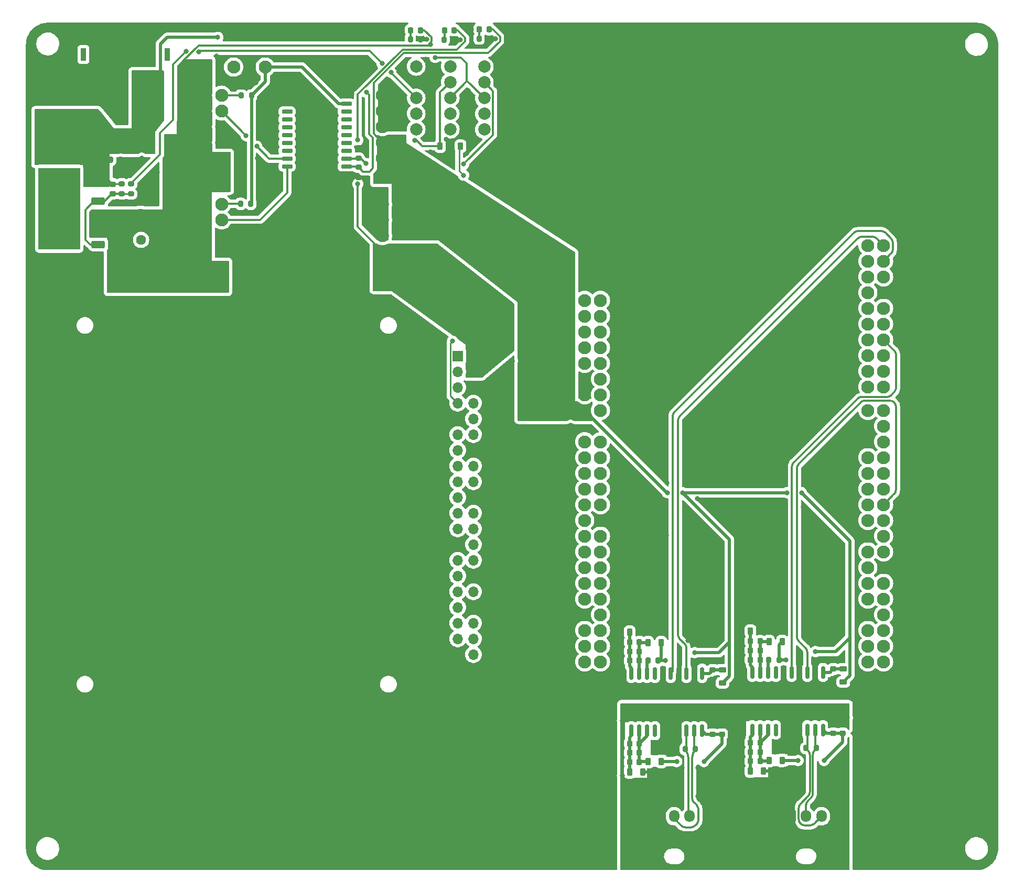
<source format=gbr>
%TF.GenerationSoftware,KiCad,Pcbnew,7.0.11*%
%TF.CreationDate,2025-03-20T11:18:49+09:00*%
%TF.ProjectId,RDC_Humanoid_Logic,5244435f-4875-46d6-916e-6f69645f4c6f,rev?*%
%TF.SameCoordinates,Original*%
%TF.FileFunction,Copper,L1,Top*%
%TF.FilePolarity,Positive*%
%FSLAX46Y46*%
G04 Gerber Fmt 4.6, Leading zero omitted, Abs format (unit mm)*
G04 Created by KiCad (PCBNEW 7.0.11) date 2025-03-20 11:18:49*
%MOMM*%
%LPD*%
G01*
G04 APERTURE LIST*
G04 Aperture macros list*
%AMRoundRect*
0 Rectangle with rounded corners*
0 $1 Rounding radius*
0 $2 $3 $4 $5 $6 $7 $8 $9 X,Y pos of 4 corners*
0 Add a 4 corners polygon primitive as box body*
4,1,4,$2,$3,$4,$5,$6,$7,$8,$9,$2,$3,0*
0 Add four circle primitives for the rounded corners*
1,1,$1+$1,$2,$3*
1,1,$1+$1,$4,$5*
1,1,$1+$1,$6,$7*
1,1,$1+$1,$8,$9*
0 Add four rect primitives between the rounded corners*
20,1,$1+$1,$2,$3,$4,$5,0*
20,1,$1+$1,$4,$5,$6,$7,0*
20,1,$1+$1,$6,$7,$8,$9,0*
20,1,$1+$1,$8,$9,$2,$3,0*%
G04 Aperture macros list end*
%TA.AperFunction,ComponentPad*%
%ADD10C,2.100000*%
%TD*%
%TA.AperFunction,SMDPad,CuDef*%
%ADD11RoundRect,0.200000X-0.275000X0.200000X-0.275000X-0.200000X0.275000X-0.200000X0.275000X0.200000X0*%
%TD*%
%TA.AperFunction,SMDPad,CuDef*%
%ADD12RoundRect,0.225000X-0.250000X0.225000X-0.250000X-0.225000X0.250000X-0.225000X0.250000X0.225000X0*%
%TD*%
%TA.AperFunction,ComponentPad*%
%ADD13RoundRect,0.250000X-0.600000X-0.725000X0.600000X-0.725000X0.600000X0.725000X-0.600000X0.725000X0*%
%TD*%
%TA.AperFunction,ComponentPad*%
%ADD14O,1.700000X1.950000*%
%TD*%
%TA.AperFunction,SMDPad,CuDef*%
%ADD15RoundRect,0.225000X0.225000X0.250000X-0.225000X0.250000X-0.225000X-0.250000X0.225000X-0.250000X0*%
%TD*%
%TA.AperFunction,ComponentPad*%
%ADD16C,2.000000*%
%TD*%
%TA.AperFunction,SMDPad,CuDef*%
%ADD17RoundRect,0.200000X0.200000X0.275000X-0.200000X0.275000X-0.200000X-0.275000X0.200000X-0.275000X0*%
%TD*%
%TA.AperFunction,SMDPad,CuDef*%
%ADD18RoundRect,0.218750X-0.218750X-0.256250X0.218750X-0.256250X0.218750X0.256250X-0.218750X0.256250X0*%
%TD*%
%TA.AperFunction,SMDPad,CuDef*%
%ADD19RoundRect,0.225000X-0.225000X-0.375000X0.225000X-0.375000X0.225000X0.375000X-0.225000X0.375000X0*%
%TD*%
%TA.AperFunction,SMDPad,CuDef*%
%ADD20RoundRect,0.225000X0.250000X-0.225000X0.250000X0.225000X-0.250000X0.225000X-0.250000X-0.225000X0*%
%TD*%
%TA.AperFunction,ComponentPad*%
%ADD21R,1.700000X1.700000*%
%TD*%
%TA.AperFunction,ComponentPad*%
%ADD22O,1.700000X1.700000*%
%TD*%
%TA.AperFunction,SMDPad,CuDef*%
%ADD23RoundRect,0.250000X0.850000X0.350000X-0.850000X0.350000X-0.850000X-0.350000X0.850000X-0.350000X0*%
%TD*%
%TA.AperFunction,SMDPad,CuDef*%
%ADD24RoundRect,0.250000X1.275000X1.125000X-1.275000X1.125000X-1.275000X-1.125000X1.275000X-1.125000X0*%
%TD*%
%TA.AperFunction,SMDPad,CuDef*%
%ADD25RoundRect,0.249997X2.950003X2.650003X-2.950003X2.650003X-2.950003X-2.650003X2.950003X-2.650003X0*%
%TD*%
%TA.AperFunction,SMDPad,CuDef*%
%ADD26RoundRect,0.218750X0.381250X-0.218750X0.381250X0.218750X-0.381250X0.218750X-0.381250X-0.218750X0*%
%TD*%
%TA.AperFunction,SMDPad,CuDef*%
%ADD27RoundRect,0.218750X0.218750X0.381250X-0.218750X0.381250X-0.218750X-0.381250X0.218750X-0.381250X0*%
%TD*%
%TA.AperFunction,SMDPad,CuDef*%
%ADD28RoundRect,0.150000X-0.150000X0.875000X-0.150000X-0.875000X0.150000X-0.875000X0.150000X0.875000X0*%
%TD*%
%TA.AperFunction,SMDPad,CuDef*%
%ADD29RoundRect,0.200000X-0.200000X-0.275000X0.200000X-0.275000X0.200000X0.275000X-0.200000X0.275000X0*%
%TD*%
%TA.AperFunction,SMDPad,CuDef*%
%ADD30RoundRect,0.200000X0.275000X-0.200000X0.275000X0.200000X-0.275000X0.200000X-0.275000X-0.200000X0*%
%TD*%
%TA.AperFunction,SMDPad,CuDef*%
%ADD31RoundRect,0.218750X-0.218750X-0.381250X0.218750X-0.381250X0.218750X0.381250X-0.218750X0.381250X0*%
%TD*%
%TA.AperFunction,SMDPad,CuDef*%
%ADD32RoundRect,0.150000X0.725000X0.150000X-0.725000X0.150000X-0.725000X-0.150000X0.725000X-0.150000X0*%
%TD*%
%TA.AperFunction,ComponentPad*%
%ADD33R,1.600000X1.600000*%
%TD*%
%TA.AperFunction,ComponentPad*%
%ADD34C,1.600000*%
%TD*%
%TA.AperFunction,ComponentPad*%
%ADD35R,0.900000X2.000000*%
%TD*%
%TA.AperFunction,ComponentPad*%
%ADD36RoundRect,1.025000X-1.025000X-1.025000X1.025000X-1.025000X1.025000X1.025000X-1.025000X1.025000X0*%
%TD*%
%TA.AperFunction,ComponentPad*%
%ADD37C,4.100000*%
%TD*%
%TA.AperFunction,SMDPad,CuDef*%
%ADD38RoundRect,0.225000X0.225000X0.375000X-0.225000X0.375000X-0.225000X-0.375000X0.225000X-0.375000X0*%
%TD*%
%TA.AperFunction,ViaPad*%
%ADD39C,0.800000*%
%TD*%
%TA.AperFunction,Conductor*%
%ADD40C,0.500000*%
%TD*%
%TA.AperFunction,Conductor*%
%ADD41C,1.000000*%
%TD*%
%TA.AperFunction,Conductor*%
%ADD42C,0.250000*%
%TD*%
%TA.AperFunction,Conductor*%
%ADD43C,0.300000*%
%TD*%
G04 APERTURE END LIST*
D10*
%TO.P,U3,1,NC*%
%TO.N,unconnected-(U3-NC-Pad1)*%
X157740000Y-69220000D03*
%TO.P,U3,2,PC8*%
%TO.N,unconnected-(U3-PC8-Pad2)*%
X160280000Y-69220000D03*
%TO.P,U3,3,IOREF*%
%TO.N,unconnected-(U3-IOREF-Pad3)*%
X157740000Y-71760000D03*
%TO.P,U3,4,PC9*%
%TO.N,unconnected-(U3-PC9-Pad4)*%
X160280000Y-71760000D03*
%TO.P,U3,5,NRST*%
%TO.N,unconnected-(U3-NRST-Pad5)*%
X157740000Y-74300000D03*
%TO.P,U3,6,PC10*%
%TO.N,unconnected-(U3-PC10-Pad6)*%
X160280000Y-74300000D03*
%TO.P,U3,7,3V3*%
%TO.N,unconnected-(U3-3V3-Pad7)*%
X157740000Y-76840000D03*
%TO.P,U3,8,PC11*%
%TO.N,unconnected-(U3-PC11-Pad8)*%
X160280000Y-76840000D03*
%TO.P,U3,9,5V*%
%TO.N,unconnected-(U3-5V-Pad9)*%
X157740000Y-79380000D03*
%TO.P,U3,10,PC12*%
%TO.N,unconnected-(U3-PC12-Pad10)*%
X160280000Y-79380000D03*
%TO.P,U3,11,GND*%
%TO.N,GND*%
X157740000Y-81920000D03*
%TO.P,U3,12,PD2*%
%TO.N,unconnected-(U3-PD2-Pad12)*%
X160280000Y-81920000D03*
%TO.P,U3,13,GND*%
%TO.N,GND*%
X157740000Y-84460000D03*
%TO.P,U3,14,PG10*%
%TO.N,unconnected-(U3-PG10-Pad14)*%
X160280000Y-84460000D03*
%TO.P,U3,15,VIN*%
%TO.N,+5V*%
X157740000Y-87000000D03*
%TO.P,U3,16,PG8*%
%TO.N,unconnected-(U3-PG8-Pad16)*%
X160280000Y-87000000D03*
%TO.P,U3,17,PA3*%
%TO.N,unconnected-(U3-PA3-Pad17)*%
X157740000Y-92080000D03*
%TO.P,U3,18,PD7*%
%TO.N,unconnected-(U3-PD7-Pad18)*%
X160280000Y-92080000D03*
%TO.P,U3,19,PC0*%
%TO.N,unconnected-(U3-PC0-Pad19)*%
X157740000Y-94620000D03*
%TO.P,U3,20,PD6*%
%TO.N,unconnected-(U3-PD6-Pad20)*%
X160280000Y-94620000D03*
%TO.P,U3,21,PC3*%
%TO.N,unconnected-(U3-PC3-Pad21)*%
X157740000Y-97160000D03*
%TO.P,U3,22,PD5*%
%TO.N,unconnected-(U3-PD5-Pad22)*%
X160280000Y-97160000D03*
%TO.P,U3,23,PB1*%
%TO.N,unconnected-(U3-PB1-Pad23)*%
X157740000Y-99700000D03*
%TO.P,U3,24,PD4*%
%TO.N,unconnected-(U3-PD4-Pad24)*%
X160280000Y-99700000D03*
%TO.P,U3,25,PC2*%
%TO.N,unconnected-(U3-PC2-Pad25)*%
X157740000Y-102240000D03*
%TO.P,U3,26,PD3*%
%TO.N,unconnected-(U3-PD3-Pad26)*%
X160280000Y-102240000D03*
%TO.P,U3,27,PF11*%
%TO.N,unconnected-(U3-PF11-Pad27)*%
X157740000Y-104780000D03*
%TO.P,U3,28,GND*%
%TO.N,GND*%
X160280000Y-104780000D03*
%TO.P,U3,29,PB2*%
%TO.N,unconnected-(U3-PB2-Pad29)*%
X157740000Y-107320000D03*
%TO.P,U3,30,PE2*%
%TO.N,unconnected-(U3-PE2-Pad30)*%
X160280000Y-107320000D03*
%TO.P,U3,31,PE9*%
%TO.N,unconnected-(U3-PE9-Pad31)*%
X157740000Y-109860000D03*
%TO.P,U3,32,PE4*%
%TO.N,unconnected-(U3-PE4-Pad32)*%
X160280000Y-109860000D03*
%TO.P,U3,33,PB5*%
%TO.N,unconnected-(U3-PB5-Pad33)*%
X157740000Y-112400000D03*
%TO.P,U3,34,PE5*%
%TO.N,unconnected-(U3-PE5-Pad34)*%
X160280000Y-112400000D03*
%TO.P,U3,35,PF14*%
%TO.N,unconnected-(U3-PF14-Pad35)*%
X157740000Y-114940000D03*
%TO.P,U3,36,PE6*%
%TO.N,unconnected-(U3-PE6-Pad36)*%
X160280000Y-114940000D03*
%TO.P,U3,37,PF15*%
%TO.N,unconnected-(U3-PF15-Pad37)*%
X157740000Y-117480000D03*
%TO.P,U3,38,PE3*%
%TO.N,unconnected-(U3-PE3-Pad38)*%
X160280000Y-117480000D03*
%TO.P,U3,39,GND*%
%TO.N,GND*%
X157740000Y-120020000D03*
%TO.P,U3,40,PF8*%
%TO.N,unconnected-(U3-PF8-Pad40)*%
X160280000Y-120020000D03*
%TO.P,U3,41,PD0*%
%TO.N,unconnected-(U3-PD0-Pad41)*%
X157740000Y-122560000D03*
%TO.P,U3,42,PF7*%
%TO.N,unconnected-(U3-PF7-Pad42)*%
X160280000Y-122560000D03*
%TO.P,U3,43,PD1*%
%TO.N,unconnected-(U3-PD1-Pad43)*%
X157740000Y-125100000D03*
%TO.P,U3,44,PF9*%
%TO.N,unconnected-(U3-PF9-Pad44)*%
X160280000Y-125100000D03*
%TO.P,U3,45,PB14*%
%TO.N,unconnected-(U3-PB14-Pad45)*%
X157740000Y-127640000D03*
%TO.P,U3,46,PD10*%
%TO.N,unconnected-(U3-PD10-Pad46)*%
X160280000Y-127640000D03*
%TO.P,U3,47,PC6*%
%TO.N,unconnected-(U3-PC6-Pad47)*%
X203460000Y-60330000D03*
%TO.P,U3,48,PB8*%
%TO.N,/CAN_Trans1/CAN_TX*%
X206000000Y-60330000D03*
%TO.P,U3,49,PB15*%
%TO.N,unconnected-(U3-PB15-Pad49)*%
X203460000Y-62870000D03*
%TO.P,U3,50,PB9*%
%TO.N,/CAN_Trans1/CAN_RX*%
X206000000Y-62870000D03*
%TO.P,U3,51,PB13*%
%TO.N,unconnected-(U3-PB13-Pad51)*%
X203460000Y-65410000D03*
%TO.P,U3,52,VREFP*%
%TO.N,unconnected-(U3-VREFP-Pad52)*%
X206000000Y-65410000D03*
%TO.P,U3,53,PB12*%
%TO.N,unconnected-(U3-PB12-Pad53)*%
X203460000Y-67950000D03*
%TO.P,U3,54,GND*%
%TO.N,GND*%
X206000000Y-67950000D03*
%TO.P,U3,55,PA15*%
%TO.N,unconnected-(U3-PA15-Pad55)*%
X203460000Y-70490000D03*
%TO.P,U3,56,PA5*%
%TO.N,unconnected-(U3-PA5-Pad56)*%
X206000000Y-70490000D03*
%TO.P,U3,57,PC7*%
%TO.N,unconnected-(U3-PC7-Pad57)*%
X203460000Y-73030000D03*
%TO.P,U3,58,PA6*%
%TO.N,unconnected-(U3-PA6-Pad58)*%
X206000000Y-73030000D03*
%TO.P,U3,59,PB5*%
%TO.N,unconnected-(U3-PB5-Pad59)*%
X203460000Y-75570000D03*
%TO.P,U3,60,PB5*%
%TO.N,/CAN_Trans2/CAN_RX*%
X206000000Y-75570000D03*
%TO.P,U3,61,PB3*%
%TO.N,unconnected-(U3-PB3-Pad61)*%
X203460000Y-78110000D03*
%TO.P,U3,62,PD14*%
%TO.N,unconnected-(U3-PD14-Pad62)*%
X206000000Y-78110000D03*
%TO.P,U3,63,PA4*%
%TO.N,unconnected-(U3-PA4-Pad63)*%
X203460000Y-80650000D03*
%TO.P,U3,64,PD15*%
%TO.N,unconnected-(U3-PD15-Pad64)*%
X206000000Y-80650000D03*
%TO.P,U3,65,PB4*%
%TO.N,unconnected-(U3-PB4-Pad65)*%
X203460000Y-83190000D03*
%TO.P,U3,66,PG9*%
%TO.N,unconnected-(U3-PG9-Pad66)*%
X206000000Y-83190000D03*
%TO.P,U3,67,VDDA*%
%TO.N,unconnected-(U3-VDDA-Pad67)*%
X203460000Y-87000000D03*
%TO.P,U3,68,PG12*%
%TO.N,unconnected-(U3-PG12-Pad68)*%
X206000000Y-87000000D03*
%TO.P,U3,69,AGND*%
%TO.N,GND*%
X203460000Y-89540000D03*
%TO.P,U3,70,PA8*%
%TO.N,unconnected-(U3-PA8-Pad70)*%
X206000000Y-89540000D03*
%TO.P,U3,71,GND*%
%TO.N,GND*%
X203460000Y-92080000D03*
%TO.P,U3,72,PE11*%
%TO.N,unconnected-(U3-PE11-Pad72)*%
X206000000Y-92080000D03*
%TO.P,U3,73,PF6*%
%TO.N,unconnected-(U3-PF6-Pad73)*%
X203460000Y-94620000D03*
%TO.P,U3,74,PE14*%
%TO.N,unconnected-(U3-PE14-Pad74)*%
X206000000Y-94620000D03*
%TO.P,U3,75,PF10*%
%TO.N,unconnected-(U3-PF10-Pad75)*%
X203460000Y-97160000D03*
%TO.P,U3,76,PE13*%
%TO.N,unconnected-(U3-PE13-Pad76)*%
X206000000Y-97160000D03*
%TO.P,U3,77,PA2*%
%TO.N,unconnected-(U3-PA2-Pad77)*%
X203460000Y-99700000D03*
%TO.P,U3,78,PG14*%
%TO.N,unconnected-(U3-PG14-Pad78)*%
X206000000Y-99700000D03*
%TO.P,U3,79,PG6*%
%TO.N,unconnected-(U3-PG6-Pad79)*%
X203460000Y-102240000D03*
%TO.P,U3,80,PB6*%
%TO.N,/CAN_Trans2/CAN_TX*%
X206000000Y-102240000D03*
%TO.P,U3,81,PB2*%
%TO.N,unconnected-(U3-PB2-Pad81)*%
X203460000Y-104780000D03*
%TO.P,U3,82,PB7*%
%TO.N,unconnected-(U3-PB7-Pad82)*%
X206000000Y-104780000D03*
%TO.P,U3,83,GND*%
%TO.N,GND*%
X203460000Y-107320000D03*
%TO.P,U3,84,PE8*%
%TO.N,unconnected-(U3-PE8-Pad84)*%
X206000000Y-107320000D03*
%TO.P,U3,85,PD13*%
%TO.N,unconnected-(U3-PD13-Pad85)*%
X203460000Y-109860000D03*
%TO.P,U3,86,PE7*%
%TO.N,unconnected-(U3-PE7-Pad86)*%
X206000000Y-109860000D03*
%TO.P,U3,87,PD12*%
%TO.N,unconnected-(U3-PD12-Pad87)*%
X203460000Y-112400000D03*
%TO.P,U3,88,GND*%
%TO.N,GND*%
X206000000Y-112400000D03*
%TO.P,U3,89,PD11*%
%TO.N,unconnected-(U3-PD11-Pad89)*%
X203460000Y-114940000D03*
%TO.P,U3,90,PE10*%
%TO.N,unconnected-(U3-PE10-Pad90)*%
X206000000Y-114940000D03*
%TO.P,U3,91,PE2*%
%TO.N,unconnected-(U3-PE2-Pad91)*%
X203460000Y-117480000D03*
%TO.P,U3,92,PE12*%
%TO.N,unconnected-(U3-PE12-Pad92)*%
X206000000Y-117480000D03*
%TO.P,U3,93,GND*%
%TO.N,GND*%
X203460000Y-120020000D03*
%TO.P,U3,94,PE6*%
%TO.N,unconnected-(U3-PE6-Pad94)*%
X206000000Y-120020000D03*
%TO.P,U3,95,PA0*%
%TO.N,unconnected-(U3-PA0-Pad95)*%
X203460000Y-122560000D03*
%TO.P,U3,96,PE15*%
%TO.N,unconnected-(U3-PE15-Pad96)*%
X206000000Y-122560000D03*
%TO.P,U3,97,PB0*%
%TO.N,unconnected-(U3-PB0-Pad97)*%
X203460000Y-125100000D03*
%TO.P,U3,98,PB10*%
%TO.N,unconnected-(U3-PB10-Pad98)*%
X206000000Y-125100000D03*
%TO.P,U3,99,PE0*%
%TO.N,unconnected-(U3-PE0-Pad99)*%
X203460000Y-127640000D03*
%TO.P,U3,100,PB11*%
%TO.N,unconnected-(U3-PB11-Pad100)*%
X206000000Y-127640000D03*
%TD*%
D11*
%TO.P,R15,1*%
%TO.N,+12V*%
X83000000Y-50375000D03*
%TO.P,R15,2*%
%TO.N,Net-(Q1-G)*%
X83000000Y-52025000D03*
%TD*%
D12*
%TO.P,C15,1*%
%TO.N,Net-(U2-V_{IO})*%
X197900000Y-128800000D03*
%TO.P,C15,2*%
%TO.N,GND*%
X197900000Y-130350000D03*
%TD*%
D13*
%TO.P,J3,1,Pin_1*%
%TO.N,GND1*%
X191000000Y-152600000D03*
D14*
%TO.P,J3,2,Pin_2*%
%TO.N,/CAN_Trans2/CANH*%
X193500000Y-152600000D03*
%TO.P,J3,3,Pin_3*%
%TO.N,/CAN_Trans2/CANL*%
X196000000Y-152600000D03*
%TD*%
D15*
%TO.P,C5,1*%
%TO.N,Net-(U1-V_{DD})*%
X166575000Y-127450000D03*
%TO.P,C5,2*%
%TO.N,Net-(U1-GND1)*%
X165025000Y-127450000D03*
%TD*%
D10*
%TO.P,for_PG1,1,+V_{in}*%
%TO.N,+12V*%
X101060000Y-31500000D03*
%TO.P,for_PG1,2,GND*%
%TO.N,GND*%
X103600000Y-31500000D03*
%TO.P,for_PG1,3,+V_{out}*%
%TO.N,EN_Power*%
X106140000Y-31500000D03*
%TD*%
D15*
%TO.P,C4,1*%
%TO.N,Net-(U1-V_{DD})*%
X166575000Y-125950000D03*
%TO.P,C4,2*%
%TO.N,Net-(U1-GND1)*%
X165025000Y-125950000D03*
%TD*%
D16*
%TO.P,SW1,*%
%TO.N,*%
X130525000Y-41555000D03*
X130525000Y-31395000D03*
%TO.P,SW1,1,A*%
%TO.N,unconnected-(SW1-A-Pad1)*%
X130525000Y-39015000D03*
%TO.P,SW1,2,B*%
%TO.N,Net-(SW1-B)*%
X130525000Y-36475000D03*
%TO.P,SW1,3,C*%
%TO.N,GND*%
X130525000Y-33935000D03*
%TD*%
D17*
%TO.P,R3,1*%
%TO.N,+5V*%
X169621200Y-127457200D03*
%TO.P,R3,2*%
%TO.N,Net-(U1-EN{slash}FLT)*%
X167971200Y-127457200D03*
%TD*%
D18*
%TO.P,D4,1,K*%
%TO.N,Net-(D4-K)*%
X135100000Y-25557500D03*
%TO.P,D4,2,A*%
%TO.N,RasPi_Power*%
X136675000Y-25557500D03*
%TD*%
%TO.P,D2,1,K*%
%TO.N,Net-(D2-K)*%
X129637500Y-25531250D03*
%TO.P,D2,2,A*%
%TO.N,Logic_Power*%
X131212500Y-25531250D03*
%TD*%
D17*
%TO.P,R14,1*%
%TO.N,EN_Power*%
X103825000Y-53600000D03*
%TO.P,R14,2*%
%TO.N,/Logic_Power/RasPi_PG*%
X102175000Y-53600000D03*
%TD*%
D19*
%TO.P,D5,1,K*%
%TO.N,Net-(D5-K)*%
X134375000Y-44275000D03*
%TO.P,D5,2,A*%
%TO.N,EN_STM*%
X137675000Y-44275000D03*
%TD*%
D16*
%TO.P,SW3,*%
%TO.N,*%
X141525000Y-41595000D03*
X141525000Y-31435000D03*
%TO.P,SW3,1,A*%
%TO.N,unconnected-(SW3-A-Pad1)*%
X141525000Y-39055000D03*
%TO.P,SW3,2,B*%
%TO.N,Logic_Power*%
X141525000Y-36515000D03*
%TO.P,SW3,3,C*%
%TO.N,Net-(SW3-C)*%
X141525000Y-33975000D03*
%TD*%
D15*
%TO.P,C12,1*%
%TO.N,Net-(U2-V_{DD})*%
X186075000Y-124300000D03*
%TO.P,C12,2*%
%TO.N,Net-(U2-GND1)*%
X184525000Y-124300000D03*
%TD*%
D20*
%TO.P,C7,1*%
%TO.N,Net-(U1-V_{ISOIN})*%
X178400000Y-139350000D03*
%TO.P,C7,2*%
%TO.N,GND1*%
X178400000Y-137800000D03*
%TD*%
D12*
%TO.P,C6,1*%
%TO.N,Net-(U1-V_{IO})*%
X178400000Y-128950000D03*
%TO.P,C6,2*%
%TO.N,GND*%
X178400000Y-130500000D03*
%TD*%
D20*
%TO.P,C16,1*%
%TO.N,Net-(U2-V_{ISOIN})*%
X197900000Y-139200000D03*
%TO.P,C16,2*%
%TO.N,GND1*%
X197900000Y-137650000D03*
%TD*%
D21*
%TO.P,J4,1,Pin_1*%
%TO.N,unconnected-(J4-Pin_1-Pad1)*%
X137237500Y-78205000D03*
D22*
%TO.P,J4,2,Pin_2*%
%TO.N,RasPi_Power*%
X139777500Y-78205000D03*
%TO.P,J4,3,Pin_3*%
%TO.N,unconnected-(J4-Pin_3-Pad3)*%
X137237500Y-80745000D03*
%TO.P,J4,4,Pin_4*%
%TO.N,RasPi_Power*%
X139777500Y-80745000D03*
%TO.P,J4,5,Pin_5*%
%TO.N,unconnected-(J4-Pin_5-Pad5)*%
X137237500Y-83285000D03*
%TO.P,J4,6,Pin_6*%
%TO.N,GND*%
X139777500Y-83285000D03*
%TO.P,J4,7,Pin_7*%
%TO.N,EN_STM*%
X137237500Y-85825000D03*
%TO.P,J4,8,Pin_8*%
%TO.N,unconnected-(J4-Pin_8-Pad8)*%
X139777500Y-85825000D03*
%TO.P,J4,9,Pin_9*%
%TO.N,GND*%
X137237500Y-88365000D03*
%TO.P,J4,10,Pin_10*%
%TO.N,unconnected-(J4-Pin_10-Pad10)*%
X139777500Y-88365000D03*
%TO.P,J4,11,Pin_11*%
%TO.N,unconnected-(J4-Pin_11-Pad11)*%
X137237500Y-90905000D03*
%TO.P,J4,12,Pin_12*%
%TO.N,unconnected-(J4-Pin_12-Pad12)*%
X139777500Y-90905000D03*
%TO.P,J4,13,Pin_13*%
%TO.N,unconnected-(J4-Pin_13-Pad13)*%
X137237500Y-93445000D03*
%TO.P,J4,14,Pin_14*%
%TO.N,GND*%
X139777500Y-93445000D03*
%TO.P,J4,15,Pin_15*%
%TO.N,unconnected-(J4-Pin_15-Pad15)*%
X137237500Y-95985000D03*
%TO.P,J4,16,Pin_16*%
%TO.N,unconnected-(J4-Pin_16-Pad16)*%
X139777500Y-95985000D03*
%TO.P,J4,17,Pin_17*%
%TO.N,unconnected-(J4-Pin_17-Pad17)*%
X137237500Y-98525000D03*
%TO.P,J4,18,Pin_18*%
%TO.N,unconnected-(J4-Pin_18-Pad18)*%
X139777500Y-98525000D03*
%TO.P,J4,19,Pin_19*%
%TO.N,unconnected-(J4-Pin_19-Pad19)*%
X137237500Y-101065000D03*
%TO.P,J4,20,Pin_20*%
%TO.N,GND*%
X139777500Y-101065000D03*
%TO.P,J4,21,Pin_21*%
%TO.N,unconnected-(J4-Pin_21-Pad21)*%
X137237500Y-103605000D03*
%TO.P,J4,22,Pin_22*%
%TO.N,unconnected-(J4-Pin_22-Pad22)*%
X139777500Y-103605000D03*
%TO.P,J4,23,Pin_23*%
%TO.N,unconnected-(J4-Pin_23-Pad23)*%
X137237500Y-106145000D03*
%TO.P,J4,24,Pin_24*%
%TO.N,unconnected-(J4-Pin_24-Pad24)*%
X139777500Y-106145000D03*
%TO.P,J4,25,Pin_25*%
%TO.N,GND*%
X137237500Y-108685000D03*
%TO.P,J4,26,Pin_26*%
%TO.N,unconnected-(J4-Pin_26-Pad26)*%
X139777500Y-108685000D03*
%TO.P,J4,27,Pin_27*%
%TO.N,unconnected-(J4-Pin_27-Pad27)*%
X137237500Y-111225000D03*
%TO.P,J4,28,Pin_28*%
%TO.N,unconnected-(J4-Pin_28-Pad28)*%
X139777500Y-111225000D03*
%TO.P,J4,29,Pin_29*%
%TO.N,unconnected-(J4-Pin_29-Pad29)*%
X137237500Y-113765000D03*
%TO.P,J4,30,Pin_30*%
%TO.N,GND*%
X139777500Y-113765000D03*
%TO.P,J4,31,Pin_31*%
%TO.N,unconnected-(J4-Pin_31-Pad31)*%
X137237500Y-116305000D03*
%TO.P,J4,32,Pin_32*%
%TO.N,unconnected-(J4-Pin_32-Pad32)*%
X139777500Y-116305000D03*
%TO.P,J4,33,Pin_33*%
%TO.N,unconnected-(J4-Pin_33-Pad33)*%
X137237500Y-118845000D03*
%TO.P,J4,34,Pin_34*%
%TO.N,GND*%
X139777500Y-118845000D03*
%TO.P,J4,35,Pin_35*%
%TO.N,unconnected-(J4-Pin_35-Pad35)*%
X137237500Y-121385000D03*
%TO.P,J4,36,Pin_36*%
%TO.N,unconnected-(J4-Pin_36-Pad36)*%
X139777500Y-121385000D03*
%TO.P,J4,37,Pin_37*%
%TO.N,unconnected-(J4-Pin_37-Pad37)*%
X137237500Y-123925000D03*
%TO.P,J4,38,Pin_38*%
%TO.N,unconnected-(J4-Pin_38-Pad38)*%
X139777500Y-123925000D03*
%TO.P,J4,39,Pin_39*%
%TO.N,GND*%
X137237500Y-126465000D03*
%TO.P,J4,40,Pin_40*%
%TO.N,unconnected-(J4-Pin_40-Pad40)*%
X139777500Y-126465000D03*
%TD*%
D18*
%TO.P,D3,1,K*%
%TO.N,Net-(D3-K)*%
X140732500Y-25400000D03*
%TO.P,D3,2,A*%
%TO.N,+5V*%
X142307500Y-25400000D03*
%TD*%
D23*
%TO.P,Q2,1,G*%
%TO.N,Net-(Q1-G)*%
X79200000Y-60180000D03*
D24*
%TO.P,Q2,2,D*%
%TO.N,Net-(Q1-D)*%
X74575000Y-59425000D03*
X74575000Y-56375000D03*
D25*
X72900000Y-57900000D03*
D24*
X71225000Y-59425000D03*
X71225000Y-56375000D03*
D23*
%TO.P,Q2,3,S*%
%TO.N,Logic_Power*%
X79200000Y-55620000D03*
%TD*%
D26*
%TO.P,FB3,1*%
%TO.N,+5V*%
X180000000Y-131050000D03*
%TO.P,FB3,2*%
%TO.N,Net-(U1-V_{IO})*%
X180000000Y-128925000D03*
%TD*%
D13*
%TO.P,J2,1,Pin_1*%
%TO.N,GND1*%
X169700000Y-152600000D03*
D14*
%TO.P,J2,2,Pin_2*%
%TO.N,/CAN_Trans1/CANH*%
X172200000Y-152600000D03*
%TO.P,J2,3,Pin_3*%
%TO.N,/CAN_Trans1/CANL*%
X174700000Y-152600000D03*
%TD*%
D12*
%TO.P,C2,1*%
%TO.N,+12V*%
X81500000Y-50425000D03*
%TO.P,C2,2*%
%TO.N,Net-(Q1-G)*%
X81500000Y-51975000D03*
%TD*%
D27*
%TO.P,FB7,1*%
%TO.N,+5V*%
X189625000Y-124400000D03*
%TO.P,FB7,2*%
%TO.N,Net-(U2-V_{DD})*%
X187500000Y-124400000D03*
%TD*%
D26*
%TO.P,FB8,1*%
%TO.N,+5V*%
X199500000Y-130900000D03*
%TO.P,FB8,2*%
%TO.N,Net-(U2-V_{IO})*%
X199500000Y-128775000D03*
%TD*%
D11*
%TO.P,R7,1*%
%TO.N,Net-(D5-K)*%
X121200000Y-47675000D03*
%TO.P,R7,2*%
%TO.N,GND*%
X121200000Y-49325000D03*
%TD*%
D17*
%TO.P,R4,1*%
%TO.N,/CAN_Trans1/CANH*%
X175625000Y-141750000D03*
%TO.P,R4,2*%
%TO.N,/CAN_Trans1/CANL*%
X173975000Y-141750000D03*
%TD*%
D28*
%TO.P,U1,1,V_{IO}*%
%TO.N,Net-(U1-V_{IO})*%
X176715000Y-129500000D03*
%TO.P,U1,2,IN*%
%TO.N,GND*%
X175445000Y-129500000D03*
%TO.P,U1,3,TXD*%
%TO.N,/CAN_Trans1/CAN_TX*%
X174175000Y-129500000D03*
%TO.P,U1,4,STB*%
%TO.N,GND*%
X172905000Y-129500000D03*
%TO.P,U1,5,RXD*%
%TO.N,/CAN_Trans1/CAN_RX*%
X171635000Y-129500000D03*
%TO.P,U1,6,GNDIO*%
%TO.N,GND*%
X170365000Y-129500000D03*
%TO.P,U1,7,NC*%
%TO.N,unconnected-(U1-NC-Pad7)*%
X169095000Y-129500000D03*
%TO.P,U1,8,EN/FLT*%
%TO.N,Net-(U1-EN{slash}FLT)*%
X167825000Y-129500000D03*
%TO.P,U1,9,V_{DD}*%
%TO.N,Net-(U1-V_{DD})*%
X166555000Y-129500000D03*
%TO.P,U1,10,GND1*%
%TO.N,Net-(U1-GND1)*%
X165285000Y-129500000D03*
%TO.P,U1,11,GND2*%
%TO.N,Net-(U1-GND2)*%
X165285000Y-138800000D03*
%TO.P,U1,12,V_{ISOOUT}*%
%TO.N,Net-(U1-V_{ISOOUT})*%
X166555000Y-138800000D03*
%TO.P,U1,13,V_{SIN}*%
X167825000Y-138800000D03*
%TO.P,U1,14,OUT*%
%TO.N,unconnected-(U1-OUT-Pad14)*%
X169095000Y-138800000D03*
%TO.P,U1,15,GISOIN*%
%TO.N,GND1*%
X170365000Y-138800000D03*
%TO.P,U1,16,GISOIN*%
X171635000Y-138800000D03*
%TO.P,U1,17,GISOIN*%
X172905000Y-138800000D03*
%TO.P,U1,18,CANL*%
%TO.N,/CAN_Trans1/CANL*%
X174175000Y-138800000D03*
%TO.P,U1,19,CANH*%
%TO.N,/CAN_Trans1/CANH*%
X175445000Y-138800000D03*
%TO.P,U1,20,V_{ISOIN}*%
%TO.N,Net-(U1-V_{ISOIN})*%
X176715000Y-138800000D03*
%TD*%
D10*
%TO.P,to_STM1,1,PG*%
%TO.N,/Logic_Power/STM_PG*%
X99120000Y-36050000D03*
%TO.P,to_STM1,2,CTRL*%
%TO.N,/Logic_Power/EN_STM_Power*%
X99120000Y-38590000D03*
%TO.P,to_STM1,3,GND*%
%TO.N,GND*%
X99120000Y-41130000D03*
%TO.P,to_STM1,4,GND*%
X99120000Y-43670000D03*
%TO.P,to_STM1,5,VIN*%
%TO.N,Logic_Power*%
X99120000Y-46210000D03*
%TO.P,to_STM1,6,VIN*%
X99120000Y-48750000D03*
%TO.P,to_STM1,7,VOUT*%
%TO.N,+5V*%
X125080000Y-48750000D03*
%TO.P,to_STM1,8,VOUT*%
X125080000Y-46210000D03*
%TO.P,to_STM1,9,VOUT*%
X125080000Y-43670000D03*
%TO.P,to_STM1,10,GND*%
%TO.N,GND*%
X125080000Y-41130000D03*
%TO.P,to_STM1,11,GND*%
X125080000Y-38590000D03*
%TO.P,to_STM1,12,GND*%
X125080000Y-36050000D03*
%TD*%
D20*
%TO.P,C18,1*%
%TO.N,Net-(U2-V_{ISOIN})*%
X199400000Y-139200000D03*
%TO.P,C18,2*%
%TO.N,GND1*%
X199400000Y-137650000D03*
%TD*%
D29*
%TO.P,R10,1*%
%TO.N,Net-(D3-K)*%
X140675000Y-26900000D03*
%TO.P,R10,2*%
%TO.N,GND*%
X142325000Y-26900000D03*
%TD*%
D10*
%TO.P,to_RPI1,1,PG*%
%TO.N,/Logic_Power/RasPi_PG*%
X99120000Y-53650000D03*
%TO.P,to_RPI1,2,CTRL*%
%TO.N,/Logic_Power/EN_RasPi_Power*%
X99120000Y-56190000D03*
%TO.P,to_RPI1,3,GND*%
%TO.N,GND*%
X99120000Y-58730000D03*
%TO.P,to_RPI1,4,GND*%
X99120000Y-61270000D03*
%TO.P,to_RPI1,5,VIN*%
%TO.N,Logic_Power*%
X99120000Y-63810000D03*
%TO.P,to_RPI1,6,VIN*%
X99120000Y-66350000D03*
%TO.P,to_RPI1,7,VOUT*%
%TO.N,RasPi_Power*%
X125080000Y-66350000D03*
%TO.P,to_RPI1,8,VOUT*%
X125080000Y-63810000D03*
%TO.P,to_RPI1,9,VOUT*%
X125080000Y-61270000D03*
%TO.P,to_RPI1,10,GND*%
%TO.N,GND*%
X125080000Y-58730000D03*
%TO.P,to_RPI1,11,GND*%
X125080000Y-56190000D03*
%TO.P,to_RPI1,12,GND*%
X125080000Y-53650000D03*
%TD*%
D15*
%TO.P,C20,1*%
%TO.N,Net-(U2-V_{ISOOUT})*%
X186075000Y-143700000D03*
%TO.P,C20,2*%
%TO.N,Net-(U2-GND2)*%
X184525000Y-143700000D03*
%TD*%
D30*
%TO.P,R12,1*%
%TO.N,Logic_Power*%
X86000000Y-54825000D03*
%TO.P,R12,2*%
%TO.N,GND*%
X86000000Y-53175000D03*
%TD*%
D15*
%TO.P,C10,1*%
%TO.N,Net-(U1-V_{ISOOUT})*%
X166575000Y-142350000D03*
%TO.P,C10,2*%
%TO.N,Net-(U1-GND2)*%
X165025000Y-142350000D03*
%TD*%
D29*
%TO.P,R1,1*%
%TO.N,+12V*%
X81175000Y-46500000D03*
%TO.P,R1,2*%
%TO.N,GND*%
X82825000Y-46500000D03*
%TD*%
D31*
%TO.P,FB5,1*%
%TO.N,Net-(U1-GND2)*%
X165000000Y-145450000D03*
%TO.P,FB5,2*%
%TO.N,GND1*%
X167125000Y-145450000D03*
%TD*%
D15*
%TO.P,C14,1*%
%TO.N,Net-(U2-V_{DD})*%
X186075000Y-127300000D03*
%TO.P,C14,2*%
%TO.N,Net-(U2-GND1)*%
X184525000Y-127300000D03*
%TD*%
D27*
%TO.P,FB6,1*%
%TO.N,GND*%
X186625000Y-122700000D03*
%TO.P,FB6,2*%
%TO.N,Net-(U2-GND1)*%
X184500000Y-122700000D03*
%TD*%
D31*
%TO.P,FB10,1*%
%TO.N,Net-(U2-GND2)*%
X184500000Y-145300000D03*
%TO.P,FB10,2*%
%TO.N,GND1*%
X186625000Y-145300000D03*
%TD*%
%TO.P,FB4,1*%
%TO.N,Net-(U1-V_{ISOOUT})*%
X168000000Y-143750000D03*
%TO.P,FB4,2*%
%TO.N,Net-(U1-V_{ISOIN})*%
X170125000Y-143750000D03*
%TD*%
D23*
%TO.P,Q1,1,G*%
%TO.N,Net-(Q1-G)*%
X79200000Y-53180000D03*
D24*
%TO.P,Q1,2,D*%
%TO.N,Net-(Q1-D)*%
X74575000Y-52425000D03*
X74575000Y-49375000D03*
D25*
X72900000Y-50900000D03*
D24*
X71225000Y-52425000D03*
X71225000Y-49375000D03*
D23*
%TO.P,Q1,3,S*%
%TO.N,+12V*%
X79200000Y-48620000D03*
%TD*%
D20*
%TO.P,C9,1*%
%TO.N,Net-(U1-V_{ISOIN})*%
X179900000Y-139350000D03*
%TO.P,C9,2*%
%TO.N,GND1*%
X179900000Y-137800000D03*
%TD*%
D15*
%TO.P,C17,1*%
%TO.N,Net-(U2-V_{ISOOUT})*%
X186075000Y-140700000D03*
%TO.P,C17,2*%
%TO.N,Net-(U2-GND2)*%
X184525000Y-140700000D03*
%TD*%
%TO.P,C8,1*%
%TO.N,Net-(U1-V_{ISOOUT})*%
X166575000Y-140850000D03*
%TO.P,C8,2*%
%TO.N,Net-(U1-GND2)*%
X165025000Y-140850000D03*
%TD*%
D32*
%TO.P,U4,1,I1*%
%TO.N,Net-(D5-K)*%
X119250000Y-47580000D03*
%TO.P,U4,2,I2*%
%TO.N,Net-(SW3-C)*%
X119250000Y-46310000D03*
%TO.P,U4,3,I3*%
%TO.N,unconnected-(U4-I3-Pad3)*%
X119250000Y-45040000D03*
%TO.P,U4,4,I4*%
%TO.N,unconnected-(U4-I4-Pad4)*%
X119250000Y-43770000D03*
%TO.P,U4,5,I5*%
%TO.N,unconnected-(U4-I5-Pad5)*%
X119250000Y-42500000D03*
%TO.P,U4,6,I6*%
%TO.N,unconnected-(U4-I6-Pad6)*%
X119250000Y-41230000D03*
%TO.P,U4,7,I7*%
%TO.N,unconnected-(U4-I7-Pad7)*%
X119250000Y-39960000D03*
%TO.P,U4,8,I8*%
%TO.N,unconnected-(U4-I8-Pad8)*%
X119250000Y-38690000D03*
%TO.P,U4,9,VCC*%
%TO.N,EN_Power*%
X119250000Y-37420000D03*
%TO.P,U4,10,GND*%
%TO.N,GND*%
X109700000Y-37420000D03*
%TO.P,U4,11,O8*%
%TO.N,unconnected-(U4-O8-Pad11)*%
X109700000Y-38690000D03*
%TO.P,U4,12,O7*%
%TO.N,unconnected-(U4-O7-Pad12)*%
X109700000Y-39960000D03*
%TO.P,U4,13,O6*%
%TO.N,unconnected-(U4-O6-Pad13)*%
X109700000Y-41230000D03*
%TO.P,U4,14,O5*%
%TO.N,unconnected-(U4-O5-Pad14)*%
X109700000Y-42500000D03*
%TO.P,U4,15,O4*%
%TO.N,unconnected-(U4-O4-Pad15)*%
X109700000Y-43770000D03*
%TO.P,U4,16,O3*%
%TO.N,unconnected-(U4-O3-Pad16)*%
X109700000Y-45040000D03*
%TO.P,U4,17,O2*%
%TO.N,/Logic_Power/EN_STM_Power*%
X109700000Y-46310000D03*
%TO.P,U4,18,O1*%
%TO.N,/Logic_Power/EN_RasPi_Power*%
X109700000Y-47580000D03*
%TD*%
D17*
%TO.P,R5,1*%
%TO.N,+5V*%
X189115200Y-127330200D03*
%TO.P,R5,2*%
%TO.N,Net-(U2-EN{slash}FLT)*%
X187465200Y-127330200D03*
%TD*%
D16*
%TO.P,SW2,*%
%TO.N,*%
X136025000Y-41555000D03*
X136025000Y-31395000D03*
%TO.P,SW2,1,A*%
%TO.N,unconnected-(SW2-A-Pad1)*%
X136025000Y-39015000D03*
%TO.P,SW2,2,B*%
%TO.N,Logic_Power*%
X136025000Y-36475000D03*
%TO.P,SW2,3,C*%
%TO.N,Net-(D5-K)*%
X136025000Y-33935000D03*
%TD*%
D15*
%TO.P,C13,1*%
%TO.N,Net-(U2-V_{DD})*%
X186075000Y-125800000D03*
%TO.P,C13,2*%
%TO.N,Net-(U2-GND1)*%
X184525000Y-125800000D03*
%TD*%
%TO.P,C11,1*%
%TO.N,Net-(U1-V_{ISOOUT})*%
X166575000Y-143850000D03*
%TO.P,C11,2*%
%TO.N,Net-(U1-GND2)*%
X165025000Y-143850000D03*
%TD*%
D33*
%TO.P,C1,1*%
%TO.N,Logic_Power*%
X83606000Y-59436000D03*
D34*
%TO.P,C1,2*%
%TO.N,GND*%
X86106000Y-59436000D03*
%TD*%
D30*
%TO.P,R2,1*%
%TO.N,Net-(Q1-G)*%
X84500000Y-52025000D03*
%TO.P,R2,2*%
%TO.N,Net-(SW1-B)*%
X84500000Y-50375000D03*
%TD*%
D17*
%TO.P,R13,1*%
%TO.N,EN_Power*%
X103925000Y-36100000D03*
%TO.P,R13,2*%
%TO.N,/Logic_Power/STM_PG*%
X102275000Y-36100000D03*
%TD*%
D15*
%TO.P,C19,1*%
%TO.N,Net-(U2-V_{ISOOUT})*%
X186075000Y-142200000D03*
%TO.P,C19,2*%
%TO.N,Net-(U2-GND2)*%
X184525000Y-142200000D03*
%TD*%
D28*
%TO.P,U2,1,V_{IO}*%
%TO.N,Net-(U2-V_{IO})*%
X196215000Y-129350000D03*
%TO.P,U2,2,IN*%
%TO.N,GND*%
X194945000Y-129350000D03*
%TO.P,U2,3,TXD*%
%TO.N,/CAN_Trans2/CAN_TX*%
X193675000Y-129350000D03*
%TO.P,U2,4,STB*%
%TO.N,GND*%
X192405000Y-129350000D03*
%TO.P,U2,5,RXD*%
%TO.N,/CAN_Trans2/CAN_RX*%
X191135000Y-129350000D03*
%TO.P,U2,6,GNDIO*%
%TO.N,GND*%
X189865000Y-129350000D03*
%TO.P,U2,7,NC*%
%TO.N,unconnected-(U2-NC-Pad7)*%
X188595000Y-129350000D03*
%TO.P,U2,8,EN/FLT*%
%TO.N,Net-(U2-EN{slash}FLT)*%
X187325000Y-129350000D03*
%TO.P,U2,9,V_{DD}*%
%TO.N,Net-(U2-V_{DD})*%
X186055000Y-129350000D03*
%TO.P,U2,10,GND1*%
%TO.N,Net-(U2-GND1)*%
X184785000Y-129350000D03*
%TO.P,U2,11,GND2*%
%TO.N,Net-(U2-GND2)*%
X184785000Y-138650000D03*
%TO.P,U2,12,V_{ISOOUT}*%
%TO.N,Net-(U2-V_{ISOOUT})*%
X186055000Y-138650000D03*
%TO.P,U2,13,V_{SIN}*%
X187325000Y-138650000D03*
%TO.P,U2,14,OUT*%
%TO.N,unconnected-(U2-OUT-Pad14)*%
X188595000Y-138650000D03*
%TO.P,U2,15,GISOIN*%
%TO.N,GND1*%
X189865000Y-138650000D03*
%TO.P,U2,16,GISOIN*%
X191135000Y-138650000D03*
%TO.P,U2,17,GISOIN*%
X192405000Y-138650000D03*
%TO.P,U2,18,CANL*%
%TO.N,/CAN_Trans2/CANL*%
X193675000Y-138650000D03*
%TO.P,U2,19,CANH*%
%TO.N,/CAN_Trans2/CANH*%
X194945000Y-138650000D03*
%TO.P,U2,20,V_{ISOIN}*%
%TO.N,Net-(U2-V_{ISOIN})*%
X196215000Y-138650000D03*
%TD*%
D15*
%TO.P,C3,1*%
%TO.N,Net-(U1-V_{DD})*%
X166575000Y-124450000D03*
%TO.P,C3,2*%
%TO.N,Net-(U1-GND1)*%
X165025000Y-124450000D03*
%TD*%
D27*
%TO.P,FB1,1*%
%TO.N,GND*%
X167125000Y-122850000D03*
%TO.P,FB1,2*%
%TO.N,Net-(U1-GND1)*%
X165000000Y-122850000D03*
%TD*%
D30*
%TO.P,R8,1*%
%TO.N,Net-(SW3-C)*%
X121200000Y-46225000D03*
%TO.P,R8,2*%
%TO.N,GND*%
X121200000Y-44575000D03*
%TD*%
D29*
%TO.P,R11,1*%
%TO.N,Net-(D4-K)*%
X135042500Y-27057500D03*
%TO.P,R11,2*%
%TO.N,GND*%
X136692500Y-27057500D03*
%TD*%
D27*
%TO.P,FB2,1*%
%TO.N,+5V*%
X170100000Y-124550000D03*
%TO.P,FB2,2*%
%TO.N,Net-(U1-V_{DD})*%
X167975000Y-124550000D03*
%TD*%
D31*
%TO.P,FB9,1*%
%TO.N,Net-(U2-V_{ISOOUT})*%
X187500000Y-143600000D03*
%TO.P,FB9,2*%
%TO.N,Net-(U2-V_{ISOIN})*%
X189625000Y-143600000D03*
%TD*%
D35*
%TO.P,J1,*%
%TO.N,*%
X76797000Y-29464000D03*
X90297000Y-29464000D03*
D36*
%TO.P,J1,1,Pin_1*%
%TO.N,GND*%
X79947000Y-35464000D03*
D37*
%TO.P,J1,2,Pin_2*%
%TO.N,+12V*%
X87147000Y-35464000D03*
%TD*%
D17*
%TO.P,R6,1*%
%TO.N,/CAN_Trans2/CANH*%
X195125000Y-141600000D03*
%TO.P,R6,2*%
%TO.N,/CAN_Trans2/CANL*%
X193475000Y-141600000D03*
%TD*%
D29*
%TO.P,R9,1*%
%TO.N,Net-(D2-K)*%
X129580000Y-27031250D03*
%TO.P,R9,2*%
%TO.N,GND*%
X131230000Y-27031250D03*
%TD*%
D38*
%TO.P,D1,1,K*%
%TO.N,+12V*%
X86180200Y-39243000D03*
%TO.P,D1,2,A*%
%TO.N,GND*%
X82880200Y-39243000D03*
%TD*%
D39*
%TO.N,GND*%
X139446000Y-25400000D03*
X190119000Y-122631200D03*
X122500000Y-44600000D03*
X108458000Y-49022000D03*
X155702000Y-129286000D03*
X70154800Y-129590800D03*
X194056000Y-53086000D03*
X194919600Y-131165600D03*
X221792800Y-77470000D03*
X68529200Y-48361600D03*
X148107400Y-118948200D03*
X141732000Y-116078000D03*
X158242000Y-30734000D03*
X119700000Y-49300000D03*
X143320000Y-26900000D03*
X212369400Y-122783600D03*
X122834400Y-80365600D03*
X128473200Y-36855400D03*
X210540600Y-64262000D03*
X128117600Y-31419800D03*
X155448000Y-89408000D03*
X107188000Y-104902000D03*
X192379600Y-131191000D03*
X112268000Y-33528000D03*
X189204600Y-102209600D03*
X130556000Y-87884000D03*
X165404800Y-104190800D03*
X121158000Y-136144000D03*
X199136000Y-116078000D03*
X162509200Y-129692400D03*
X207010000Y-52578000D03*
X178400000Y-131550000D03*
X211328000Y-135128000D03*
X124968000Y-146304000D03*
X146050000Y-89154000D03*
X193294000Y-98806000D03*
X195072000Y-79756000D03*
X149301200Y-51003200D03*
X186944000Y-41656000D03*
X198704200Y-127254000D03*
X197307200Y-98094800D03*
X195326000Y-89662000D03*
X102616000Y-51155600D03*
X211074000Y-77724000D03*
X78232000Y-86106000D03*
X89154000Y-25908000D03*
X144272000Y-42926000D03*
X108204000Y-30226000D03*
X149606000Y-108204000D03*
X180771800Y-75920600D03*
X107696000Y-151384000D03*
X201422000Y-61468000D03*
X174447200Y-124231400D03*
X139192000Y-48006000D03*
X193040000Y-62407800D03*
X156972000Y-44196000D03*
X201168000Y-97790000D03*
X174167800Y-103428800D03*
X120142000Y-35814000D03*
X139954000Y-49530000D03*
X174447200Y-115595400D03*
X155702000Y-116078000D03*
X187960000Y-86106000D03*
X197900000Y-131500000D03*
X202463400Y-139039600D03*
X83667600Y-147218400D03*
X192455800Y-127635000D03*
X205333600Y-156667200D03*
X182981600Y-50647600D03*
X186080400Y-110515400D03*
X128270000Y-26162000D03*
X175463200Y-131343400D03*
X122478800Y-99415600D03*
X99568000Y-141986000D03*
X204470000Y-147574000D03*
X208280000Y-30988000D03*
X193040000Y-102616000D03*
X104902000Y-46228000D03*
X150876000Y-150114000D03*
X170815000Y-122885200D03*
X173990000Y-88900000D03*
X136144000Y-157734000D03*
X79324200Y-62331600D03*
X116840000Y-126746000D03*
X138938000Y-37592000D03*
X112420400Y-115062000D03*
X98450400Y-99263200D03*
X132842000Y-45212000D03*
X136398000Y-47498000D03*
X111302800Y-143916400D03*
X105156000Y-42672000D03*
X222351600Y-51206400D03*
X138684000Y-45466000D03*
X189992000Y-95250000D03*
X153924000Y-57912000D03*
X137667500Y-27057500D03*
X171704000Y-52324000D03*
X132225000Y-27031250D03*
X141478000Y-82804000D03*
X159258000Y-90424000D03*
X108458000Y-51308000D03*
X165404800Y-113639600D03*
X98552000Y-34036000D03*
X178562000Y-34290000D03*
X198374000Y-39878000D03*
X148107400Y-143687800D03*
X100076000Y-26924000D03*
X119888000Y-56642000D03*
X117297200Y-63804800D03*
X221640400Y-108051600D03*
X68503800Y-30886400D03*
X201930000Y-113792000D03*
X82800000Y-47700000D03*
X133629400Y-32664400D03*
X101092000Y-34798000D03*
X165404800Y-59105800D03*
X77724000Y-119634000D03*
X117068600Y-38633400D03*
X221589600Y-151561800D03*
X200914000Y-76708000D03*
X107416600Y-44856400D03*
X172897800Y-131318000D03*
X194310000Y-69088000D03*
X212344000Y-36830000D03*
X182803800Y-120599200D03*
X84328000Y-75692000D03*
X194564000Y-124714000D03*
X182321200Y-28702000D03*
X187800000Y-122700000D03*
X98806000Y-113284000D03*
X201930000Y-126492000D03*
X147955000Y-158953200D03*
X69316600Y-62407800D03*
X162179000Y-88696800D03*
X193294000Y-96520000D03*
X105537000Y-36931600D03*
X170300000Y-131250000D03*
X178765200Y-102133400D03*
X221488000Y-135534400D03*
X132791200Y-42900600D03*
X187198000Y-75946000D03*
X201676000Y-88138000D03*
X102235000Y-68656200D03*
X144526000Y-25146000D03*
X104648000Y-34036000D03*
X213715600Y-146151600D03*
X170434000Y-101904800D03*
X175900000Y-101300000D03*
X88696800Y-48514000D03*
X157734000Y-140462000D03*
X136398000Y-147320000D03*
X118567200Y-34798000D03*
X98450400Y-128778000D03*
X141986000Y-91694000D03*
X162306000Y-121412000D03*
X107188000Y-122682000D03*
X143256000Y-30226000D03*
X87833200Y-30632400D03*
X117348000Y-71374000D03*
X189661800Y-116738400D03*
X128270000Y-112522000D03*
X74549000Y-30505400D03*
X104902000Y-54864000D03*
X161290000Y-35814000D03*
X179171600Y-127381000D03*
X102260400Y-25603200D03*
X84886800Y-114554000D03*
X182880000Y-129082800D03*
X109220000Y-92456000D03*
X201142600Y-106121200D03*
X138430000Y-40132000D03*
X124612400Y-25603200D03*
X180340000Y-82804000D03*
X175260000Y-69342000D03*
X169976800Y-96164400D03*
X141732000Y-128016000D03*
X169722800Y-77724000D03*
X123850400Y-129336800D03*
X135382000Y-43180000D03*
X212598000Y-111760000D03*
X101092000Y-55118000D03*
X141986000Y-104394000D03*
X70256400Y-99771200D03*
X137160000Y-136652000D03*
X97586800Y-80518000D03*
X182372000Y-92964000D03*
X83515200Y-158699200D03*
X189992000Y-99060000D03*
X200914000Y-84074000D03*
X86207600Y-46228000D03*
X160731200Y-151587200D03*
X170586400Y-119151400D03*
X179425600Y-108813600D03*
X178993800Y-115519200D03*
X166344600Y-133324600D03*
X171000000Y-98700000D03*
X89916000Y-137668000D03*
X70459600Y-147116800D03*
X199136000Y-108712000D03*
X200914000Y-68072000D03*
X105156000Y-49784000D03*
X73660000Y-66548000D03*
X140462000Y-43180000D03*
X157226000Y-66548000D03*
X124460000Y-26670000D03*
X165989000Y-41402000D03*
X189900000Y-131200000D03*
X128397000Y-41452800D03*
X179146200Y-123952000D03*
X123698000Y-31496000D03*
X89154000Y-88900000D03*
X125730000Y-68834000D03*
X102514400Y-44551600D03*
X134620000Y-76200000D03*
X113538000Y-30988000D03*
X222758000Y-62230000D03*
X139446000Y-27940000D03*
X199136000Y-122936000D03*
X182372000Y-98806000D03*
X209804000Y-46228000D03*
X222224600Y-33502600D03*
X168300000Y-122850000D03*
X108966000Y-87122000D03*
X201676000Y-159766000D03*
X100863400Y-52476400D03*
X84074000Y-49022000D03*
X132918200Y-38252400D03*
X215341200Y-159029400D03*
X175590200Y-127584200D03*
X82194400Y-53568600D03*
X149148800Y-28702000D03*
X170942000Y-107188000D03*
X84074000Y-125730000D03*
X81686400Y-38582600D03*
X69900800Y-79857600D03*
X193294000Y-114046000D03*
X181686200Y-133172200D03*
X110998000Y-51562000D03*
X82245200Y-25501600D03*
X114757200Y-42367200D03*
X132080000Y-30226000D03*
X194995800Y-127685800D03*
X147828000Y-132334000D03*
X71882000Y-37084000D03*
X107823000Y-32943800D03*
X85900000Y-52000000D03*
X105156000Y-58674000D03*
X178308000Y-45974000D03*
X212598000Y-94488000D03*
X201980800Y-130632200D03*
X98298000Y-29718000D03*
X100736400Y-158800800D03*
X148259800Y-98653600D03*
X146050000Y-78994000D03*
X123850400Y-159410400D03*
X108966000Y-63754000D03*
X170688000Y-86868000D03*
X109423200Y-56946800D03*
X138938000Y-35306000D03*
X111300000Y-37500000D03*
X173990000Y-99060000D03*
X193294000Y-123190000D03*
X120700800Y-30683200D03*
X88646000Y-53492400D03*
X122174000Y-60198000D03*
X198628000Y-34772600D03*
X84074000Y-31242000D03*
X162356800Y-94259400D03*
X155448000Y-104140000D03*
X85090000Y-103378000D03*
%TO.N,+5V*%
X175500000Y-126170000D03*
X195000000Y-126000000D03*
X173549500Y-100300000D03*
X170789600Y-127457200D03*
X190450500Y-100300000D03*
X190220300Y-127330200D03*
X192749500Y-100300000D03*
X171100000Y-100300000D03*
%TO.N,GND1*%
X193040000Y-144780000D03*
X192786000Y-148590000D03*
X168910000Y-140970000D03*
X173482000Y-144780000D03*
X178400000Y-136650000D03*
X179832000Y-159004000D03*
X176022000Y-149352000D03*
X192278000Y-140208000D03*
X191516000Y-142240000D03*
X200152000Y-136652000D03*
X172905000Y-137055000D03*
X189992000Y-145034000D03*
X185928000Y-153924000D03*
X195834000Y-145034000D03*
X170400000Y-137050000D03*
X191200000Y-136900000D03*
X172720000Y-140462000D03*
X181356000Y-150114000D03*
X171958000Y-154432000D03*
X170942000Y-145034000D03*
X163830000Y-137160000D03*
X199644000Y-142240000D03*
X192400000Y-136900000D03*
X186944000Y-160528000D03*
X191770000Y-154686000D03*
X171600000Y-137050000D03*
X168910000Y-142240000D03*
X195834000Y-154686000D03*
X197900000Y-136600000D03*
X168200000Y-145450000D03*
X188468000Y-142240000D03*
X194818000Y-150876000D03*
X189900000Y-136900000D03*
X187800000Y-145300000D03*
X172212000Y-142240000D03*
X173228000Y-150876000D03*
X176022000Y-144780000D03*
X163830000Y-146050000D03*
X188468000Y-140970000D03*
%TO.N,Net-(U1-V_{ISOIN})*%
X177000000Y-143750000D03*
X172600000Y-143750000D03*
%TO.N,Net-(U2-V_{ISOIN})*%
X192200000Y-143600000D03*
X196400000Y-143600000D03*
%TO.N,EN_STM*%
X136400000Y-75800000D03*
X138200000Y-49000000D03*
%TO.N,Net-(SW1-B)*%
X126453200Y-32353200D03*
X125039693Y-30939692D03*
X95429977Y-29029977D03*
X93420023Y-28920023D03*
%TO.N,/Logic_Power/EN_STM_Power*%
X104787750Y-44312250D03*
X103075500Y-42600000D03*
%TO.N,+12V*%
X98500000Y-26700000D03*
%TO.N,RasPi_Power*%
X121100000Y-50400000D03*
X121100000Y-43300000D03*
%TO.N,Net-(D5-K)*%
X122500000Y-35600000D03*
X130325000Y-43375000D03*
%TO.N,Net-(SW3-C)*%
X122400000Y-47100000D03*
X138200000Y-47200000D03*
%TO.N,Logic_Power*%
X133600000Y-29949500D03*
X132820381Y-27834074D03*
%TD*%
D40*
%TO.N,GND*%
X197900000Y-130350000D02*
X197900000Y-131500000D01*
X189865000Y-131165000D02*
X189900000Y-131200000D01*
X178400000Y-130500000D02*
X178400000Y-131550000D01*
D41*
X82346800Y-39243000D02*
X82880200Y-39243000D01*
D42*
X194945000Y-131140200D02*
X194919600Y-131165600D01*
D43*
X109700000Y-37420000D02*
X111220000Y-37420000D01*
X142325000Y-26900000D02*
X143320000Y-26900000D01*
D41*
X82825000Y-46500000D02*
X82825000Y-47675000D01*
D43*
X85900000Y-53175000D02*
X85900000Y-52000000D01*
X132225000Y-27031250D02*
X131230000Y-27031250D01*
X136692500Y-27057500D02*
X137667500Y-27057500D01*
D40*
X167125000Y-122850000D02*
X168300000Y-122850000D01*
X170365000Y-131185000D02*
X170300000Y-131250000D01*
D41*
X82825000Y-47675000D02*
X82800000Y-47700000D01*
D40*
X172905000Y-129500000D02*
X172905000Y-131310800D01*
D42*
X192405000Y-131165600D02*
X192379600Y-131191000D01*
D40*
X122475000Y-44575000D02*
X122500000Y-44600000D01*
D41*
X81686400Y-38582600D02*
X82346800Y-39243000D01*
D42*
X172905000Y-131310800D02*
X172897800Y-131318000D01*
D40*
X121200000Y-49325000D02*
X119725000Y-49325000D01*
X192405000Y-129350000D02*
X192405000Y-131165600D01*
X175445000Y-129500000D02*
X175445000Y-131325200D01*
D42*
X175445000Y-131325200D02*
X175463200Y-131343400D01*
D40*
X119725000Y-49325000D02*
X119700000Y-49300000D01*
X186625000Y-122700000D02*
X187800000Y-122700000D01*
D43*
X111220000Y-37420000D02*
X111300000Y-37500000D01*
D40*
X170365000Y-129500000D02*
X170365000Y-131185000D01*
X121200000Y-44575000D02*
X122475000Y-44575000D01*
X194945000Y-129350000D02*
X194945000Y-131140200D01*
X189865000Y-129350000D02*
X189865000Y-131165000D01*
D43*
%TO.N,+5V*%
X142880661Y-25400000D02*
X144070000Y-26589339D01*
X142185000Y-29200000D02*
X128546445Y-29200000D01*
D40*
X192749500Y-100300000D02*
X200550000Y-108100500D01*
X170100000Y-126978400D02*
X170100000Y-124550000D01*
X189115200Y-127330200D02*
X189115200Y-124909800D01*
X181100000Y-129950000D02*
X181100000Y-124582500D01*
D43*
X128546445Y-29200000D02*
X123680000Y-34066445D01*
D40*
X200550000Y-108100500D02*
X200550000Y-123750000D01*
X198300000Y-126000000D02*
X200550000Y-123750000D01*
X173549500Y-100300000D02*
X181100000Y-107850500D01*
D43*
X142307500Y-25400000D02*
X142880661Y-25400000D01*
X123680000Y-34066445D02*
X123680000Y-42270000D01*
D40*
X189115200Y-124909800D02*
X189625000Y-124400000D01*
X171040000Y-100300000D02*
X171100000Y-100300000D01*
D43*
X123680000Y-42270000D02*
X125080000Y-43670000D01*
X144070000Y-27315000D02*
X142185000Y-29200000D01*
D40*
X173549500Y-100300000D02*
X190450500Y-100300000D01*
X157740000Y-87000000D02*
X171040000Y-100300000D01*
X195000000Y-126000000D02*
X198300000Y-126000000D01*
X180000000Y-131050000D02*
X181100000Y-129950000D01*
X181050000Y-124550000D02*
X179430000Y-126170000D01*
X200550000Y-129850000D02*
X200550000Y-123750000D01*
X181100000Y-107850500D02*
X181100000Y-124600000D01*
D43*
X144070000Y-26589339D02*
X144070000Y-27315000D01*
D40*
X181100000Y-124600000D02*
X181050000Y-124550000D01*
X190220300Y-127330200D02*
X189115200Y-127330200D01*
X169621200Y-127457200D02*
X170100000Y-126978400D01*
X179430000Y-126170000D02*
X175500000Y-126170000D01*
X170789600Y-127457200D02*
X169621200Y-127457200D01*
X199500000Y-130900000D02*
X200550000Y-129850000D01*
%TO.N,Net-(U1-V_{DD})*%
X167975000Y-124550000D02*
X166650000Y-124550000D01*
X166550000Y-124450000D02*
X166550000Y-129495000D01*
X166650000Y-124550000D02*
X166550000Y-124450000D01*
X166550000Y-129495000D02*
X166555000Y-129500000D01*
%TO.N,GND1*%
X192405000Y-136905000D02*
X192400000Y-136900000D01*
X189865000Y-136935000D02*
X189900000Y-136900000D01*
X192405000Y-138650000D02*
X192405000Y-136905000D01*
X172905000Y-137055000D02*
X172905000Y-138800000D01*
X167125000Y-145450000D02*
X168200000Y-145450000D01*
X186625000Y-145300000D02*
X187800000Y-145300000D01*
X170365000Y-138800000D02*
X170365000Y-137085000D01*
X199400000Y-137650000D02*
X197900000Y-137650000D01*
X171635000Y-137085000D02*
X171635000Y-138800000D01*
X197900000Y-137650000D02*
X197900000Y-136600000D01*
X179900000Y-137800000D02*
X178400000Y-137800000D01*
X189865000Y-138650000D02*
X189865000Y-136935000D01*
X178400000Y-137800000D02*
X178400000Y-136650000D01*
X170365000Y-137085000D02*
X170400000Y-137050000D01*
X191135000Y-136965000D02*
X191135000Y-138650000D01*
X191200000Y-136900000D02*
X191135000Y-136965000D01*
X171600000Y-137050000D02*
X171635000Y-137085000D01*
%TO.N,Net-(U1-V_{IO})*%
X180000000Y-128925000D02*
X178475000Y-128925000D01*
X178475000Y-128925000D02*
X177900000Y-129500000D01*
X177900000Y-129500000D02*
X176715000Y-129500000D01*
%TO.N,Net-(U1-V_{ISOIN})*%
X177000000Y-143750000D02*
X179900000Y-140850000D01*
X177265000Y-139350000D02*
X176715000Y-138800000D01*
X179900000Y-139350000D02*
X177265000Y-139350000D01*
X170125000Y-143750000D02*
X172600000Y-143750000D01*
X179900000Y-140850000D02*
X179900000Y-139350000D01*
%TO.N,Net-(U1-V_{ISOOUT})*%
X166675000Y-143750000D02*
X166575000Y-143850000D01*
X166555000Y-138800000D02*
X166555000Y-143830000D01*
X167825000Y-138800000D02*
X167825000Y-139600000D01*
X166555000Y-143830000D02*
X166575000Y-143850000D01*
X167825000Y-139600000D02*
X166575000Y-140850000D01*
X168000000Y-143750000D02*
X166675000Y-143750000D01*
%TO.N,Net-(U2-V_{DD})*%
X187500000Y-124400000D02*
X186175000Y-124400000D01*
X186075000Y-124300000D02*
X186075000Y-129330000D01*
X186075000Y-129330000D02*
X186055000Y-129350000D01*
X186175000Y-124400000D02*
X186075000Y-124300000D01*
%TO.N,Net-(U2-V_{IO})*%
X197350000Y-129350000D02*
X196215000Y-129350000D01*
X197900000Y-128800000D02*
X197350000Y-129350000D01*
X197925000Y-128775000D02*
X197900000Y-128800000D01*
X199500000Y-128775000D02*
X197925000Y-128775000D01*
%TO.N,Net-(U2-V_{ISOIN})*%
X189625000Y-143600000D02*
X192200000Y-143600000D01*
X197900000Y-139200000D02*
X196765000Y-139200000D01*
X199400000Y-139200000D02*
X197900000Y-139200000D01*
X199400000Y-140600000D02*
X199400000Y-139200000D01*
X196765000Y-139200000D02*
X196215000Y-138650000D01*
X196400000Y-143600000D02*
X199400000Y-140600000D01*
%TO.N,Net-(U2-V_{ISOOUT})*%
X187325000Y-138650000D02*
X187325000Y-139450000D01*
X187400000Y-143700000D02*
X187500000Y-143600000D01*
X187325000Y-139450000D02*
X186075000Y-140700000D01*
X186075000Y-143700000D02*
X187400000Y-143700000D01*
X186055000Y-138650000D02*
X186055000Y-143680000D01*
X186055000Y-143680000D02*
X186075000Y-143700000D01*
D42*
%TO.N,EN_STM*%
X136062500Y-76137500D02*
X136062500Y-84650000D01*
X137475000Y-48275000D02*
X138200000Y-49000000D01*
X136400000Y-75800000D02*
X136062500Y-76137500D01*
X136062500Y-84650000D02*
X137237500Y-85825000D01*
X137475000Y-44475000D02*
X137475000Y-48275000D01*
X137675000Y-44275000D02*
X137475000Y-44475000D01*
D40*
%TO.N,Net-(U1-EN{slash}FLT)*%
X167825000Y-127603400D02*
X167825000Y-129500000D01*
X168087500Y-127250000D02*
X168087500Y-127340900D01*
X168087500Y-127340900D02*
X167825000Y-127603400D01*
D43*
%TO.N,/CAN_Trans1/CANL*%
X174500000Y-152400000D02*
X174700000Y-152600000D01*
X174175000Y-138800000D02*
X174175000Y-141550000D01*
X173975000Y-141750000D02*
X173887500Y-141750000D01*
X174500000Y-143228781D02*
X174500000Y-152400000D01*
X174175000Y-141550000D02*
X173975000Y-141750000D01*
X173887500Y-141750000D02*
X173787500Y-141750000D01*
X174500009Y-143228781D02*
G75*
G03*
X173887499Y-141750001I-2091409J-19D01*
G01*
%TO.N,/CAN_Trans1/CANH*%
X174885786Y-154400000D02*
X174014214Y-154400000D01*
X173307107Y-154107107D02*
X172200000Y-153000000D01*
X175625000Y-141750000D02*
X175625000Y-141837500D01*
X175807107Y-153892893D02*
X175592893Y-154107107D01*
X175392893Y-150392893D02*
X175807107Y-150807107D01*
X175100000Y-143104946D02*
X175100000Y-149685786D01*
X172200000Y-153000000D02*
X172200000Y-152600000D01*
X175445000Y-138800000D02*
X175445000Y-141570000D01*
X175445000Y-141570000D02*
X175625000Y-141750000D01*
X176100000Y-151514214D02*
X176100000Y-153185786D01*
X174885786Y-154399990D02*
G75*
G03*
X175592893Y-154107107I14J999990D01*
G01*
X175624982Y-141837482D02*
G75*
G03*
X175100000Y-143104946I1267418J-1267418D01*
G01*
X173307100Y-154107114D02*
G75*
G03*
X174014214Y-154400000I707100J707114D01*
G01*
X176099990Y-151514214D02*
G75*
G03*
X175807107Y-150807107I-999990J14D01*
G01*
X175807114Y-153892900D02*
G75*
G03*
X176100000Y-153185786I-707114J707100D01*
G01*
X175100010Y-149685786D02*
G75*
G03*
X175392893Y-150392893I999990J-14D01*
G01*
D40*
%TO.N,Net-(U2-EN{slash}FLT)*%
X187325000Y-127470400D02*
X187325000Y-129350000D01*
X187465200Y-127330200D02*
X187325000Y-127470400D01*
D43*
%TO.N,/CAN_Trans2/CANL*%
X192300000Y-153085786D02*
X192300000Y-151314214D01*
X193475000Y-141687500D02*
X193475000Y-141600000D01*
X194100000Y-148685786D02*
X194100000Y-142726714D01*
X196000000Y-152600000D02*
X194792893Y-153807107D01*
X193475000Y-141600000D02*
X193675000Y-141400000D01*
X193807107Y-142019607D02*
X193475000Y-141687500D01*
D42*
X193675000Y-141412500D02*
X193287500Y-141800000D01*
D43*
X192592893Y-150607107D02*
X193807107Y-149392893D01*
X194085786Y-154100000D02*
X193314214Y-154100000D01*
X192607107Y-153807107D02*
X192592893Y-153792893D01*
X193675000Y-141400000D02*
X193675000Y-138650000D01*
X192300010Y-153085786D02*
G75*
G03*
X192592893Y-153792893I999990J-14D01*
G01*
X194085786Y-154099990D02*
G75*
G03*
X194792893Y-153807107I14J999990D01*
G01*
X194099990Y-142726714D02*
G75*
G03*
X193807107Y-142019607I-999990J14D01*
G01*
X192592886Y-150607100D02*
G75*
G03*
X192300000Y-151314214I707114J-707100D01*
G01*
X193807114Y-149392900D02*
G75*
G03*
X194100000Y-148685786I-707114J707100D01*
G01*
X192607100Y-153807114D02*
G75*
G03*
X193314214Y-154100000I707100J707114D01*
G01*
%TO.N,/Logic_Power/EN_RasPi_Power*%
X105310000Y-56190000D02*
X99120000Y-56190000D01*
X109700000Y-51800000D02*
X105310000Y-56190000D01*
X109700000Y-47580000D02*
X109700000Y-51800000D01*
%TO.N,/CAN_Trans2/CANH*%
X193792893Y-150114213D02*
X194307107Y-149599999D01*
X193500000Y-152600000D02*
X193500000Y-150821320D01*
D42*
X194945000Y-141632500D02*
X195112500Y-141800000D01*
D43*
X194892893Y-141919607D02*
X195125000Y-141687500D01*
X194945000Y-141420000D02*
X194945000Y-138650000D01*
X195125000Y-141687500D02*
X195125000Y-141600000D01*
X194600000Y-148892892D02*
X194600000Y-142626714D01*
X195125000Y-141600000D02*
X194945000Y-141420000D01*
X193792883Y-150114203D02*
G75*
G03*
X193500000Y-150821320I707117J-707097D01*
G01*
X194307111Y-149600003D02*
G75*
G03*
X194600000Y-148892892I-707111J707103D01*
G01*
X194892886Y-141919600D02*
G75*
G03*
X194600000Y-142626714I707114J-707100D01*
G01*
%TO.N,Net-(SW1-B)*%
X89179400Y-45618400D02*
X84500000Y-50297800D01*
X84500000Y-50297800D02*
X84500000Y-50375000D01*
X91254046Y-31046954D02*
X91254046Y-40063954D01*
X89179400Y-42138600D02*
X89179400Y-45618400D01*
X93420023Y-28920023D02*
X93380977Y-28920023D01*
X91254046Y-40063954D02*
X89179400Y-42138600D01*
X93380977Y-28920023D02*
X91254046Y-31046954D01*
X123000001Y-28900000D02*
X95559954Y-28900000D01*
X95559954Y-28900000D02*
X95429977Y-29029977D01*
X130525000Y-36475000D02*
X126453200Y-32403200D01*
X125039693Y-30939692D02*
X123000001Y-28900000D01*
X126453200Y-32403200D02*
X126453200Y-32353200D01*
%TO.N,/Logic_Power/STM_PG*%
X99170000Y-36100000D02*
X99120000Y-36050000D01*
X102275000Y-36100000D02*
X99170000Y-36100000D01*
%TO.N,/Logic_Power/RasPi_PG*%
X102175000Y-53600000D02*
X99170000Y-53600000D01*
X99170000Y-53600000D02*
X99120000Y-53650000D01*
%TO.N,/CAN_Trans1/CAN_RX*%
X172230393Y-87269607D02*
X190750000Y-68750000D01*
X190750000Y-68750000D02*
X201207107Y-58292893D01*
X171635000Y-129500000D02*
X171937500Y-129197500D01*
X207207107Y-61662893D02*
X206000000Y-62870000D01*
X206292893Y-58292893D02*
X207207107Y-59207107D01*
X201914214Y-58000000D02*
X205585786Y-58000000D01*
X207500000Y-59914214D02*
X207500000Y-60955786D01*
X171937500Y-129197500D02*
X171937500Y-87976714D01*
X206292900Y-58292886D02*
G75*
G03*
X205585786Y-58000000I-707100J-707114D01*
G01*
X207207114Y-61662900D02*
G75*
G03*
X207500000Y-60955786I-707114J707100D01*
G01*
X207499990Y-59914214D02*
G75*
G03*
X207207107Y-59207107I-999990J14D01*
G01*
X172230386Y-87269600D02*
G75*
G03*
X171937500Y-87976714I707114J-707100D01*
G01*
X201914214Y-58000010D02*
G75*
G03*
X201207107Y-58292893I-14J-999990D01*
G01*
%TO.N,/CAN_Trans1/CAN_TX*%
X204878701Y-59208701D02*
X206000000Y-60330000D01*
X174175000Y-129500000D02*
X174175000Y-125434075D01*
X202562620Y-58915808D02*
X204171594Y-58915808D01*
X173882107Y-124726968D02*
X173092893Y-123937754D01*
X172800000Y-123230647D02*
X172800000Y-88678428D01*
X173092893Y-87971321D02*
X201855513Y-59208701D01*
X174175017Y-125434075D02*
G75*
G03*
X173882106Y-124726969I-1000017J-25D01*
G01*
X173092879Y-87971307D02*
G75*
G03*
X172800000Y-88678428I707121J-707093D01*
G01*
X204878702Y-59208700D02*
G75*
G03*
X204171594Y-58915808I-707102J-707100D01*
G01*
X172799967Y-123230647D02*
G75*
G03*
X173092893Y-123937754I1000033J47D01*
G01*
X202562620Y-58915820D02*
G75*
G03*
X201855513Y-59208701I-20J-999980D01*
G01*
%TO.N,/CAN_Trans2/CAN_TX*%
X192292893Y-124292893D02*
X193382107Y-125382107D01*
X193675000Y-126089214D02*
X193675000Y-129350000D01*
X208000000Y-99825786D02*
X208000000Y-86414214D01*
X206000000Y-102240000D02*
X207707107Y-100532893D01*
X207707107Y-85707107D02*
X207692893Y-85692893D01*
X192000000Y-96414214D02*
X192000000Y-123585786D01*
X206985786Y-85400000D02*
X203014214Y-85400000D01*
X202307107Y-85692893D02*
X192292893Y-95707107D01*
X207707114Y-100532900D02*
G75*
G03*
X208000000Y-99825786I-707114J707100D01*
G01*
X203014214Y-85400010D02*
G75*
G03*
X202307107Y-85692893I-14J-999990D01*
G01*
X207692900Y-85692886D02*
G75*
G03*
X206985786Y-85400000I-707100J-707114D01*
G01*
X192000010Y-123585786D02*
G75*
G03*
X192292893Y-124292893I999990J-14D01*
G01*
X192292886Y-95707100D02*
G75*
G03*
X192000000Y-96414214I707114J-707100D01*
G01*
X207999990Y-86414214D02*
G75*
G03*
X207707107Y-85707107I-999990J14D01*
G01*
X193674990Y-126089214D02*
G75*
G03*
X193382107Y-125382107I-999990J14D01*
G01*
%TO.N,/CAN_Trans2/CAN_RX*%
X207884533Y-83858580D02*
X207959772Y-83676931D01*
X206876934Y-84759782D02*
X207058585Y-84684542D01*
X208000000Y-77984214D02*
X207998137Y-77885906D01*
X207998127Y-83484093D02*
X208000000Y-83385786D01*
X207998137Y-77885906D02*
X207959782Y-77693066D01*
X207058585Y-84684542D02*
X207222067Y-84575309D01*
X207707107Y-84092893D02*
X207775302Y-84022060D01*
X207292893Y-84507107D02*
X207707107Y-84092893D01*
X207884542Y-77511415D02*
X207775309Y-77347933D01*
X191200000Y-129285000D02*
X191200000Y-96128428D01*
X207959772Y-83676931D02*
X207998127Y-83484093D01*
X206684094Y-84798137D02*
X206876934Y-84759782D01*
X202528428Y-84800000D02*
X206585786Y-84800000D01*
X208000000Y-83385786D02*
X208000000Y-77984214D01*
X207222067Y-84575309D02*
X207292893Y-84507107D01*
X191135000Y-129350000D02*
X191200000Y-129285000D01*
X207775309Y-77347933D02*
X207707107Y-77277107D01*
X206585786Y-84800000D02*
X206684094Y-84798137D01*
X207775302Y-84022060D02*
X207884533Y-83858580D01*
X207959782Y-77693066D02*
X207884542Y-77511415D01*
X191492893Y-95421321D02*
X201821321Y-85092893D01*
X207707107Y-77277107D02*
X206000000Y-75570000D01*
X202528428Y-84800020D02*
G75*
G03*
X201821321Y-85092893I-28J-999980D01*
G01*
X191492879Y-95421307D02*
G75*
G03*
X191200000Y-96128428I707121J-707093D01*
G01*
%TO.N,/Logic_Power/EN_STM_Power*%
X104787750Y-44312250D02*
X106785500Y-46310000D01*
X106785500Y-46310000D02*
X109700000Y-46310000D01*
X103075500Y-42600000D02*
X99120000Y-38644500D01*
X99120000Y-38644500D02*
X99120000Y-38590000D01*
%TO.N,Net-(Q1-G)*%
X77100000Y-59400000D02*
X77100000Y-54600000D01*
X82850000Y-52000000D02*
X82900000Y-51950000D01*
X80220000Y-53180000D02*
X81400000Y-52000000D01*
X79200000Y-60180000D02*
X77880000Y-60180000D01*
X78520000Y-53180000D02*
X79200000Y-53180000D01*
D42*
X84500000Y-52025000D02*
X83000000Y-52025000D01*
D43*
X77880000Y-60180000D02*
X77100000Y-59400000D01*
X79200000Y-53180000D02*
X80220000Y-53180000D01*
X81400000Y-52000000D02*
X82850000Y-52000000D01*
X77100000Y-54600000D02*
X78520000Y-53180000D01*
%TO.N,+12V*%
X81500000Y-50400000D02*
X81500000Y-50425000D01*
D40*
X90317800Y-26700000D02*
X98500000Y-26700000D01*
X89230200Y-27787600D02*
X90317800Y-26700000D01*
D42*
X81550000Y-50375000D02*
X81500000Y-50425000D01*
X83000000Y-50375000D02*
X81550000Y-50375000D01*
D43*
X79600000Y-48525000D02*
X79295000Y-48525000D01*
D40*
X89230200Y-33731200D02*
X89230200Y-27787600D01*
D43*
X81500000Y-50425000D02*
X79600000Y-48525000D01*
%TO.N,RasPi_Power*%
X121100000Y-57290000D02*
X125080000Y-61270000D01*
X128339339Y-28700000D02*
X121100000Y-35939339D01*
X138417500Y-26746839D02*
X138417500Y-27382500D01*
X136675000Y-25557500D02*
X137228161Y-25557500D01*
X137100000Y-28700000D02*
X128339339Y-28700000D01*
X137228161Y-25557500D02*
X138417500Y-26746839D01*
X121100000Y-35939339D02*
X121100000Y-43300000D01*
X138417500Y-27382500D02*
X137100000Y-28700000D01*
X121100000Y-50400000D02*
X121100000Y-57290000D01*
%TO.N,Net-(D5-K)*%
X130325000Y-43375000D02*
X130614189Y-43375000D01*
X121105000Y-47580000D02*
X121200000Y-47675000D01*
X119250000Y-47580000D02*
X121105000Y-47580000D01*
X123000000Y-48400000D02*
X121925000Y-48400000D01*
X123550000Y-47850000D02*
X123000000Y-48400000D01*
X122900000Y-36000000D02*
X122900000Y-42300000D01*
X136025000Y-33935000D02*
X134375000Y-35585000D01*
X134375000Y-35585000D02*
X134375000Y-44275000D01*
X122500000Y-35600000D02*
X122900000Y-36000000D01*
X123550000Y-42950000D02*
X123550000Y-47850000D01*
X131514189Y-44275000D02*
X134375000Y-44275000D01*
X121925000Y-48400000D02*
X121200000Y-47675000D01*
X130614189Y-43375000D02*
X131514189Y-44275000D01*
X122900000Y-42300000D02*
X123550000Y-42950000D01*
D40*
%TO.N,Net-(U1-GND1)*%
X165000000Y-128350000D02*
X165000000Y-122850000D01*
X165285000Y-128635000D02*
X165000000Y-128350000D01*
X165285000Y-129500000D02*
X165285000Y-128635000D01*
%TO.N,Net-(U1-GND2)*%
X165000000Y-139850000D02*
X165000000Y-140825000D01*
X165285000Y-138800000D02*
X165285000Y-139565000D01*
X165025000Y-145425000D02*
X165000000Y-145450000D01*
X165025000Y-140850000D02*
X165025000Y-145425000D01*
X165285000Y-139565000D02*
X165000000Y-139850000D01*
X165000000Y-140825000D02*
X165025000Y-140850000D01*
D43*
%TO.N,Net-(D2-K)*%
X129600000Y-25568750D02*
X129637500Y-25531250D01*
X129600000Y-27031250D02*
X129600000Y-25568750D01*
%TO.N,Net-(D3-K)*%
X140675000Y-25457500D02*
X140732500Y-25400000D01*
X140675000Y-26900000D02*
X140675000Y-25457500D01*
%TO.N,Net-(D4-K)*%
X135100000Y-25557500D02*
X135100000Y-27000000D01*
X135100000Y-27000000D02*
X135042500Y-27057500D01*
%TO.N,Net-(SW3-C)*%
X138200000Y-47200000D02*
X142925000Y-42475000D01*
X142925000Y-42475000D02*
X142925000Y-35375000D01*
X122400000Y-47100000D02*
X121525000Y-46225000D01*
X142925000Y-35375000D02*
X141525000Y-33975000D01*
X121525000Y-46225000D02*
X121200000Y-46225000D01*
X121115000Y-46310000D02*
X121200000Y-46225000D01*
X119250000Y-46310000D02*
X121115000Y-46310000D01*
%TO.N,Logic_Power*%
X132820381Y-27834074D02*
X132654455Y-28000000D01*
X133600000Y-29949500D02*
X137749500Y-29949500D01*
X138700000Y-33690000D02*
X141525000Y-36515000D01*
X131831250Y-25531250D02*
X131212500Y-25531250D01*
X132975000Y-26675000D02*
X131831250Y-25531250D01*
X95400000Y-28000000D02*
X92900000Y-30500000D01*
X138700000Y-33800000D02*
X136025000Y-36475000D01*
X132820381Y-27834074D02*
X132820381Y-27496530D01*
X132975000Y-27341911D02*
X132975000Y-26675000D01*
X132654455Y-28000000D02*
X95400000Y-28000000D01*
X137749500Y-29949500D02*
X138700000Y-30900000D01*
X138700000Y-30900000D02*
X138700000Y-33690000D01*
X132820381Y-27496530D02*
X132975000Y-27341911D01*
X138700000Y-33690000D02*
X138700000Y-33800000D01*
D40*
%TO.N,EN_Power*%
X106140000Y-31500000D02*
X106140000Y-33885000D01*
X112100000Y-31500000D02*
X118020000Y-37420000D01*
X103925000Y-36100000D02*
X103925000Y-53500000D01*
X106140000Y-33885000D02*
X103925000Y-36100000D01*
X106140000Y-31500000D02*
X112100000Y-31500000D01*
X103925000Y-53500000D02*
X103825000Y-53600000D01*
X118020000Y-37420000D02*
X119250000Y-37420000D01*
%TO.N,Net-(U2-GND1)*%
X184500000Y-127275000D02*
X184525000Y-127300000D01*
X184785000Y-128485000D02*
X184525000Y-128225000D01*
X184525000Y-128225000D02*
X184525000Y-127300000D01*
X184785000Y-129350000D02*
X184785000Y-128485000D01*
X184500000Y-122700000D02*
X184500000Y-127275000D01*
%TO.N,Net-(U2-GND2)*%
X184525000Y-145275000D02*
X184500000Y-145300000D01*
X184500000Y-140675000D02*
X184525000Y-140700000D01*
X184785000Y-139515000D02*
X184500000Y-139800000D01*
X184500000Y-139800000D02*
X184500000Y-140675000D01*
X184525000Y-140700000D02*
X184525000Y-145275000D01*
X184785000Y-138650000D02*
X184785000Y-139515000D01*
%TD*%
%TA.AperFunction,Conductor*%
%TO.N,Net-(Q1-D)*%
G36*
X76243039Y-47819685D02*
G01*
X76288794Y-47872489D01*
X76300000Y-47924000D01*
X76300000Y-60876000D01*
X76280315Y-60943039D01*
X76227511Y-60988794D01*
X76176000Y-61000000D01*
X69624000Y-61000000D01*
X69556961Y-60980315D01*
X69511206Y-60927511D01*
X69500000Y-60876000D01*
X69500000Y-47924000D01*
X69519685Y-47856961D01*
X69572489Y-47811206D01*
X69624000Y-47800000D01*
X76176000Y-47800000D01*
X76243039Y-47819685D01*
G37*
%TD.AperFunction*%
%TD*%
%TA.AperFunction,Conductor*%
%TO.N,+5V*%
G36*
X128843039Y-42419685D02*
G01*
X128888794Y-42472489D01*
X128900000Y-42524000D01*
X128900000Y-43800000D01*
X136524736Y-48715581D01*
X137281530Y-49203477D01*
X137327209Y-49256346D01*
X137332272Y-49269377D01*
X137365471Y-49371552D01*
X137365473Y-49371556D01*
X137460960Y-49536944D01*
X137588747Y-49678866D01*
X137743248Y-49791118D01*
X137917712Y-49868794D01*
X138104513Y-49908500D01*
X138295486Y-49908500D01*
X138295487Y-49908500D01*
X138305365Y-49906400D01*
X138375031Y-49911713D01*
X138398329Y-49923465D01*
X156143190Y-61363375D01*
X156188868Y-61416243D01*
X156200000Y-61467593D01*
X156200000Y-68943806D01*
X156196575Y-68972749D01*
X156195927Y-68975446D01*
X156192112Y-69023928D01*
X156176681Y-69220000D01*
X156195928Y-69464557D01*
X156195929Y-69464561D01*
X156196574Y-69467248D01*
X156200000Y-69496194D01*
X156200000Y-71483806D01*
X156196575Y-71512749D01*
X156195927Y-71515446D01*
X156176681Y-71759999D01*
X156176681Y-71760000D01*
X156195928Y-72004557D01*
X156195929Y-72004561D01*
X156196574Y-72007248D01*
X156200000Y-72036194D01*
X156200000Y-74023806D01*
X156196575Y-74052749D01*
X156195927Y-74055446D01*
X156177171Y-74293777D01*
X156176681Y-74300000D01*
X156195928Y-74544557D01*
X156195929Y-74544561D01*
X156196574Y-74547248D01*
X156200000Y-74576194D01*
X156200000Y-76563806D01*
X156196575Y-76592749D01*
X156195927Y-76595446D01*
X156176681Y-76839999D01*
X156176681Y-76840000D01*
X156195928Y-77084557D01*
X156195929Y-77084561D01*
X156196574Y-77087248D01*
X156200000Y-77116194D01*
X156200000Y-79103806D01*
X156196575Y-79132749D01*
X156195927Y-79135446D01*
X156182882Y-79301204D01*
X156176681Y-79380000D01*
X156195928Y-79624557D01*
X156195929Y-79624561D01*
X156196574Y-79627248D01*
X156200000Y-79656194D01*
X156200000Y-81643806D01*
X156196575Y-81672749D01*
X156195927Y-81675446D01*
X156179342Y-81886189D01*
X156176681Y-81920000D01*
X156195928Y-82164557D01*
X156195929Y-82164561D01*
X156196574Y-82167248D01*
X156200000Y-82196194D01*
X156200000Y-84183806D01*
X156196575Y-84212749D01*
X156195927Y-84215446D01*
X156179342Y-84426189D01*
X156176681Y-84460000D01*
X156195928Y-84704557D01*
X156195929Y-84704561D01*
X156196574Y-84707248D01*
X156200000Y-84736194D01*
X156200000Y-85500000D01*
X156521517Y-85500000D01*
X156588556Y-85519685D01*
X156615808Y-85543469D01*
X156634562Y-85565428D01*
X156634564Y-85565429D01*
X156634567Y-85565433D01*
X156821104Y-85724752D01*
X156821106Y-85724753D01*
X157030269Y-85852928D01*
X157130795Y-85894567D01*
X157256908Y-85946805D01*
X157495443Y-86004072D01*
X157740000Y-86023319D01*
X157984557Y-86004072D01*
X158223092Y-85946805D01*
X158449732Y-85852927D01*
X158658896Y-85724752D01*
X158795469Y-85608106D01*
X158859229Y-85579536D01*
X158928315Y-85589973D01*
X158980791Y-85636104D01*
X159000000Y-85702397D01*
X159000000Y-86071014D01*
X158981728Y-86135803D01*
X158887072Y-86290269D01*
X158887069Y-86290275D01*
X158793193Y-86516912D01*
X158735927Y-86755445D01*
X158716681Y-87000000D01*
X158735927Y-87244554D01*
X158793193Y-87483087D01*
X158887070Y-87709727D01*
X158887072Y-87709731D01*
X158887073Y-87709732D01*
X158981728Y-87864196D01*
X159000000Y-87928985D01*
X159000000Y-88576000D01*
X158980315Y-88643039D01*
X158927511Y-88688794D01*
X158876000Y-88700000D01*
X156059444Y-88700000D01*
X155992405Y-88680315D01*
X155986558Y-88676318D01*
X155984906Y-88675118D01*
X155919382Y-88627511D01*
X155904750Y-88616880D01*
X155741217Y-88544072D01*
X155730288Y-88539206D01*
X155730286Y-88539205D01*
X155543487Y-88499500D01*
X155352513Y-88499500D01*
X155165714Y-88539205D01*
X154991249Y-88616880D01*
X154921593Y-88667489D01*
X154911094Y-88675118D01*
X154909442Y-88676318D01*
X154843635Y-88699798D01*
X154836556Y-88700000D01*
X147024000Y-88700000D01*
X146956961Y-88680315D01*
X146911206Y-88627511D01*
X146900000Y-88576000D01*
X146900000Y-79337574D01*
X146906068Y-79299259D01*
X146943542Y-79183928D01*
X146963504Y-78994000D01*
X146943542Y-78804072D01*
X146906069Y-78688742D01*
X146900000Y-78650424D01*
X146900000Y-69500000D01*
X134100000Y-59500000D01*
X126724000Y-59500000D01*
X126656961Y-59480315D01*
X126611206Y-59427511D01*
X126600000Y-59376000D01*
X126600000Y-59089500D01*
X126603426Y-59060553D01*
X126624072Y-58974557D01*
X126643319Y-58730000D01*
X126624072Y-58485443D01*
X126603426Y-58399445D01*
X126600000Y-58370498D01*
X126600000Y-56549500D01*
X126603426Y-56520553D01*
X126624072Y-56434557D01*
X126643319Y-56190000D01*
X126624072Y-55945443D01*
X126603426Y-55859445D01*
X126600000Y-55830498D01*
X126600000Y-54009500D01*
X126603426Y-53980553D01*
X126624072Y-53894557D01*
X126643319Y-53650000D01*
X126624072Y-53405443D01*
X126603426Y-53319445D01*
X126600000Y-53290498D01*
X126600000Y-50400000D01*
X123724000Y-50400000D01*
X123656961Y-50380315D01*
X123611206Y-50327511D01*
X123600000Y-50276000D01*
X123600000Y-48782620D01*
X123619685Y-48715581D01*
X123636316Y-48694942D01*
X123954541Y-48376716D01*
X123967215Y-48366564D01*
X123967069Y-48366388D01*
X123973074Y-48361419D01*
X123973080Y-48361416D01*
X124021668Y-48309673D01*
X124024285Y-48306972D01*
X124044926Y-48286333D01*
X124047695Y-48282763D01*
X124055282Y-48273877D01*
X124086972Y-48240133D01*
X124097375Y-48221208D01*
X124108061Y-48204940D01*
X124115052Y-48195928D01*
X124121304Y-48187869D01*
X124139692Y-48145374D01*
X124144829Y-48134891D01*
X124167124Y-48094337D01*
X124172496Y-48073409D01*
X124178796Y-48055009D01*
X124187379Y-48035177D01*
X124194622Y-47989443D01*
X124196984Y-47978036D01*
X124208500Y-47933188D01*
X124208500Y-47911581D01*
X124210027Y-47892180D01*
X124213406Y-47870849D01*
X124209050Y-47824767D01*
X124208500Y-47813098D01*
X124208500Y-43036391D01*
X124210282Y-43020248D01*
X124210055Y-43020227D01*
X124210787Y-43012470D01*
X124210789Y-43012463D01*
X124208561Y-42941578D01*
X124208500Y-42937683D01*
X124208500Y-42908573D01*
X124208500Y-42908568D01*
X124207931Y-42904070D01*
X124207015Y-42892428D01*
X124205562Y-42846169D01*
X124199535Y-42825426D01*
X124195590Y-42806377D01*
X124192882Y-42784936D01*
X124175840Y-42741894D01*
X124172060Y-42730855D01*
X124159145Y-42686400D01*
X124148149Y-42667808D01*
X124139591Y-42650338D01*
X124135911Y-42641044D01*
X124129533Y-42571466D01*
X124161784Y-42509485D01*
X124222424Y-42474780D01*
X124292202Y-42478368D01*
X124315992Y-42489667D01*
X124370267Y-42522927D01*
X124419194Y-42543193D01*
X124596908Y-42616805D01*
X124835443Y-42674072D01*
X125080000Y-42693319D01*
X125324557Y-42674072D01*
X125563092Y-42616805D01*
X125758438Y-42535889D01*
X125789730Y-42522928D01*
X125792854Y-42521014D01*
X125960515Y-42418272D01*
X126025304Y-42400000D01*
X128776000Y-42400000D01*
X128843039Y-42419685D01*
G37*
%TD.AperFunction*%
%TD*%
%TA.AperFunction,Conductor*%
%TO.N,RasPi_Power*%
G36*
X124199485Y-60018272D02*
G01*
X124370269Y-60122928D01*
X124477108Y-60167182D01*
X124596908Y-60216805D01*
X124835443Y-60274072D01*
X125080000Y-60293319D01*
X125324557Y-60274072D01*
X125563092Y-60216805D01*
X125789732Y-60122927D01*
X125870485Y-60073441D01*
X125960515Y-60018272D01*
X126025304Y-60000000D01*
X126621235Y-60000000D01*
X126638881Y-60001262D01*
X126724000Y-60013500D01*
X133880499Y-60013500D01*
X133947538Y-60033185D01*
X133956836Y-60039783D01*
X146338841Y-69713224D01*
X146379550Y-69770007D01*
X146386500Y-69810938D01*
X146386500Y-77253911D01*
X146366815Y-77320950D01*
X146342597Y-77348571D01*
X144004789Y-79326717D01*
X141346546Y-81576000D01*
X141234675Y-81670660D01*
X141170783Y-81698937D01*
X141154578Y-81700000D01*
X138624000Y-81700000D01*
X138556961Y-81680315D01*
X138511206Y-81627511D01*
X138500000Y-81576000D01*
X138500000Y-81274704D01*
X138510444Y-81224894D01*
X138526796Y-81187616D01*
X138582064Y-80969368D01*
X138582065Y-80969359D01*
X138600656Y-80745005D01*
X138600656Y-80744994D01*
X138582065Y-80520640D01*
X138582063Y-80520628D01*
X138526796Y-80302385D01*
X138526796Y-80302384D01*
X138510444Y-80265104D01*
X138500000Y-80215295D01*
X138500000Y-79393756D01*
X138519685Y-79326717D01*
X138524735Y-79319443D01*
X138538389Y-79301204D01*
X138578566Y-79193486D01*
X138589487Y-79164207D01*
X138589487Y-79164205D01*
X138589489Y-79164201D01*
X138593091Y-79130692D01*
X138595999Y-79103654D01*
X138596000Y-79103637D01*
X138596000Y-77306362D01*
X138595999Y-77306345D01*
X138590361Y-77253911D01*
X138589489Y-77245799D01*
X138538389Y-77108796D01*
X138524732Y-77090553D01*
X138500316Y-77025090D01*
X138500000Y-77016243D01*
X138500000Y-76400000D01*
X138499999Y-76399998D01*
X137286651Y-75512929D01*
X137244150Y-75457473D01*
X137241910Y-75451168D01*
X137234527Y-75428444D01*
X137139040Y-75263056D01*
X137011253Y-75121134D01*
X136856752Y-75008882D01*
X136682288Y-74931206D01*
X136682286Y-74931205D01*
X136495487Y-74891500D01*
X136477143Y-74891500D01*
X136410104Y-74871815D01*
X136403960Y-74867601D01*
X126600000Y-67700000D01*
X123624000Y-67700000D01*
X123556961Y-67680315D01*
X123511206Y-67627511D01*
X123500000Y-67576000D01*
X123500000Y-60124000D01*
X123519685Y-60056961D01*
X123572489Y-60011206D01*
X123624000Y-60000000D01*
X124134696Y-60000000D01*
X124199485Y-60018272D01*
G37*
%TD.AperFunction*%
%TD*%
%TA.AperFunction,Conductor*%
%TO.N,+12V*%
G36*
X89732039Y-32049085D02*
G01*
X89777794Y-32101889D01*
X89789000Y-32153400D01*
X89789000Y-40141466D01*
X89769315Y-40208505D01*
X89764200Y-40215866D01*
X88417400Y-42011600D01*
X88417400Y-45397776D01*
X88397715Y-45464815D01*
X88381083Y-45485455D01*
X88360660Y-45505879D01*
X88299338Y-45539366D01*
X88272977Y-45542200D01*
X86849600Y-45542200D01*
X86782561Y-45522515D01*
X86776715Y-45518518D01*
X86664356Y-45436884D01*
X86664352Y-45436882D01*
X86489888Y-45359206D01*
X86489886Y-45359205D01*
X86303087Y-45319500D01*
X86112113Y-45319500D01*
X85925314Y-45359205D01*
X85750843Y-45436884D01*
X85638485Y-45518518D01*
X85572679Y-45541998D01*
X85565600Y-45542200D01*
X83234180Y-45542200D01*
X83197292Y-45536586D01*
X83153649Y-45522987D01*
X83148455Y-45522515D01*
X83082265Y-45516500D01*
X83082262Y-45516500D01*
X83075404Y-45516500D01*
X83039409Y-45511160D01*
X83029986Y-45508302D01*
X83022699Y-45506091D01*
X82825000Y-45486620D01*
X82627297Y-45506092D01*
X82610577Y-45511163D01*
X82574602Y-45516500D01*
X82567742Y-45516500D01*
X82567733Y-45516501D01*
X82496355Y-45522985D01*
X82452710Y-45536586D01*
X82415820Y-45542200D01*
X81051400Y-45542200D01*
X81051400Y-50752200D01*
X81031715Y-50819239D01*
X80978911Y-50864994D01*
X80927400Y-50876200D01*
X76937500Y-50876200D01*
X76870461Y-50856515D01*
X76824706Y-50803711D01*
X76813500Y-50752200D01*
X76813500Y-47924010D01*
X76813500Y-47924000D01*
X76801764Y-47814843D01*
X76790558Y-47763332D01*
X76769479Y-47700000D01*
X76755893Y-47659179D01*
X76755889Y-47659171D01*
X76753084Y-47654806D01*
X76733400Y-47587768D01*
X76733400Y-47320200D01*
X76382433Y-47320200D01*
X76347498Y-47315177D01*
X76320677Y-47307301D01*
X76320672Y-47307300D01*
X76248335Y-47296900D01*
X76176000Y-47286500D01*
X69624000Y-47286500D01*
X69623991Y-47286500D01*
X69623990Y-47286501D01*
X69514848Y-47298235D01*
X69514836Y-47298237D01*
X69463332Y-47309441D01*
X69452656Y-47312995D01*
X69450075Y-47313854D01*
X69410916Y-47320200D01*
X69024140Y-47320200D01*
X68957101Y-47300515D01*
X68911346Y-47247711D01*
X68900140Y-47196060D01*
X68902032Y-45522987D01*
X68910060Y-38421460D01*
X68929820Y-38354443D01*
X68982676Y-38308747D01*
X69034060Y-38297600D01*
X74955400Y-38297600D01*
X79141579Y-38299966D01*
X79208604Y-38319688D01*
X79237169Y-38345071D01*
X79813363Y-39043762D01*
X81737198Y-41376599D01*
X81737199Y-41376600D01*
X81737200Y-41376600D01*
X84582000Y-41376600D01*
X84582000Y-32153400D01*
X84601685Y-32086361D01*
X84654489Y-32040606D01*
X84706000Y-32029400D01*
X89665000Y-32029400D01*
X89732039Y-32049085D01*
G37*
%TD.AperFunction*%
%TD*%
%TA.AperFunction,Conductor*%
%TO.N,Logic_Power*%
G36*
X97522899Y-30219685D02*
G01*
X97556179Y-30251115D01*
X97558957Y-30254939D01*
X97558960Y-30254944D01*
X97568150Y-30265151D01*
X97598379Y-30328139D01*
X97600000Y-30348122D01*
X97600000Y-35690498D01*
X97596574Y-35719445D01*
X97575927Y-35805445D01*
X97556681Y-36050000D01*
X97575927Y-36294553D01*
X97596574Y-36380553D01*
X97600000Y-36409500D01*
X97600000Y-38230498D01*
X97596574Y-38259445D01*
X97575927Y-38345445D01*
X97556681Y-38590000D01*
X97575927Y-38834553D01*
X97596574Y-38920553D01*
X97600000Y-38949500D01*
X97600000Y-40770498D01*
X97596574Y-40799445D01*
X97575927Y-40885445D01*
X97556681Y-41130000D01*
X97575927Y-41374553D01*
X97596574Y-41460553D01*
X97600000Y-41489500D01*
X97600000Y-43310498D01*
X97596574Y-43339445D01*
X97575927Y-43425445D01*
X97556681Y-43670000D01*
X97575927Y-43914553D01*
X97596574Y-44000553D01*
X97600000Y-44029500D01*
X97600000Y-45200000D01*
X98802153Y-45200000D01*
X98831098Y-45203425D01*
X98875443Y-45214072D01*
X99120000Y-45233319D01*
X99364557Y-45214072D01*
X99408901Y-45203425D01*
X99437847Y-45200000D01*
X100476000Y-45200000D01*
X100543039Y-45219685D01*
X100588794Y-45272489D01*
X100600000Y-45324000D01*
X100600000Y-51518669D01*
X100580315Y-51585708D01*
X100527511Y-51631463D01*
X100526435Y-51631949D01*
X100400711Y-51687925D01*
X100399888Y-51686077D01*
X100347929Y-51700000D01*
X97500000Y-51700000D01*
X97500000Y-62800000D01*
X98802153Y-62800000D01*
X98831098Y-62803425D01*
X98875443Y-62814072D01*
X99120000Y-62833319D01*
X99364557Y-62814072D01*
X99408901Y-62803425D01*
X99437847Y-62800000D01*
X100176000Y-62800000D01*
X100243039Y-62819685D01*
X100288794Y-62872489D01*
X100300000Y-62924000D01*
X100300000Y-67876000D01*
X100280315Y-67943039D01*
X100227511Y-67988794D01*
X100176000Y-68000000D01*
X80724000Y-68000000D01*
X80656961Y-67980315D01*
X80611206Y-67927511D01*
X80600000Y-67876000D01*
X80600000Y-61104044D01*
X80619685Y-61037005D01*
X80636319Y-61016363D01*
X80649030Y-61003652D01*
X80742115Y-60852738D01*
X80797887Y-60684426D01*
X80808500Y-60580545D01*
X80808499Y-59779456D01*
X80797887Y-59675574D01*
X80742115Y-59507262D01*
X80698161Y-59436001D01*
X84792502Y-59436001D01*
X84812456Y-59664081D01*
X84812457Y-59664089D01*
X84871714Y-59885238D01*
X84871718Y-59885249D01*
X84968475Y-60092745D01*
X84968477Y-60092749D01*
X85099802Y-60280300D01*
X85261700Y-60442198D01*
X85449251Y-60573523D01*
X85493643Y-60594223D01*
X85656750Y-60670281D01*
X85656752Y-60670281D01*
X85656757Y-60670284D01*
X85877913Y-60729543D01*
X86040832Y-60743796D01*
X86105998Y-60749498D01*
X86106000Y-60749498D01*
X86106002Y-60749498D01*
X86163021Y-60744509D01*
X86334087Y-60729543D01*
X86555243Y-60670284D01*
X86762749Y-60573523D01*
X86950300Y-60442198D01*
X87112198Y-60280300D01*
X87243523Y-60092749D01*
X87340284Y-59885243D01*
X87399543Y-59664087D01*
X87419023Y-59441432D01*
X87419498Y-59436001D01*
X87419498Y-59435998D01*
X87403746Y-59255956D01*
X87399543Y-59207913D01*
X87340284Y-58986757D01*
X87243523Y-58779251D01*
X87112198Y-58591700D01*
X86950300Y-58429802D01*
X86762749Y-58298477D01*
X86762745Y-58298475D01*
X86555249Y-58201718D01*
X86555238Y-58201714D01*
X86334089Y-58142457D01*
X86334081Y-58142456D01*
X86106002Y-58122502D01*
X86105998Y-58122502D01*
X85877918Y-58142456D01*
X85877910Y-58142457D01*
X85656761Y-58201714D01*
X85656750Y-58201718D01*
X85449254Y-58298475D01*
X85449252Y-58298476D01*
X85449251Y-58298477D01*
X85261700Y-58429802D01*
X85261698Y-58429803D01*
X85261695Y-58429806D01*
X85099806Y-58591695D01*
X84968476Y-58779252D01*
X84968475Y-58779254D01*
X84871718Y-58986750D01*
X84871714Y-58986761D01*
X84812457Y-59207910D01*
X84812456Y-59207918D01*
X84792502Y-59435998D01*
X84792502Y-59436001D01*
X80698161Y-59436001D01*
X80649030Y-59356348D01*
X80636319Y-59343637D01*
X80602834Y-59282314D01*
X80600000Y-59255956D01*
X80600000Y-59100000D01*
X80278416Y-59100000D01*
X80239412Y-59093706D01*
X80204426Y-59082113D01*
X80100545Y-59071500D01*
X78299462Y-59071500D01*
X78299446Y-59071501D01*
X78195572Y-59082113D01*
X78160588Y-59093706D01*
X78121584Y-59100000D01*
X77882500Y-59100000D01*
X77815461Y-59080315D01*
X77769706Y-59027511D01*
X77758500Y-58976000D01*
X77758500Y-54924120D01*
X77778185Y-54857081D01*
X77794815Y-54836443D01*
X78094939Y-54536318D01*
X78156262Y-54502834D01*
X78182620Y-54500000D01*
X89594000Y-54500000D01*
X89594000Y-48675624D01*
X89594679Y-48662663D01*
X89597456Y-48636241D01*
X89610304Y-48514000D01*
X89594679Y-48365335D01*
X89594000Y-48352374D01*
X89594000Y-46187940D01*
X89613685Y-46120901D01*
X89627607Y-46103058D01*
X89651018Y-46078127D01*
X89653671Y-46075387D01*
X89674327Y-46054733D01*
X89677101Y-46051156D01*
X89684684Y-46042275D01*
X89716372Y-46008533D01*
X89726780Y-45989600D01*
X89737459Y-45973342D01*
X89750704Y-45956268D01*
X89769091Y-45913774D01*
X89774222Y-45903302D01*
X89796524Y-45862737D01*
X89801895Y-45841813D01*
X89808196Y-45823409D01*
X89816780Y-45803576D01*
X89824021Y-45757849D01*
X89826390Y-45746413D01*
X89837900Y-45701588D01*
X89837900Y-45679980D01*
X89839427Y-45660580D01*
X89842806Y-45639248D01*
X89838450Y-45593163D01*
X89837900Y-45581495D01*
X89837900Y-42475200D01*
X89857585Y-42408161D01*
X89910389Y-42362406D01*
X89961900Y-42351200D01*
X91900000Y-42351200D01*
X91900000Y-40211668D01*
X91903896Y-40180829D01*
X91904304Y-40179241D01*
X91912546Y-40147142D01*
X91912546Y-40125541D01*
X91914073Y-40106141D01*
X91917327Y-40085595D01*
X91917453Y-40084802D01*
X91913096Y-40038710D01*
X91912546Y-40027041D01*
X91912546Y-31371076D01*
X91932231Y-31304037D01*
X91948865Y-31283395D01*
X92995941Y-30236319D01*
X93057264Y-30202834D01*
X93083622Y-30200000D01*
X97455860Y-30200000D01*
X97522899Y-30219685D01*
G37*
%TD.AperFunction*%
%TD*%
%TA.AperFunction,Conductor*%
%TO.N,GND*%
G36*
X129255626Y-24350185D02*
G01*
X129301381Y-24402989D01*
X129311325Y-24472147D01*
X129282300Y-24535703D01*
X129227591Y-24572206D01*
X129109310Y-24611400D01*
X129109305Y-24611402D01*
X128964611Y-24700651D01*
X128844401Y-24820861D01*
X128755152Y-24965555D01*
X128755150Y-24965560D01*
X128701675Y-25126939D01*
X128691500Y-25226531D01*
X128691500Y-25835953D01*
X128691501Y-25835969D01*
X128701676Y-25935565D01*
X128755150Y-26096939D01*
X128755152Y-26096944D01*
X128757637Y-26100972D01*
X128813249Y-26191134D01*
X128814141Y-26192579D01*
X128832581Y-26259972D01*
X128814719Y-26321825D01*
X128729174Y-26463334D01*
X128729173Y-26463336D01*
X128729173Y-26463337D01*
X128724808Y-26477346D01*
X128677986Y-26627604D01*
X128674799Y-26662683D01*
X128671500Y-26698985D01*
X128671500Y-27019598D01*
X128671501Y-27217500D01*
X128651817Y-27284539D01*
X128599013Y-27330294D01*
X128547501Y-27341500D01*
X99393449Y-27341500D01*
X99326410Y-27321815D01*
X99280655Y-27269011D01*
X99270711Y-27199853D01*
X99286062Y-27155500D01*
X99297844Y-27135093D01*
X99334527Y-27071556D01*
X99393542Y-26889928D01*
X99413504Y-26700000D01*
X99393542Y-26510072D01*
X99334527Y-26328444D01*
X99239040Y-26163056D01*
X99111253Y-26021134D01*
X98956752Y-25908882D01*
X98782288Y-25831206D01*
X98782286Y-25831205D01*
X98595487Y-25791500D01*
X98404513Y-25791500D01*
X98217714Y-25831205D01*
X98043249Y-25908880D01*
X98030949Y-25917818D01*
X97965142Y-25941298D01*
X97958063Y-25941500D01*
X90382094Y-25941500D01*
X90364124Y-25940191D01*
X90340006Y-25936658D01*
X90293211Y-25940753D01*
X90290072Y-25941028D01*
X90279266Y-25941500D01*
X90273616Y-25941500D01*
X90242480Y-25945139D01*
X90238897Y-25945505D01*
X90163374Y-25952112D01*
X90156306Y-25953572D01*
X90156296Y-25953528D01*
X90148706Y-25955210D01*
X90148717Y-25955254D01*
X90141686Y-25956920D01*
X90070452Y-25982847D01*
X90067049Y-25984030D01*
X89995062Y-26007885D01*
X89988520Y-26010936D01*
X89988500Y-26010894D01*
X89981496Y-26014285D01*
X89981517Y-26014326D01*
X89975064Y-26017566D01*
X89911700Y-26059241D01*
X89908661Y-26061178D01*
X89857656Y-26092638D01*
X89850680Y-26096942D01*
X89844146Y-26100972D01*
X89838483Y-26105450D01*
X89838453Y-26105413D01*
X89832427Y-26110322D01*
X89832457Y-26110357D01*
X89826926Y-26114997D01*
X89774852Y-26170191D01*
X89772341Y-26172776D01*
X88739322Y-27205795D01*
X88725695Y-27217573D01*
X88706141Y-27232131D01*
X88673913Y-27270538D01*
X88666621Y-27278497D01*
X88662620Y-27282498D01*
X88643183Y-27307079D01*
X88640910Y-27309869D01*
X88592167Y-27367960D01*
X88588201Y-27373991D01*
X88588163Y-27373966D01*
X88583982Y-27380528D01*
X88584021Y-27380552D01*
X88580235Y-27386688D01*
X88572466Y-27403349D01*
X88548167Y-27455455D01*
X88546612Y-27458668D01*
X88512591Y-27526410D01*
X88510123Y-27533193D01*
X88510078Y-27533176D01*
X88507522Y-27540532D01*
X88507566Y-27540547D01*
X88505296Y-27547394D01*
X88489958Y-27621673D01*
X88489178Y-27625189D01*
X88471699Y-27698944D01*
X88470861Y-27706119D01*
X88470813Y-27706113D01*
X88470023Y-27713844D01*
X88470070Y-27713849D01*
X88469440Y-27721038D01*
X88471648Y-27796890D01*
X88471700Y-27800497D01*
X88471700Y-31391900D01*
X88452015Y-31458939D01*
X88399211Y-31504694D01*
X88347700Y-31515900D01*
X84706000Y-31515900D01*
X84705991Y-31515900D01*
X84705990Y-31515901D01*
X84596848Y-31527635D01*
X84596836Y-31527637D01*
X84545326Y-31538843D01*
X84441179Y-31573506D01*
X84441173Y-31573509D01*
X84318218Y-31652528D01*
X84318211Y-31652534D01*
X84265418Y-31698279D01*
X84265415Y-31698282D01*
X84169705Y-31808735D01*
X84169701Y-31808741D01*
X84108987Y-31941683D01*
X84096830Y-31983087D01*
X84089301Y-32008726D01*
X84089300Y-32008730D01*
X84068502Y-32153390D01*
X84068500Y-32153401D01*
X84068500Y-40739100D01*
X84048815Y-40806139D01*
X83996011Y-40851894D01*
X83944500Y-40863100D01*
X82037784Y-40863100D01*
X81970745Y-40843415D01*
X81942119Y-40817993D01*
X81940804Y-40816399D01*
X81337611Y-40084968D01*
X79633333Y-38018365D01*
X79603662Y-37987580D01*
X79578259Y-37961222D01*
X79560038Y-37945031D01*
X79549710Y-37935853D01*
X79549693Y-37935838D01*
X79486477Y-37887867D01*
X79486468Y-37887862D01*
X79353555Y-37827070D01*
X79353551Y-37827069D01*
X79286534Y-37807349D01*
X79286524Y-37807347D01*
X79141874Y-37786466D01*
X78618596Y-37786170D01*
X74955690Y-37784100D01*
X69034060Y-37784100D01*
X69034053Y-37784100D01*
X68925191Y-37795772D01*
X68873815Y-37806918D01*
X68873811Y-37806919D01*
X68769887Y-37841410D01*
X68646840Y-37920293D01*
X68593986Y-37965988D01*
X68498148Y-38076338D01*
X68437286Y-38209209D01*
X68417523Y-38276238D01*
X68417522Y-38276241D01*
X68396560Y-38420880D01*
X68396559Y-38420881D01*
X68386639Y-47195474D01*
X68386640Y-47195492D01*
X68398314Y-47304928D01*
X68398315Y-47304938D01*
X68409521Y-47356589D01*
X68409522Y-47356590D01*
X68444248Y-47461024D01*
X68444251Y-47461030D01*
X68523268Y-47583981D01*
X68523274Y-47583988D01*
X68569019Y-47636781D01*
X68569022Y-47636784D01*
X68679475Y-47732494D01*
X68679477Y-47732495D01*
X68679479Y-47732497D01*
X68812427Y-47793214D01*
X68879466Y-47812899D01*
X68879470Y-47812900D01*
X68879971Y-47812972D01*
X68880144Y-47812997D01*
X68880279Y-47813058D01*
X68882577Y-47813510D01*
X68882469Y-47814058D01*
X68943701Y-47842020D01*
X68981476Y-47900798D01*
X68986500Y-47935735D01*
X68986500Y-60876000D01*
X68986501Y-60876009D01*
X68998235Y-60985151D01*
X68998237Y-60985163D01*
X69009443Y-61036673D01*
X69044106Y-61140820D01*
X69044109Y-61140826D01*
X69123128Y-61263781D01*
X69123134Y-61263788D01*
X69168879Y-61316581D01*
X69168882Y-61316584D01*
X69168884Y-61316586D01*
X69185657Y-61331120D01*
X69279335Y-61412294D01*
X69279337Y-61412295D01*
X69279339Y-61412297D01*
X69412287Y-61473014D01*
X69479326Y-61492699D01*
X69479330Y-61492700D01*
X69624000Y-61513500D01*
X69624003Y-61513500D01*
X76175990Y-61513500D01*
X76176000Y-61513500D01*
X76285157Y-61501764D01*
X76336668Y-61490558D01*
X76371440Y-61478984D01*
X76440820Y-61455893D01*
X76440824Y-61455890D01*
X76440827Y-61455890D01*
X76563782Y-61376871D01*
X76616586Y-61331116D01*
X76712297Y-61220661D01*
X76773014Y-61087713D01*
X76792699Y-61020674D01*
X76792700Y-61020670D01*
X76813500Y-60876000D01*
X76813500Y-60344122D01*
X76833185Y-60277083D01*
X76885989Y-60231328D01*
X76955147Y-60221384D01*
X77018703Y-60250409D01*
X77025181Y-60256441D01*
X77353280Y-60584540D01*
X77363430Y-60597208D01*
X77363606Y-60597064D01*
X77368580Y-60603076D01*
X77420272Y-60651618D01*
X77423071Y-60654331D01*
X77443662Y-60674923D01*
X77447242Y-60677700D01*
X77456124Y-60685286D01*
X77489864Y-60716970D01*
X77489866Y-60716971D01*
X77489867Y-60716972D01*
X77508803Y-60727382D01*
X77525049Y-60738053D01*
X77542132Y-60751304D01*
X77542137Y-60751306D01*
X77584614Y-60769688D01*
X77595092Y-60774820D01*
X77597632Y-60776216D01*
X77646902Y-60825757D01*
X77655612Y-60845879D01*
X77657882Y-60852731D01*
X77657884Y-60852737D01*
X77657885Y-60852738D01*
X77750970Y-61003652D01*
X77876348Y-61129030D01*
X78027262Y-61222115D01*
X78195574Y-61277887D01*
X78299455Y-61288500D01*
X79962500Y-61288499D01*
X80029539Y-61308184D01*
X80075294Y-61360987D01*
X80086500Y-61412499D01*
X80086500Y-67876000D01*
X80086501Y-67876009D01*
X80098235Y-67985151D01*
X80098237Y-67985163D01*
X80109443Y-68036673D01*
X80144106Y-68140820D01*
X80144109Y-68140826D01*
X80223128Y-68263781D01*
X80223134Y-68263788D01*
X80268879Y-68316581D01*
X80268882Y-68316584D01*
X80268884Y-68316586D01*
X80285657Y-68331120D01*
X80379335Y-68412294D01*
X80379337Y-68412295D01*
X80379339Y-68412297D01*
X80512287Y-68473014D01*
X80579326Y-68492699D01*
X80579330Y-68492700D01*
X80724000Y-68513500D01*
X80724003Y-68513500D01*
X100175990Y-68513500D01*
X100176000Y-68513500D01*
X100285157Y-68501764D01*
X100336668Y-68490558D01*
X100371440Y-68478984D01*
X100440820Y-68455893D01*
X100440824Y-68455890D01*
X100440827Y-68455890D01*
X100563782Y-68376871D01*
X100616586Y-68331116D01*
X100712297Y-68220661D01*
X100773014Y-68087713D01*
X100792699Y-68020674D01*
X100792700Y-68020670D01*
X100813500Y-67876000D01*
X100813500Y-62924000D01*
X100801764Y-62814843D01*
X100790558Y-62763332D01*
X100790453Y-62763017D01*
X100755893Y-62659179D01*
X100755890Y-62659173D01*
X100676871Y-62536218D01*
X100676865Y-62536211D01*
X100631120Y-62483418D01*
X100631117Y-62483415D01*
X100520664Y-62387705D01*
X100520658Y-62387701D01*
X100387716Y-62326987D01*
X100385114Y-62326223D01*
X100320674Y-62307301D01*
X100320676Y-62307301D01*
X100320671Y-62307300D01*
X100272446Y-62300366D01*
X100176000Y-62286500D01*
X100175998Y-62286500D01*
X99464922Y-62286500D01*
X99435976Y-62283074D01*
X99364557Y-62265928D01*
X99364553Y-62265927D01*
X99364554Y-62265927D01*
X99120000Y-62246681D01*
X98875446Y-62265927D01*
X98828499Y-62277198D01*
X98804023Y-62283074D01*
X98775078Y-62286500D01*
X98137500Y-62286500D01*
X98070461Y-62266815D01*
X98024706Y-62214011D01*
X98013500Y-62162500D01*
X98013500Y-57561206D01*
X98033185Y-57494167D01*
X98085989Y-57448412D01*
X98155147Y-57438468D01*
X98202286Y-57455476D01*
X98410268Y-57582927D01*
X98410270Y-57582927D01*
X98410272Y-57582929D01*
X98475034Y-57609754D01*
X98636908Y-57676805D01*
X98875443Y-57734072D01*
X99120000Y-57753319D01*
X99364557Y-57734072D01*
X99603092Y-57676805D01*
X99813465Y-57589665D01*
X99829730Y-57582928D01*
X99833542Y-57580592D01*
X100038896Y-57454752D01*
X100225433Y-57295433D01*
X100384752Y-57108896D01*
X100393008Y-57095422D01*
X100508039Y-56907710D01*
X100559850Y-56860835D01*
X100613766Y-56848500D01*
X105223609Y-56848500D01*
X105239746Y-56850281D01*
X105239768Y-56850054D01*
X105247534Y-56850788D01*
X105247536Y-56850787D01*
X105247537Y-56850788D01*
X105318401Y-56848561D01*
X105322296Y-56848500D01*
X105351427Y-56848500D01*
X105351432Y-56848500D01*
X105355932Y-56847931D01*
X105367569Y-56847015D01*
X105413831Y-56845562D01*
X105434583Y-56839532D01*
X105453621Y-56835590D01*
X105475064Y-56832882D01*
X105518118Y-56815835D01*
X105529149Y-56812058D01*
X105573600Y-56799145D01*
X105592196Y-56788146D01*
X105609664Y-56779589D01*
X105629756Y-56771635D01*
X105667203Y-56744426D01*
X105676950Y-56738022D01*
X105716807Y-56714453D01*
X105732090Y-56699168D01*
X105746873Y-56686542D01*
X105764357Y-56673841D01*
X105793869Y-56638165D01*
X105801712Y-56629546D01*
X110104543Y-52326715D01*
X110117214Y-52316566D01*
X110117068Y-52316389D01*
X110123074Y-52311419D01*
X110123080Y-52311416D01*
X110171653Y-52259689D01*
X110174270Y-52256988D01*
X110194927Y-52236333D01*
X110197701Y-52232756D01*
X110205284Y-52223875D01*
X110236972Y-52190133D01*
X110247380Y-52171200D01*
X110258059Y-52154942D01*
X110271304Y-52137868D01*
X110289691Y-52095374D01*
X110294822Y-52084902D01*
X110317124Y-52044337D01*
X110322495Y-52023413D01*
X110328796Y-52005009D01*
X110337380Y-51985176D01*
X110344621Y-51939449D01*
X110346990Y-51928013D01*
X110358500Y-51883188D01*
X110358500Y-51861580D01*
X110360027Y-51842180D01*
X110363406Y-51820848D01*
X110359050Y-51774763D01*
X110358500Y-51763095D01*
X110358500Y-48512500D01*
X110378185Y-48445461D01*
X110430989Y-48399706D01*
X110482500Y-48388500D01*
X110491496Y-48388500D01*
X110491502Y-48388500D01*
X110528831Y-48385562D01*
X110528833Y-48385561D01*
X110528835Y-48385561D01*
X110570962Y-48373321D01*
X110688601Y-48339145D01*
X110831807Y-48254453D01*
X110949453Y-48136807D01*
X111034145Y-47993601D01*
X111080562Y-47833831D01*
X111083500Y-47796502D01*
X111083500Y-47363498D01*
X111080562Y-47326169D01*
X111062358Y-47263511D01*
X111034146Y-47166403D01*
X111034145Y-47166399D01*
X111000878Y-47110147D01*
X110949456Y-47023197D01*
X110947755Y-47021005D01*
X110946956Y-47018970D01*
X110945482Y-47016478D01*
X110945883Y-47016240D01*
X110922217Y-46955970D01*
X110935894Y-46887452D01*
X110947755Y-46868995D01*
X110949449Y-46866810D01*
X110949453Y-46866807D01*
X111034145Y-46723601D01*
X111080562Y-46563831D01*
X111083500Y-46526502D01*
X111083500Y-46093498D01*
X111080562Y-46056169D01*
X111080425Y-46055699D01*
X111034146Y-45896403D01*
X111034145Y-45896399D01*
X110996651Y-45833000D01*
X110949456Y-45753197D01*
X110947755Y-45751005D01*
X110946956Y-45748970D01*
X110945482Y-45746478D01*
X110945883Y-45746240D01*
X110922217Y-45685970D01*
X110935894Y-45617452D01*
X110947755Y-45598995D01*
X110949449Y-45596810D01*
X110949453Y-45596807D01*
X111034145Y-45453601D01*
X111071800Y-45323990D01*
X111080561Y-45293835D01*
X111080562Y-45293829D01*
X111081025Y-45287948D01*
X111083500Y-45256502D01*
X111083500Y-44823498D01*
X111080562Y-44786169D01*
X111055198Y-44698866D01*
X111034146Y-44626403D01*
X111034145Y-44626399D01*
X110996355Y-44562500D01*
X110949456Y-44483197D01*
X110947755Y-44481005D01*
X110946956Y-44478970D01*
X110945482Y-44476478D01*
X110945883Y-44476240D01*
X110922217Y-44415970D01*
X110935894Y-44347452D01*
X110947755Y-44328995D01*
X110949449Y-44326810D01*
X110949453Y-44326807D01*
X111034145Y-44183601D01*
X111078911Y-44029514D01*
X111080561Y-44023835D01*
X111080562Y-44023829D01*
X111083500Y-43986502D01*
X111083500Y-43553498D01*
X111080562Y-43516169D01*
X111080441Y-43515753D01*
X111034146Y-43356403D01*
X111034145Y-43356399D01*
X110988291Y-43278864D01*
X110949456Y-43213197D01*
X110947755Y-43211005D01*
X110946956Y-43208970D01*
X110945482Y-43206478D01*
X110945883Y-43206240D01*
X110922217Y-43145970D01*
X110935894Y-43077452D01*
X110947755Y-43058995D01*
X110949449Y-43056810D01*
X110949453Y-43056807D01*
X111034145Y-42913601D01*
X111077882Y-42763056D01*
X111080561Y-42753835D01*
X111080562Y-42753829D01*
X111081896Y-42736877D01*
X111083500Y-42716502D01*
X111083500Y-42283498D01*
X111080562Y-42246169D01*
X111078054Y-42237537D01*
X111034146Y-42086403D01*
X111034145Y-42086399D01*
X110971481Y-41980440D01*
X110949456Y-41943197D01*
X110947755Y-41941005D01*
X110946956Y-41938970D01*
X110945482Y-41936478D01*
X110945883Y-41936240D01*
X110922217Y-41875970D01*
X110935894Y-41807452D01*
X110947755Y-41788995D01*
X110949449Y-41786810D01*
X110949453Y-41786807D01*
X111034145Y-41643601D01*
X111078911Y-41489514D01*
X111080561Y-41483835D01*
X111080562Y-41483829D01*
X111083500Y-41446502D01*
X111083500Y-41013498D01*
X111080562Y-40976169D01*
X111080441Y-40975753D01*
X111034146Y-40816403D01*
X111034145Y-40816399D01*
X111000967Y-40760298D01*
X110949456Y-40673197D01*
X110947755Y-40671005D01*
X110946956Y-40668970D01*
X110945482Y-40666478D01*
X110945883Y-40666240D01*
X110922217Y-40605970D01*
X110935894Y-40537452D01*
X110947755Y-40518995D01*
X110949449Y-40516810D01*
X110949453Y-40516807D01*
X111034145Y-40373601D01*
X111080562Y-40213831D01*
X111083500Y-40176502D01*
X111083500Y-39743498D01*
X111080562Y-39706169D01*
X111034145Y-39546399D01*
X110996411Y-39482594D01*
X110949456Y-39403197D01*
X110947755Y-39401005D01*
X110946956Y-39398970D01*
X110945482Y-39396478D01*
X110945883Y-39396240D01*
X110922217Y-39335970D01*
X110935894Y-39267452D01*
X110947755Y-39248995D01*
X110949449Y-39246810D01*
X110949453Y-39246807D01*
X111034145Y-39103601D01*
X111080562Y-38943831D01*
X111083500Y-38906502D01*
X111083500Y-38473498D01*
X111080562Y-38436169D01*
X111076120Y-38420881D01*
X111034146Y-38276403D01*
X111034145Y-38276399D01*
X110949453Y-38133193D01*
X110949451Y-38133191D01*
X110949448Y-38133187D01*
X110831812Y-38015551D01*
X110831803Y-38015544D01*
X110688601Y-37930855D01*
X110688596Y-37930853D01*
X110528835Y-37884438D01*
X110528829Y-37884437D01*
X110491507Y-37881500D01*
X110491502Y-37881500D01*
X108908498Y-37881500D01*
X108908492Y-37881500D01*
X108871170Y-37884437D01*
X108871164Y-37884438D01*
X108711403Y-37930853D01*
X108711398Y-37930855D01*
X108568196Y-38015544D01*
X108568187Y-38015551D01*
X108450551Y-38133187D01*
X108450544Y-38133196D01*
X108365855Y-38276398D01*
X108365853Y-38276403D01*
X108319438Y-38436164D01*
X108319437Y-38436170D01*
X108316500Y-38473492D01*
X108316500Y-38906507D01*
X108319437Y-38943829D01*
X108319438Y-38943835D01*
X108365853Y-39103596D01*
X108365855Y-39103601D01*
X108450547Y-39246808D01*
X108452249Y-39249002D01*
X108453047Y-39251034D01*
X108454518Y-39253522D01*
X108454116Y-39253759D01*
X108477783Y-39314039D01*
X108464101Y-39382556D01*
X108452249Y-39400998D01*
X108450547Y-39403191D01*
X108365855Y-39546398D01*
X108365853Y-39546403D01*
X108319438Y-39706164D01*
X108319437Y-39706170D01*
X108316500Y-39743492D01*
X108316500Y-40176507D01*
X108319437Y-40213829D01*
X108319438Y-40213835D01*
X108365853Y-40373596D01*
X108365855Y-40373601D01*
X108450547Y-40516808D01*
X108452249Y-40519002D01*
X108453047Y-40521034D01*
X108454518Y-40523522D01*
X108454116Y-40523759D01*
X108477783Y-40584039D01*
X108464101Y-40652556D01*
X108452249Y-40670998D01*
X108450547Y-40673191D01*
X108365855Y-40816398D01*
X108365853Y-40816403D01*
X108319438Y-40976164D01*
X108319437Y-40976170D01*
X108316500Y-41013492D01*
X108316500Y-41446507D01*
X108319437Y-41483829D01*
X108319438Y-41483835D01*
X108365853Y-41643596D01*
X108365855Y-41643601D01*
X108450547Y-41786808D01*
X108452249Y-41789002D01*
X108453047Y-41791034D01*
X108454518Y-41793522D01*
X108454116Y-41793759D01*
X108477783Y-41854039D01*
X108464101Y-41922556D01*
X108452249Y-41940998D01*
X108450547Y-41943191D01*
X108365855Y-42086398D01*
X108365853Y-42086403D01*
X108319438Y-42246164D01*
X108319437Y-42246170D01*
X108316500Y-42283492D01*
X108316500Y-42716507D01*
X108319437Y-42753829D01*
X108319438Y-42753835D01*
X108365853Y-42913596D01*
X108365855Y-42913601D01*
X108450547Y-43056808D01*
X108452249Y-43059002D01*
X108453047Y-43061034D01*
X108454518Y-43063522D01*
X108454116Y-43063759D01*
X108477783Y-43124039D01*
X108464101Y-43192556D01*
X108452249Y-43210998D01*
X108450547Y-43213191D01*
X108365855Y-43356398D01*
X108365853Y-43356403D01*
X108319438Y-43516164D01*
X108319437Y-43516170D01*
X108316500Y-43553492D01*
X108316500Y-43986507D01*
X108319437Y-44023829D01*
X108319438Y-44023835D01*
X108365853Y-44183596D01*
X108365855Y-44183601D01*
X108450547Y-44326808D01*
X108452249Y-44329002D01*
X108453047Y-44331034D01*
X108454518Y-44333522D01*
X108454116Y-44333759D01*
X108477783Y-44394039D01*
X108464101Y-44462556D01*
X108452249Y-44480998D01*
X108450547Y-44483191D01*
X108365855Y-44626398D01*
X108365853Y-44626403D01*
X108319438Y-44786164D01*
X108319437Y-44786170D01*
X108316500Y-44823492D01*
X108316500Y-45256507D01*
X108319437Y-45293829D01*
X108319438Y-45293835D01*
X108365853Y-45453596D01*
X108365854Y-45453600D01*
X108365855Y-45453601D01*
X108371522Y-45463184D01*
X108372230Y-45464380D01*
X108389411Y-45532105D01*
X108367251Y-45598367D01*
X108312784Y-45642129D01*
X108265497Y-45651500D01*
X107109622Y-45651500D01*
X107042583Y-45631815D01*
X107021941Y-45615181D01*
X105730218Y-44323458D01*
X105696733Y-44262135D01*
X105694578Y-44248738D01*
X105687843Y-44184658D01*
X105681292Y-44122322D01*
X105622277Y-43940694D01*
X105526790Y-43775306D01*
X105399003Y-43633384D01*
X105244502Y-43521132D01*
X105070038Y-43443456D01*
X105070036Y-43443455D01*
X104883237Y-43403750D01*
X104807500Y-43403750D01*
X104740461Y-43384065D01*
X104694706Y-43331261D01*
X104683500Y-43279750D01*
X104683500Y-36855207D01*
X104701382Y-36791059D01*
X104775827Y-36667913D01*
X104827013Y-36503649D01*
X104833500Y-36432265D01*
X104833499Y-36315541D01*
X104853183Y-36248503D01*
X104869813Y-36227866D01*
X106630880Y-34466799D01*
X106644506Y-34455023D01*
X106664058Y-34440469D01*
X106666708Y-34437311D01*
X106696274Y-34402075D01*
X106703590Y-34394090D01*
X106707580Y-34390101D01*
X106727043Y-34365485D01*
X106729245Y-34362781D01*
X106778032Y-34304640D01*
X106778033Y-34304636D01*
X106778036Y-34304634D01*
X106782003Y-34298603D01*
X106782043Y-34298629D01*
X106786214Y-34292082D01*
X106786173Y-34292057D01*
X106789965Y-34285908D01*
X106789967Y-34285906D01*
X106822057Y-34217086D01*
X106823559Y-34213985D01*
X106857609Y-34146188D01*
X106857610Y-34146181D01*
X106860078Y-34139402D01*
X106860125Y-34139419D01*
X106862675Y-34132083D01*
X106862629Y-34132068D01*
X106864901Y-34125211D01*
X106864901Y-34125209D01*
X106864903Y-34125206D01*
X106880262Y-34050817D01*
X106880998Y-34047499D01*
X106898500Y-33973656D01*
X106898500Y-33973653D01*
X106898501Y-33973649D01*
X106899339Y-33966482D01*
X106899386Y-33966487D01*
X106900176Y-33958757D01*
X106900129Y-33958753D01*
X106900758Y-33951562D01*
X106898552Y-33875726D01*
X106898500Y-33872120D01*
X106898500Y-32932485D01*
X106918185Y-32865446D01*
X106957708Y-32826758D01*
X107058896Y-32764752D01*
X107245433Y-32605433D01*
X107404752Y-32418896D01*
X107466758Y-32317709D01*
X107518570Y-32270835D01*
X107572486Y-32258500D01*
X111734457Y-32258500D01*
X111801496Y-32278185D01*
X111822138Y-32294819D01*
X117438196Y-37910877D01*
X117449977Y-37924509D01*
X117464531Y-37944058D01*
X117502945Y-37976291D01*
X117510908Y-37983589D01*
X117514900Y-37987581D01*
X117539485Y-38007021D01*
X117542279Y-38009297D01*
X117572625Y-38034760D01*
X117600360Y-38058032D01*
X117600362Y-38058033D01*
X117606396Y-38062002D01*
X117606369Y-38062042D01*
X117612921Y-38066216D01*
X117612947Y-38066175D01*
X117619091Y-38069965D01*
X117619094Y-38069967D01*
X117687840Y-38102023D01*
X117691031Y-38103569D01*
X117758811Y-38137609D01*
X117765594Y-38140077D01*
X117765577Y-38140122D01*
X117772925Y-38142676D01*
X117772941Y-38142631D01*
X117779791Y-38144901D01*
X117779792Y-38144901D01*
X117779794Y-38144902D01*
X117812746Y-38151705D01*
X117874420Y-38184538D01*
X117908553Y-38245503D01*
X117906750Y-38307738D01*
X117869437Y-38436170D01*
X117866500Y-38473492D01*
X117866500Y-38906507D01*
X117869437Y-38943829D01*
X117869438Y-38943835D01*
X117915853Y-39103596D01*
X117915855Y-39103601D01*
X118000547Y-39246808D01*
X118002249Y-39249002D01*
X118003047Y-39251034D01*
X118004518Y-39253522D01*
X118004116Y-39253759D01*
X118027783Y-39314039D01*
X118014101Y-39382556D01*
X118002249Y-39400998D01*
X118000547Y-39403191D01*
X117915855Y-39546398D01*
X117915853Y-39546403D01*
X117869438Y-39706164D01*
X117869437Y-39706170D01*
X117866500Y-39743492D01*
X117866500Y-40176507D01*
X117869437Y-40213829D01*
X117869438Y-40213835D01*
X117915853Y-40373596D01*
X117915855Y-40373601D01*
X118000547Y-40516808D01*
X118002249Y-40519002D01*
X118003047Y-40521034D01*
X118004518Y-40523522D01*
X118004116Y-40523759D01*
X118027783Y-40584039D01*
X118014101Y-40652556D01*
X118002249Y-40670998D01*
X118000547Y-40673191D01*
X117915855Y-40816398D01*
X117915853Y-40816403D01*
X117869438Y-40976164D01*
X117869437Y-40976170D01*
X117866500Y-41013492D01*
X117866500Y-41446507D01*
X117869437Y-41483829D01*
X117869438Y-41483835D01*
X117915853Y-41643596D01*
X117915855Y-41643601D01*
X118000547Y-41786808D01*
X118002249Y-41789002D01*
X118003047Y-41791034D01*
X118004518Y-41793522D01*
X118004116Y-41793759D01*
X118027783Y-41854039D01*
X118014101Y-41922556D01*
X118002249Y-41940998D01*
X118000547Y-41943191D01*
X117915855Y-42086398D01*
X117915853Y-42086403D01*
X117869438Y-42246164D01*
X117869437Y-42246170D01*
X117866500Y-42283492D01*
X117866500Y-42716507D01*
X117869437Y-42753829D01*
X117869438Y-42753835D01*
X117915853Y-42913596D01*
X117915855Y-42913601D01*
X118000547Y-43056808D01*
X118002249Y-43059002D01*
X118003047Y-43061034D01*
X118004518Y-43063522D01*
X118004116Y-43063759D01*
X118027783Y-43124039D01*
X118014101Y-43192556D01*
X118002249Y-43210998D01*
X118000547Y-43213191D01*
X117915855Y-43356398D01*
X117915853Y-43356403D01*
X117869438Y-43516164D01*
X117869437Y-43516170D01*
X117866500Y-43553492D01*
X117866500Y-43986507D01*
X117869437Y-44023829D01*
X117869438Y-44023835D01*
X117915853Y-44183596D01*
X117915855Y-44183601D01*
X118000547Y-44326808D01*
X118002249Y-44329002D01*
X118003047Y-44331034D01*
X118004518Y-44333522D01*
X118004116Y-44333759D01*
X118027783Y-44394039D01*
X118014101Y-44462556D01*
X118002249Y-44480998D01*
X118000547Y-44483191D01*
X117915855Y-44626398D01*
X117915853Y-44626403D01*
X117869438Y-44786164D01*
X117869437Y-44786170D01*
X117866500Y-44823492D01*
X117866500Y-45256507D01*
X117869437Y-45293829D01*
X117869438Y-45293835D01*
X117915853Y-45453596D01*
X117915855Y-45453601D01*
X118000547Y-45596808D01*
X118002249Y-45599002D01*
X118003047Y-45601034D01*
X118004518Y-45603522D01*
X118004116Y-45603759D01*
X118027783Y-45664039D01*
X118014101Y-45732556D01*
X118002249Y-45750998D01*
X118000547Y-45753191D01*
X117915855Y-45896398D01*
X117915853Y-45896403D01*
X117869438Y-46056164D01*
X117869437Y-46056170D01*
X117866500Y-46093492D01*
X117866500Y-46526507D01*
X117869437Y-46563829D01*
X117869438Y-46563835D01*
X117915853Y-46723596D01*
X117915855Y-46723601D01*
X118000547Y-46866808D01*
X118002249Y-46869002D01*
X118003047Y-46871034D01*
X118004518Y-46873522D01*
X118004116Y-46873759D01*
X118027783Y-46934039D01*
X118014101Y-47002556D01*
X118002249Y-47020998D01*
X118000547Y-47023191D01*
X117915855Y-47166398D01*
X117915853Y-47166403D01*
X117869438Y-47326164D01*
X117869437Y-47326170D01*
X117866500Y-47363492D01*
X117866500Y-47796507D01*
X117869437Y-47833829D01*
X117869438Y-47833835D01*
X117915853Y-47993596D01*
X117915855Y-47993601D01*
X118000544Y-48136803D01*
X118000551Y-48136812D01*
X118118187Y-48254448D01*
X118118191Y-48254451D01*
X118118193Y-48254453D01*
X118261399Y-48339145D01*
X118303530Y-48351385D01*
X118421164Y-48385561D01*
X118421167Y-48385561D01*
X118421169Y-48385562D01*
X118458498Y-48388500D01*
X118458504Y-48388500D01*
X120041496Y-48388500D01*
X120041502Y-48388500D01*
X120078831Y-48385562D01*
X120078833Y-48385561D01*
X120078835Y-48385561D01*
X120120962Y-48373321D01*
X120238601Y-48339145D01*
X120249169Y-48332894D01*
X120316891Y-48315710D01*
X120383154Y-48337868D01*
X120399967Y-48351938D01*
X120484845Y-48436816D01*
X120632087Y-48525827D01*
X120796351Y-48577013D01*
X120867735Y-48583500D01*
X121125877Y-48583499D01*
X121192916Y-48603183D01*
X121213558Y-48619818D01*
X121398280Y-48804540D01*
X121408430Y-48817208D01*
X121408606Y-48817064D01*
X121413580Y-48823076D01*
X121465272Y-48871618D01*
X121468071Y-48874331D01*
X121488662Y-48894923D01*
X121492242Y-48897700D01*
X121501124Y-48905286D01*
X121534864Y-48936970D01*
X121534866Y-48936971D01*
X121534867Y-48936972D01*
X121553803Y-48947382D01*
X121570049Y-48958053D01*
X121587132Y-48971304D01*
X121587137Y-48971306D01*
X121629614Y-48989688D01*
X121640105Y-48994827D01*
X121680663Y-49017124D01*
X121696823Y-49021272D01*
X121701583Y-49022495D01*
X121719986Y-49028795D01*
X121739824Y-49037380D01*
X121785553Y-49044621D01*
X121796979Y-49046988D01*
X121841812Y-49058500D01*
X121863419Y-49058500D01*
X121882816Y-49060026D01*
X121904152Y-49063406D01*
X121950235Y-49059049D01*
X121961903Y-49058500D01*
X122913609Y-49058500D01*
X122929746Y-49060281D01*
X122929768Y-49060054D01*
X122937531Y-49060787D01*
X122937532Y-49060786D01*
X122937537Y-49060788D01*
X122958604Y-49060125D01*
X123026227Y-49077692D01*
X123073619Y-49129032D01*
X123086500Y-49184064D01*
X123086500Y-50276000D01*
X123086501Y-50276009D01*
X123098235Y-50385151D01*
X123098237Y-50385163D01*
X123109443Y-50436673D01*
X123144106Y-50540820D01*
X123144109Y-50540826D01*
X123223128Y-50663781D01*
X123223134Y-50663788D01*
X123268879Y-50716581D01*
X123268882Y-50716584D01*
X123379335Y-50812294D01*
X123379337Y-50812295D01*
X123379339Y-50812297D01*
X123512287Y-50873014D01*
X123579326Y-50892699D01*
X123579330Y-50892700D01*
X123724000Y-50913500D01*
X125962500Y-50913500D01*
X126029539Y-50933185D01*
X126075294Y-50985989D01*
X126086500Y-51037500D01*
X126086500Y-53290495D01*
X126090059Y-53350853D01*
X126093484Y-53379793D01*
X126093486Y-53379808D01*
X126104111Y-53439305D01*
X126113047Y-53476528D01*
X126116090Y-53495743D01*
X126127465Y-53640270D01*
X126127465Y-53659729D01*
X126116090Y-53804253D01*
X126113046Y-53823469D01*
X126104116Y-53860665D01*
X126093486Y-53920189D01*
X126093484Y-53920204D01*
X126090059Y-53949144D01*
X126086500Y-54009502D01*
X126086500Y-55830495D01*
X126090059Y-55890853D01*
X126093484Y-55919793D01*
X126093486Y-55919808D01*
X126104111Y-55979305D01*
X126113047Y-56016528D01*
X126116090Y-56035743D01*
X126127465Y-56180270D01*
X126127465Y-56199729D01*
X126116090Y-56344253D01*
X126113046Y-56363469D01*
X126104116Y-56400665D01*
X126093486Y-56460189D01*
X126093484Y-56460204D01*
X126090059Y-56489144D01*
X126086500Y-56549502D01*
X126086500Y-58370495D01*
X126090059Y-58430853D01*
X126093484Y-58459793D01*
X126093486Y-58459808D01*
X126104111Y-58519305D01*
X126113047Y-58556528D01*
X126116090Y-58575743D01*
X126127465Y-58720270D01*
X126127465Y-58739729D01*
X126116090Y-58884253D01*
X126113046Y-58903469D01*
X126104116Y-58940665D01*
X126093486Y-59000189D01*
X126093484Y-59000204D01*
X126090059Y-59029144D01*
X126086500Y-59089502D01*
X126086500Y-59370005D01*
X126066815Y-59437044D01*
X126014011Y-59482799D01*
X125979490Y-59492836D01*
X125885920Y-59505778D01*
X125821129Y-59524051D01*
X125692213Y-59580440D01*
X125564208Y-59658880D01*
X125546871Y-59667713D01*
X125413547Y-59722937D01*
X125344078Y-59730406D01*
X125337151Y-59728951D01*
X125324557Y-59725928D01*
X125324555Y-59725927D01*
X125100890Y-59708325D01*
X125080000Y-59706681D01*
X125079999Y-59706681D01*
X124835450Y-59725927D01*
X124835445Y-59725927D01*
X124822842Y-59728953D01*
X124753060Y-59725458D01*
X124746449Y-59722938D01*
X124613128Y-59667714D01*
X124595792Y-59658881D01*
X124467789Y-59580442D01*
X124467784Y-59580440D01*
X124403327Y-59552245D01*
X124338865Y-59524049D01*
X124338865Y-59524048D01*
X124281719Y-59507933D01*
X124274078Y-59505778D01*
X124274076Y-59505777D01*
X124269978Y-59504622D01*
X124270390Y-59503159D01*
X124214460Y-59473195D01*
X124213759Y-59472499D01*
X121794819Y-57053559D01*
X121761334Y-56992236D01*
X121758500Y-56965878D01*
X121758500Y-51073991D01*
X121778185Y-51006952D01*
X121790351Y-50991018D01*
X121794879Y-50985989D01*
X121839040Y-50936944D01*
X121934527Y-50771556D01*
X121993542Y-50589928D01*
X122013504Y-50400000D01*
X121993542Y-50210072D01*
X121934527Y-50028444D01*
X121839040Y-49863056D01*
X121711253Y-49721134D01*
X121556752Y-49608882D01*
X121382288Y-49531206D01*
X121382286Y-49531205D01*
X121195487Y-49491500D01*
X121004513Y-49491500D01*
X120817714Y-49531205D01*
X120817712Y-49531206D01*
X120660532Y-49601187D01*
X120643246Y-49608883D01*
X120488745Y-49721135D01*
X120360959Y-49863057D01*
X120265473Y-50028443D01*
X120265470Y-50028450D01*
X120206728Y-50209240D01*
X120206458Y-50210072D01*
X120186496Y-50400000D01*
X120206458Y-50589928D01*
X120206459Y-50589931D01*
X120265470Y-50771549D01*
X120265473Y-50771556D01*
X120360959Y-50936943D01*
X120409649Y-50991018D01*
X120439880Y-51054010D01*
X120441500Y-51073991D01*
X120441500Y-57203609D01*
X120439718Y-57219746D01*
X120439946Y-57219768D01*
X120439211Y-57227534D01*
X120441439Y-57298400D01*
X120441500Y-57302295D01*
X120441500Y-57331433D01*
X120442068Y-57335934D01*
X120442983Y-57347564D01*
X120444437Y-57393829D01*
X120444438Y-57393832D01*
X120450464Y-57414577D01*
X120454407Y-57433618D01*
X120457116Y-57455053D01*
X120457117Y-57455057D01*
X120457118Y-57455064D01*
X120469598Y-57486588D01*
X120474159Y-57498107D01*
X120477940Y-57509152D01*
X120490854Y-57553599D01*
X120501850Y-57572191D01*
X120510410Y-57589665D01*
X120518363Y-57609754D01*
X120524382Y-57618038D01*
X120545578Y-57647211D01*
X120551987Y-57656968D01*
X120575544Y-57696803D01*
X120575551Y-57696811D01*
X120590821Y-57712081D01*
X120603458Y-57726876D01*
X120616159Y-57744357D01*
X120645267Y-57768437D01*
X120651820Y-57773858D01*
X120660461Y-57781721D01*
X122950181Y-60071441D01*
X122983666Y-60132764D01*
X122986500Y-60159122D01*
X122986500Y-67576000D01*
X122986501Y-67576009D01*
X122998235Y-67685151D01*
X122998237Y-67685163D01*
X123009443Y-67736673D01*
X123044106Y-67840820D01*
X123044109Y-67840826D01*
X123123128Y-67963781D01*
X123123134Y-67963788D01*
X123168879Y-68016581D01*
X123168882Y-68016584D01*
X123168884Y-68016586D01*
X123173602Y-68020674D01*
X123279335Y-68112294D01*
X123279337Y-68112295D01*
X123279339Y-68112297D01*
X123412287Y-68173014D01*
X123479326Y-68192699D01*
X123479330Y-68192700D01*
X123624000Y-68213500D01*
X126391815Y-68213500D01*
X126458854Y-68233185D01*
X126464998Y-68237399D01*
X133837550Y-73627416D01*
X135418295Y-74783087D01*
X135714399Y-74999566D01*
X135756900Y-75055022D01*
X135762673Y-75124653D01*
X135733367Y-75182638D01*
X135660959Y-75263057D01*
X135565473Y-75428443D01*
X135565470Y-75428450D01*
X135506459Y-75610068D01*
X135506458Y-75610072D01*
X135486496Y-75800000D01*
X135486496Y-75800002D01*
X135488633Y-75820340D01*
X135476062Y-75889070D01*
X135473977Y-75893030D01*
X135468805Y-75902438D01*
X135463725Y-75922221D01*
X135457426Y-75940619D01*
X135449318Y-75959357D01*
X135442388Y-76003109D01*
X135440020Y-76014545D01*
X135429000Y-76057465D01*
X135429000Y-76077884D01*
X135427473Y-76097283D01*
X135424280Y-76117441D01*
X135424280Y-76117442D01*
X135428450Y-76161557D01*
X135429000Y-76173226D01*
X135429000Y-84566366D01*
X135427261Y-84582113D01*
X135427532Y-84582139D01*
X135426798Y-84589905D01*
X135428939Y-84658016D01*
X135429000Y-84661912D01*
X135429000Y-84689859D01*
X135429518Y-84693958D01*
X135430434Y-84705598D01*
X135431826Y-84749889D01*
X135431827Y-84749891D01*
X135437522Y-84769495D01*
X135441467Y-84788542D01*
X135444026Y-84808797D01*
X135444027Y-84808800D01*
X135444028Y-84808804D01*
X135460338Y-84850000D01*
X135464121Y-84861049D01*
X135476481Y-84903592D01*
X135486872Y-84921162D01*
X135495432Y-84938635D01*
X135502947Y-84957617D01*
X135528991Y-84993463D01*
X135535405Y-85003227D01*
X135549456Y-85026986D01*
X135557958Y-85041362D01*
X135557962Y-85041366D01*
X135572389Y-85055793D01*
X135585026Y-85070588D01*
X135597028Y-85087107D01*
X135605717Y-85094295D01*
X135631168Y-85115350D01*
X135639809Y-85123213D01*
X135888436Y-85371840D01*
X135921921Y-85433163D01*
X135920961Y-85489960D01*
X135892935Y-85600633D01*
X135874344Y-85824994D01*
X135874344Y-85825005D01*
X135892934Y-86049359D01*
X135892936Y-86049371D01*
X135948203Y-86267614D01*
X136038640Y-86473792D01*
X136161776Y-86662265D01*
X136161784Y-86662276D01*
X136292235Y-86803981D01*
X136314260Y-86827906D01*
X136491924Y-86966189D01*
X136491925Y-86966189D01*
X136491927Y-86966191D01*
X136554401Y-87000000D01*
X136689926Y-87073342D01*
X136902865Y-87146444D01*
X137124931Y-87183500D01*
X137350069Y-87183500D01*
X137572135Y-87146444D01*
X137785074Y-87073342D01*
X137983076Y-86966189D01*
X138160740Y-86827906D01*
X138313222Y-86662268D01*
X138403693Y-86523790D01*
X138456838Y-86478437D01*
X138526069Y-86469013D01*
X138589405Y-86498515D01*
X138611304Y-86523787D01*
X138701778Y-86662268D01*
X138701783Y-86662273D01*
X138701784Y-86662276D01*
X138832235Y-86803981D01*
X138854260Y-86827906D01*
X139031924Y-86966189D01*
X139031929Y-86966191D01*
X139031931Y-86966193D01*
X139068430Y-86985946D01*
X139118020Y-87035165D01*
X139133128Y-87103382D01*
X139108957Y-87168937D01*
X139068430Y-87204054D01*
X139031931Y-87223806D01*
X139031922Y-87223812D01*
X138854261Y-87362092D01*
X138854256Y-87362097D01*
X138701784Y-87527723D01*
X138701776Y-87527734D01*
X138578640Y-87716207D01*
X138488203Y-87922385D01*
X138432936Y-88140628D01*
X138432934Y-88140640D01*
X138414344Y-88364994D01*
X138414344Y-88365005D01*
X138432934Y-88589359D01*
X138432936Y-88589371D01*
X138488203Y-88807614D01*
X138578640Y-89013792D01*
X138701776Y-89202265D01*
X138701784Y-89202276D01*
X138787552Y-89295443D01*
X138854260Y-89367906D01*
X139031924Y-89506189D01*
X139031929Y-89506191D01*
X139031931Y-89506193D01*
X139068430Y-89525946D01*
X139118020Y-89575165D01*
X139133128Y-89643382D01*
X139108957Y-89708937D01*
X139068430Y-89744054D01*
X139031931Y-89763806D01*
X139031922Y-89763812D01*
X138854261Y-89902092D01*
X138854256Y-89902097D01*
X138701784Y-90067723D01*
X138701776Y-90067734D01*
X138611308Y-90206206D01*
X138558162Y-90251562D01*
X138488931Y-90260986D01*
X138425595Y-90231484D01*
X138403692Y-90206206D01*
X138313223Y-90067734D01*
X138313215Y-90067723D01*
X138160743Y-89902097D01*
X138160738Y-89902092D01*
X137983077Y-89763812D01*
X137983072Y-89763808D01*
X137785080Y-89656661D01*
X137785077Y-89656659D01*
X137785074Y-89656658D01*
X137785071Y-89656657D01*
X137785069Y-89656656D01*
X137572137Y-89583556D01*
X137350069Y-89546500D01*
X137124931Y-89546500D01*
X136902862Y-89583556D01*
X136689930Y-89656656D01*
X136689919Y-89656661D01*
X136491927Y-89763808D01*
X136491922Y-89763812D01*
X136314261Y-89902092D01*
X136314256Y-89902097D01*
X136161784Y-90067723D01*
X136161776Y-90067734D01*
X136038640Y-90256207D01*
X135948203Y-90462385D01*
X135892936Y-90680628D01*
X135892934Y-90680640D01*
X135874344Y-90904994D01*
X135874344Y-90905005D01*
X135892934Y-91129359D01*
X135892936Y-91129371D01*
X135948203Y-91347614D01*
X136038640Y-91553792D01*
X136161776Y-91742265D01*
X136161784Y-91742276D01*
X136247552Y-91835443D01*
X136314260Y-91907906D01*
X136491924Y-92046189D01*
X136491929Y-92046191D01*
X136491931Y-92046193D01*
X136528430Y-92065946D01*
X136578020Y-92115165D01*
X136593128Y-92183382D01*
X136568957Y-92248937D01*
X136528430Y-92284054D01*
X136491931Y-92303806D01*
X136491922Y-92303812D01*
X136314261Y-92442092D01*
X136314256Y-92442097D01*
X136161784Y-92607723D01*
X136161776Y-92607734D01*
X136038640Y-92796207D01*
X135948203Y-93002385D01*
X135892936Y-93220628D01*
X135892934Y-93220640D01*
X135874344Y-93444994D01*
X135874344Y-93445005D01*
X135892934Y-93669359D01*
X135892936Y-93669371D01*
X135948203Y-93887614D01*
X136038640Y-94093792D01*
X136161776Y-94282265D01*
X136161784Y-94282276D01*
X136247552Y-94375443D01*
X136314260Y-94447906D01*
X136491924Y-94586189D01*
X136491929Y-94586191D01*
X136491931Y-94586193D01*
X136528430Y-94605946D01*
X136578020Y-94655165D01*
X136593128Y-94723382D01*
X136568957Y-94788937D01*
X136528430Y-94824054D01*
X136491931Y-94843806D01*
X136491922Y-94843812D01*
X136314261Y-94982092D01*
X136314256Y-94982097D01*
X136161784Y-95147723D01*
X136161776Y-95147734D01*
X136038640Y-95336207D01*
X135948203Y-95542385D01*
X135892936Y-95760628D01*
X135892934Y-95760640D01*
X135874344Y-95984994D01*
X135874344Y-95985005D01*
X135892934Y-96209359D01*
X135892936Y-96209371D01*
X135948203Y-96427614D01*
X136038640Y-96633792D01*
X136161776Y-96822265D01*
X136161784Y-96822276D01*
X136247552Y-96915443D01*
X136314260Y-96987906D01*
X136491924Y-97126189D01*
X136491929Y-97126191D01*
X136491931Y-97126193D01*
X136528430Y-97145946D01*
X136578020Y-97195165D01*
X136593128Y-97263382D01*
X136568957Y-97328937D01*
X136528430Y-97364054D01*
X136491931Y-97383806D01*
X136491922Y-97383812D01*
X136314261Y-97522092D01*
X136314256Y-97522097D01*
X136161784Y-97687723D01*
X136161776Y-97687734D01*
X136038640Y-97876207D01*
X135948203Y-98082385D01*
X135892936Y-98300628D01*
X135892934Y-98300640D01*
X135874344Y-98524994D01*
X135874344Y-98525005D01*
X135892934Y-98749359D01*
X135892936Y-98749371D01*
X135948203Y-98967614D01*
X136038640Y-99173792D01*
X136161776Y-99362265D01*
X136161784Y-99362276D01*
X136314256Y-99527902D01*
X136314260Y-99527906D01*
X136491924Y-99666189D01*
X136491929Y-99666191D01*
X136491931Y-99666193D01*
X136528430Y-99685946D01*
X136578020Y-99735165D01*
X136593128Y-99803382D01*
X136568957Y-99868937D01*
X136528430Y-99904054D01*
X136491931Y-99923806D01*
X136491922Y-99923812D01*
X136314261Y-100062092D01*
X136314256Y-100062097D01*
X136161784Y-100227723D01*
X136161776Y-100227734D01*
X136038640Y-100416207D01*
X135948203Y-100622385D01*
X135892936Y-100840628D01*
X135892934Y-100840640D01*
X135874344Y-101064994D01*
X135874344Y-101065005D01*
X135892934Y-101289359D01*
X135892936Y-101289371D01*
X135948203Y-101507614D01*
X136038640Y-101713792D01*
X136161776Y-101902265D01*
X136161784Y-101902276D01*
X136314256Y-102067902D01*
X136314260Y-102067906D01*
X136491924Y-102206189D01*
X136491929Y-102206191D01*
X136491931Y-102206193D01*
X136528430Y-102225946D01*
X136578020Y-102275165D01*
X136593128Y-102343382D01*
X136568957Y-102408937D01*
X136528430Y-102444054D01*
X136491931Y-102463806D01*
X136491922Y-102463812D01*
X136314261Y-102602092D01*
X136314256Y-102602097D01*
X136161784Y-102767723D01*
X136161776Y-102767734D01*
X136038640Y-102956207D01*
X135948203Y-103162385D01*
X135892936Y-103380628D01*
X135892934Y-103380640D01*
X135874344Y-103604994D01*
X135874344Y-103605005D01*
X135892934Y-103829359D01*
X135892936Y-103829371D01*
X135948203Y-104047614D01*
X136038640Y-104253792D01*
X136161776Y-104442265D01*
X136161784Y-104442276D01*
X136247552Y-104535443D01*
X136314260Y-104607906D01*
X136491924Y-104746189D01*
X136491929Y-104746191D01*
X136491931Y-104746193D01*
X136528430Y-104765946D01*
X136578020Y-104815165D01*
X136593128Y-104883382D01*
X136568957Y-104948937D01*
X136528430Y-104984054D01*
X136491931Y-105003806D01*
X136491922Y-105003812D01*
X136314261Y-105142092D01*
X136314256Y-105142097D01*
X136161784Y-105307723D01*
X136161776Y-105307734D01*
X136038640Y-105496207D01*
X135948203Y-105702385D01*
X135892936Y-105920628D01*
X135892934Y-105920640D01*
X135874344Y-106144994D01*
X135874344Y-106145005D01*
X135892934Y-106369359D01*
X135892936Y-106369371D01*
X135948203Y-106587614D01*
X136038640Y-106793792D01*
X136161776Y-106982265D01*
X136161784Y-106982276D01*
X136247552Y-107075443D01*
X136314260Y-107147906D01*
X136491924Y-107286189D01*
X136491925Y-107286189D01*
X136491927Y-107286191D01*
X136554401Y-107320000D01*
X136689926Y-107393342D01*
X136902865Y-107466444D01*
X137124931Y-107503500D01*
X137350069Y-107503500D01*
X137572135Y-107466444D01*
X137785074Y-107393342D01*
X137983076Y-107286189D01*
X138160740Y-107147906D01*
X138313222Y-106982268D01*
X138403693Y-106843790D01*
X138456838Y-106798437D01*
X138526069Y-106789013D01*
X138589405Y-106818515D01*
X138611304Y-106843787D01*
X138701778Y-106982268D01*
X138701783Y-106982273D01*
X138701784Y-106982276D01*
X138787552Y-107075443D01*
X138854260Y-107147906D01*
X139031924Y-107286189D01*
X139031929Y-107286191D01*
X139031931Y-107286193D01*
X139068430Y-107305946D01*
X139118020Y-107355165D01*
X139133128Y-107423382D01*
X139108957Y-107488937D01*
X139068430Y-107524054D01*
X139031931Y-107543806D01*
X139031922Y-107543812D01*
X138854261Y-107682092D01*
X138854256Y-107682097D01*
X138701784Y-107847723D01*
X138701776Y-107847734D01*
X138578640Y-108036207D01*
X138488203Y-108242385D01*
X138432936Y-108460628D01*
X138432934Y-108460640D01*
X138414344Y-108684994D01*
X138414344Y-108685005D01*
X138432934Y-108909359D01*
X138432936Y-108909371D01*
X138488203Y-109127614D01*
X138578640Y-109333792D01*
X138701776Y-109522265D01*
X138701784Y-109522276D01*
X138787552Y-109615443D01*
X138854260Y-109687906D01*
X139031924Y-109826189D01*
X139031929Y-109826191D01*
X139031931Y-109826193D01*
X139068430Y-109845946D01*
X139118020Y-109895165D01*
X139133128Y-109963382D01*
X139108957Y-110028937D01*
X139068430Y-110064054D01*
X139031931Y-110083806D01*
X139031922Y-110083812D01*
X138854261Y-110222092D01*
X138854256Y-110222097D01*
X138701784Y-110387723D01*
X138701776Y-110387734D01*
X138611308Y-110526206D01*
X138558162Y-110571562D01*
X138488931Y-110580986D01*
X138425595Y-110551484D01*
X138403692Y-110526206D01*
X138313223Y-110387734D01*
X138313215Y-110387723D01*
X138160743Y-110222097D01*
X138160738Y-110222092D01*
X137983077Y-110083812D01*
X137983072Y-110083808D01*
X137785080Y-109976661D01*
X137785077Y-109976659D01*
X137785074Y-109976658D01*
X137785071Y-109976657D01*
X137785069Y-109976656D01*
X137572137Y-109903556D01*
X137350069Y-109866500D01*
X137124931Y-109866500D01*
X136902862Y-109903556D01*
X136689930Y-109976656D01*
X136689919Y-109976661D01*
X136491927Y-110083808D01*
X136491922Y-110083812D01*
X136314261Y-110222092D01*
X136314256Y-110222097D01*
X136161784Y-110387723D01*
X136161776Y-110387734D01*
X136038640Y-110576207D01*
X135948203Y-110782385D01*
X135892936Y-111000628D01*
X135892934Y-111000640D01*
X135874344Y-111224994D01*
X135874344Y-111225005D01*
X135892934Y-111449359D01*
X135892936Y-111449371D01*
X135948203Y-111667614D01*
X136038640Y-111873792D01*
X136161776Y-112062265D01*
X136161784Y-112062276D01*
X136247552Y-112155443D01*
X136314260Y-112227906D01*
X136491924Y-112366189D01*
X136491929Y-112366191D01*
X136491931Y-112366193D01*
X136528430Y-112385946D01*
X136578020Y-112435165D01*
X136593128Y-112503382D01*
X136568957Y-112568937D01*
X136528430Y-112604054D01*
X136491931Y-112623806D01*
X136491922Y-112623812D01*
X136314261Y-112762092D01*
X136314256Y-112762097D01*
X136161784Y-112927723D01*
X136161776Y-112927734D01*
X136038640Y-113116207D01*
X135948203Y-113322385D01*
X135892936Y-113540628D01*
X135892934Y-113540640D01*
X135874344Y-113764994D01*
X135874344Y-113765005D01*
X135892934Y-113989359D01*
X135892936Y-113989371D01*
X135948203Y-114207614D01*
X136038640Y-114413792D01*
X136161776Y-114602265D01*
X136161784Y-114602276D01*
X136247552Y-114695443D01*
X136314260Y-114767906D01*
X136491924Y-114906189D01*
X136491929Y-114906191D01*
X136491931Y-114906193D01*
X136528430Y-114925946D01*
X136578020Y-114975165D01*
X136593128Y-115043382D01*
X136568957Y-115108937D01*
X136528430Y-115144054D01*
X136491931Y-115163806D01*
X136491922Y-115163812D01*
X136314261Y-115302092D01*
X136314256Y-115302097D01*
X136161784Y-115467723D01*
X136161776Y-115467734D01*
X136038640Y-115656207D01*
X135948203Y-115862385D01*
X135892936Y-116080628D01*
X135892934Y-116080640D01*
X135874344Y-116304994D01*
X135874344Y-116305005D01*
X135892934Y-116529359D01*
X135892936Y-116529371D01*
X135948203Y-116747614D01*
X136038640Y-116953792D01*
X136161776Y-117142265D01*
X136161784Y-117142276D01*
X136247552Y-117235443D01*
X136314260Y-117307906D01*
X136491924Y-117446189D01*
X136491929Y-117446191D01*
X136491931Y-117446193D01*
X136528430Y-117465946D01*
X136578020Y-117515165D01*
X136593128Y-117583382D01*
X136568957Y-117648937D01*
X136528430Y-117684054D01*
X136491931Y-117703806D01*
X136491922Y-117703812D01*
X136314261Y-117842092D01*
X136314256Y-117842097D01*
X136161784Y-118007723D01*
X136161776Y-118007734D01*
X136038640Y-118196207D01*
X135948203Y-118402385D01*
X135892936Y-118620628D01*
X135892934Y-118620640D01*
X135874344Y-118844994D01*
X135874344Y-118845005D01*
X135892934Y-119069359D01*
X135892936Y-119069371D01*
X135948203Y-119287614D01*
X136038640Y-119493792D01*
X136161776Y-119682265D01*
X136161784Y-119682276D01*
X136247552Y-119775443D01*
X136314260Y-119847906D01*
X136491924Y-119986189D01*
X136491929Y-119986191D01*
X136491931Y-119986193D01*
X136528430Y-120005946D01*
X136578020Y-120055165D01*
X136593128Y-120123382D01*
X136568957Y-120188937D01*
X136528430Y-120224054D01*
X136491931Y-120243806D01*
X136491922Y-120243812D01*
X136314261Y-120382092D01*
X136314256Y-120382097D01*
X136161784Y-120547723D01*
X136161776Y-120547734D01*
X136038640Y-120736207D01*
X135948203Y-120942385D01*
X135892936Y-121160628D01*
X135892934Y-121160640D01*
X135874344Y-121384994D01*
X135874344Y-121385005D01*
X135892934Y-121609359D01*
X135892936Y-121609371D01*
X135948203Y-121827614D01*
X136038640Y-122033792D01*
X136161776Y-122222265D01*
X136161784Y-122222276D01*
X136314256Y-122387902D01*
X136314260Y-122387906D01*
X136491924Y-122526189D01*
X136491929Y-122526191D01*
X136491931Y-122526193D01*
X136528430Y-122545946D01*
X136578020Y-122595165D01*
X136593128Y-122663382D01*
X136568957Y-122728937D01*
X136528430Y-122764054D01*
X136491931Y-122783806D01*
X136491922Y-122783812D01*
X136314261Y-122922092D01*
X136314256Y-122922097D01*
X136161784Y-123087723D01*
X136161776Y-123087734D01*
X136038640Y-123276207D01*
X135948203Y-123482385D01*
X135892936Y-123700628D01*
X135892934Y-123700640D01*
X135874344Y-123924994D01*
X135874344Y-123925005D01*
X135892934Y-124149359D01*
X135892936Y-124149371D01*
X135948203Y-124367614D01*
X136038640Y-124573792D01*
X136161776Y-124762265D01*
X136161784Y-124762276D01*
X136293264Y-124905099D01*
X136314260Y-124927906D01*
X136491924Y-125066189D01*
X136491925Y-125066189D01*
X136491927Y-125066191D01*
X136582298Y-125115097D01*
X136689926Y-125173342D01*
X136902865Y-125246444D01*
X137124931Y-125283500D01*
X137350069Y-125283500D01*
X137572135Y-125246444D01*
X137785074Y-125173342D01*
X137983076Y-125066189D01*
X138160740Y-124927906D01*
X138313222Y-124762268D01*
X138403693Y-124623790D01*
X138456838Y-124578437D01*
X138526069Y-124569013D01*
X138589405Y-124598515D01*
X138611304Y-124623787D01*
X138701778Y-124762268D01*
X138701783Y-124762273D01*
X138701784Y-124762276D01*
X138833264Y-124905099D01*
X138854260Y-124927906D01*
X139031924Y-125066189D01*
X139031929Y-125066191D01*
X139031931Y-125066193D01*
X139068430Y-125085946D01*
X139118020Y-125135165D01*
X139133128Y-125203382D01*
X139108957Y-125268937D01*
X139068430Y-125304054D01*
X139031931Y-125323806D01*
X139031922Y-125323812D01*
X138854261Y-125462092D01*
X138854256Y-125462097D01*
X138701784Y-125627723D01*
X138701776Y-125627734D01*
X138578640Y-125816207D01*
X138488203Y-126022385D01*
X138432936Y-126240628D01*
X138432934Y-126240640D01*
X138414344Y-126464994D01*
X138414344Y-126465005D01*
X138432934Y-126689359D01*
X138432936Y-126689371D01*
X138488203Y-126907614D01*
X138578640Y-127113792D01*
X138701776Y-127302265D01*
X138701784Y-127302276D01*
X138787552Y-127395443D01*
X138854260Y-127467906D01*
X139031924Y-127606189D01*
X139031925Y-127606189D01*
X139031927Y-127606191D01*
X139094401Y-127640000D01*
X139229926Y-127713342D01*
X139442865Y-127786444D01*
X139664931Y-127823500D01*
X139890069Y-127823500D01*
X140112135Y-127786444D01*
X140325074Y-127713342D01*
X140523076Y-127606189D01*
X140700740Y-127467906D01*
X140853222Y-127302268D01*
X140976360Y-127113791D01*
X141066796Y-126907616D01*
X141122064Y-126689368D01*
X141122086Y-126689106D01*
X141140656Y-126465005D01*
X141140656Y-126464994D01*
X141122065Y-126240640D01*
X141122063Y-126240628D01*
X141111606Y-126199333D01*
X141066796Y-126022384D01*
X140976360Y-125816209D01*
X140972128Y-125809732D01*
X140907603Y-125710968D01*
X140853222Y-125627732D01*
X140853219Y-125627729D01*
X140853215Y-125627723D01*
X140700743Y-125462097D01*
X140700738Y-125462092D01*
X140540071Y-125337039D01*
X140523076Y-125323811D01*
X140486570Y-125304055D01*
X140436979Y-125254836D01*
X140421871Y-125186619D01*
X140446041Y-125121064D01*
X140486570Y-125085945D01*
X140486584Y-125085936D01*
X140523076Y-125066189D01*
X140700740Y-124927906D01*
X140853222Y-124762268D01*
X140976360Y-124573791D01*
X141066796Y-124367616D01*
X141122064Y-124149368D01*
X141124867Y-124115541D01*
X141140656Y-123925005D01*
X141140656Y-123924994D01*
X141122065Y-123700640D01*
X141122063Y-123700628D01*
X141096438Y-123599437D01*
X141066796Y-123482384D01*
X140976360Y-123276209D01*
X140972128Y-123269732D01*
X140880648Y-123129711D01*
X140853222Y-123087732D01*
X140853219Y-123087729D01*
X140853215Y-123087723D01*
X140700743Y-122922097D01*
X140700738Y-122922092D01*
X140523077Y-122783812D01*
X140523078Y-122783812D01*
X140523076Y-122783811D01*
X140486570Y-122764055D01*
X140436979Y-122714836D01*
X140421871Y-122646619D01*
X140446041Y-122581064D01*
X140486570Y-122545945D01*
X140486584Y-122545936D01*
X140523076Y-122526189D01*
X140700740Y-122387906D01*
X140809015Y-122270289D01*
X140853215Y-122222276D01*
X140853217Y-122222273D01*
X140853222Y-122222268D01*
X140976360Y-122033791D01*
X141066796Y-121827616D01*
X141122064Y-121609368D01*
X141122065Y-121609359D01*
X141140656Y-121385005D01*
X141140656Y-121384994D01*
X141122065Y-121160640D01*
X141122063Y-121160628D01*
X141085420Y-121015928D01*
X141066796Y-120942384D01*
X140976360Y-120736209D01*
X140972128Y-120729732D01*
X140853223Y-120547734D01*
X140853215Y-120547723D01*
X140700743Y-120382097D01*
X140700738Y-120382092D01*
X140523077Y-120243812D01*
X140523072Y-120243808D01*
X140325080Y-120136661D01*
X140325077Y-120136659D01*
X140325074Y-120136658D01*
X140325071Y-120136657D01*
X140325069Y-120136656D01*
X140112137Y-120063556D01*
X139890069Y-120026500D01*
X139664931Y-120026500D01*
X139442862Y-120063556D01*
X139229930Y-120136656D01*
X139229919Y-120136661D01*
X139031927Y-120243808D01*
X139031922Y-120243812D01*
X138854261Y-120382092D01*
X138854256Y-120382097D01*
X138701784Y-120547723D01*
X138701776Y-120547734D01*
X138611308Y-120686206D01*
X138558162Y-120731562D01*
X138488931Y-120740986D01*
X138425595Y-120711484D01*
X138403692Y-120686206D01*
X138313223Y-120547734D01*
X138313215Y-120547723D01*
X138160743Y-120382097D01*
X138160738Y-120382092D01*
X137983077Y-120243812D01*
X137983078Y-120243812D01*
X137983076Y-120243811D01*
X137946570Y-120224055D01*
X137896979Y-120174836D01*
X137881871Y-120106619D01*
X137906041Y-120041064D01*
X137946570Y-120005945D01*
X137946584Y-120005936D01*
X137983076Y-119986189D01*
X138160740Y-119847906D01*
X138313222Y-119682268D01*
X138436360Y-119493791D01*
X138526796Y-119287616D01*
X138582064Y-119069368D01*
X138584223Y-119043318D01*
X138600656Y-118845005D01*
X138600656Y-118844994D01*
X138582065Y-118620640D01*
X138582063Y-118620628D01*
X138526796Y-118402385D01*
X138525264Y-118398893D01*
X138436360Y-118196209D01*
X138432128Y-118189732D01*
X138313223Y-118007734D01*
X138313215Y-118007723D01*
X138160743Y-117842097D01*
X138160738Y-117842092D01*
X137983077Y-117703812D01*
X137983078Y-117703812D01*
X137983076Y-117703811D01*
X137946570Y-117684055D01*
X137896979Y-117634836D01*
X137881871Y-117566619D01*
X137906041Y-117501064D01*
X137946570Y-117465945D01*
X137946584Y-117465936D01*
X137983076Y-117446189D01*
X138160740Y-117307906D01*
X138313222Y-117142268D01*
X138403693Y-117003790D01*
X138456838Y-116958437D01*
X138526069Y-116949013D01*
X138589405Y-116978515D01*
X138611304Y-117003787D01*
X138701778Y-117142268D01*
X138701783Y-117142273D01*
X138701784Y-117142276D01*
X138787552Y-117235443D01*
X138854260Y-117307906D01*
X139031924Y-117446189D01*
X139031925Y-117446189D01*
X139031927Y-117446191D01*
X139094401Y-117480000D01*
X139229926Y-117553342D01*
X139442865Y-117626444D01*
X139664931Y-117663500D01*
X139890069Y-117663500D01*
X140112135Y-117626444D01*
X140325074Y-117553342D01*
X140523076Y-117446189D01*
X140700740Y-117307906D01*
X140853222Y-117142268D01*
X140976360Y-116953791D01*
X141066796Y-116747616D01*
X141122064Y-116529368D01*
X141124867Y-116495541D01*
X141140656Y-116305005D01*
X141140656Y-116304994D01*
X141122065Y-116080640D01*
X141122063Y-116080628D01*
X141066796Y-115862385D01*
X141065264Y-115858893D01*
X140976360Y-115656209D01*
X140972128Y-115649732D01*
X140853223Y-115467734D01*
X140853215Y-115467723D01*
X140700743Y-115302097D01*
X140700738Y-115302092D01*
X140523077Y-115163812D01*
X140523072Y-115163808D01*
X140325080Y-115056661D01*
X140325077Y-115056659D01*
X140325074Y-115056658D01*
X140325071Y-115056657D01*
X140325069Y-115056656D01*
X140112137Y-114983556D01*
X139890069Y-114946500D01*
X139664931Y-114946500D01*
X139442862Y-114983556D01*
X139229930Y-115056656D01*
X139229919Y-115056661D01*
X139031927Y-115163808D01*
X139031922Y-115163812D01*
X138854261Y-115302092D01*
X138854256Y-115302097D01*
X138701784Y-115467723D01*
X138701776Y-115467734D01*
X138611308Y-115606206D01*
X138558162Y-115651562D01*
X138488931Y-115660986D01*
X138425595Y-115631484D01*
X138403692Y-115606206D01*
X138313223Y-115467734D01*
X138313215Y-115467723D01*
X138160743Y-115302097D01*
X138160738Y-115302092D01*
X137983077Y-115163812D01*
X137983078Y-115163812D01*
X137983076Y-115163811D01*
X137946570Y-115144055D01*
X137896979Y-115094836D01*
X137881871Y-115026619D01*
X137906041Y-114961064D01*
X137946570Y-114925945D01*
X137946584Y-114925936D01*
X137983076Y-114906189D01*
X138160740Y-114767906D01*
X138313222Y-114602268D01*
X138436360Y-114413791D01*
X138526796Y-114207616D01*
X138582064Y-113989368D01*
X138584867Y-113955541D01*
X138600656Y-113765005D01*
X138600656Y-113764994D01*
X138582065Y-113540640D01*
X138582063Y-113540628D01*
X138545420Y-113395928D01*
X138526796Y-113322384D01*
X138436360Y-113116209D01*
X138432128Y-113109732D01*
X138313223Y-112927734D01*
X138313215Y-112927723D01*
X138160743Y-112762097D01*
X138160738Y-112762092D01*
X137983077Y-112623812D01*
X137983078Y-112623812D01*
X137983076Y-112623811D01*
X137946570Y-112604055D01*
X137896979Y-112554836D01*
X137881871Y-112486619D01*
X137906041Y-112421064D01*
X137946570Y-112385945D01*
X137946584Y-112385936D01*
X137983076Y-112366189D01*
X138160740Y-112227906D01*
X138313222Y-112062268D01*
X138403693Y-111923790D01*
X138456838Y-111878437D01*
X138526069Y-111869013D01*
X138589405Y-111898515D01*
X138611304Y-111923787D01*
X138701778Y-112062268D01*
X138701783Y-112062273D01*
X138701784Y-112062276D01*
X138787552Y-112155443D01*
X138854260Y-112227906D01*
X139031924Y-112366189D01*
X139031925Y-112366189D01*
X139031927Y-112366191D01*
X139094401Y-112400000D01*
X139229926Y-112473342D01*
X139442865Y-112546444D01*
X139664931Y-112583500D01*
X139890069Y-112583500D01*
X140112135Y-112546444D01*
X140325074Y-112473342D01*
X140523076Y-112366189D01*
X140700740Y-112227906D01*
X140853222Y-112062268D01*
X140976360Y-111873791D01*
X141066796Y-111667616D01*
X141122064Y-111449368D01*
X141124867Y-111415541D01*
X141140656Y-111225005D01*
X141140656Y-111224994D01*
X141122065Y-111000640D01*
X141122063Y-111000628D01*
X141066796Y-110782385D01*
X141065264Y-110778893D01*
X140976360Y-110576209D01*
X140972128Y-110569732D01*
X140853223Y-110387734D01*
X140853215Y-110387723D01*
X140700743Y-110222097D01*
X140700738Y-110222092D01*
X140523077Y-110083812D01*
X140523078Y-110083812D01*
X140523076Y-110083811D01*
X140486570Y-110064055D01*
X140436979Y-110014836D01*
X140421871Y-109946619D01*
X140446041Y-109881064D01*
X140486570Y-109845945D01*
X140486584Y-109845936D01*
X140523076Y-109826189D01*
X140700740Y-109687906D01*
X140853222Y-109522268D01*
X140976360Y-109333791D01*
X141066796Y-109127616D01*
X141122064Y-108909368D01*
X141124867Y-108875541D01*
X141140656Y-108685005D01*
X141140656Y-108684994D01*
X141122065Y-108460640D01*
X141122063Y-108460628D01*
X141085420Y-108315928D01*
X141066796Y-108242384D01*
X140976360Y-108036209D01*
X140972128Y-108029732D01*
X140897036Y-107914794D01*
X140853222Y-107847732D01*
X140853219Y-107847729D01*
X140853215Y-107847723D01*
X140700743Y-107682097D01*
X140700738Y-107682092D01*
X140539168Y-107556336D01*
X140523076Y-107543811D01*
X140486570Y-107524055D01*
X140436979Y-107474836D01*
X140421871Y-107406619D01*
X140446041Y-107341064D01*
X140486570Y-107305945D01*
X140488211Y-107305057D01*
X140523076Y-107286189D01*
X140700740Y-107147906D01*
X140853222Y-106982268D01*
X140976360Y-106793791D01*
X141066796Y-106587616D01*
X141122064Y-106369368D01*
X141124867Y-106335541D01*
X141140656Y-106145005D01*
X141140656Y-106144994D01*
X141122065Y-105920640D01*
X141122063Y-105920628D01*
X141085420Y-105775928D01*
X141066796Y-105702384D01*
X140976360Y-105496209D01*
X140972128Y-105489732D01*
X140853223Y-105307734D01*
X140853215Y-105307723D01*
X140700743Y-105142097D01*
X140700738Y-105142092D01*
X140523077Y-105003812D01*
X140523078Y-105003812D01*
X140523076Y-105003811D01*
X140486570Y-104984055D01*
X140436979Y-104934836D01*
X140421871Y-104866619D01*
X140446041Y-104801064D01*
X140486570Y-104765945D01*
X140486584Y-104765936D01*
X140523076Y-104746189D01*
X140700740Y-104607906D01*
X140853222Y-104442268D01*
X140976360Y-104253791D01*
X141066796Y-104047616D01*
X141122064Y-103829368D01*
X141124867Y-103795541D01*
X141140656Y-103605005D01*
X141140656Y-103604994D01*
X141122065Y-103380640D01*
X141122063Y-103380628D01*
X141066796Y-103162385D01*
X141065264Y-103158893D01*
X140976360Y-102956209D01*
X140972128Y-102949732D01*
X140853223Y-102767734D01*
X140853215Y-102767723D01*
X140700743Y-102602097D01*
X140700738Y-102602092D01*
X140523077Y-102463812D01*
X140523072Y-102463808D01*
X140325080Y-102356661D01*
X140325077Y-102356659D01*
X140325074Y-102356658D01*
X140325071Y-102356657D01*
X140325069Y-102356656D01*
X140112137Y-102283556D01*
X139890069Y-102246500D01*
X139664931Y-102246500D01*
X139442862Y-102283556D01*
X139229930Y-102356656D01*
X139229919Y-102356661D01*
X139031927Y-102463808D01*
X139031922Y-102463812D01*
X138854261Y-102602092D01*
X138854256Y-102602097D01*
X138701784Y-102767723D01*
X138701776Y-102767734D01*
X138611308Y-102906206D01*
X138558162Y-102951562D01*
X138488931Y-102960986D01*
X138425595Y-102931484D01*
X138403692Y-102906206D01*
X138313223Y-102767734D01*
X138313215Y-102767723D01*
X138160743Y-102602097D01*
X138160738Y-102602092D01*
X137983077Y-102463812D01*
X137983078Y-102463812D01*
X137983076Y-102463811D01*
X137946570Y-102444055D01*
X137896979Y-102394836D01*
X137881871Y-102326619D01*
X137906041Y-102261064D01*
X137946570Y-102225945D01*
X137946584Y-102225936D01*
X137983076Y-102206189D01*
X138160740Y-102067906D01*
X138313222Y-101902268D01*
X138436360Y-101713791D01*
X138526796Y-101507616D01*
X138582064Y-101289368D01*
X138582701Y-101281681D01*
X138600656Y-101065005D01*
X138600656Y-101064994D01*
X138582065Y-100840640D01*
X138582063Y-100840628D01*
X138526796Y-100622385D01*
X138525264Y-100618893D01*
X138436360Y-100416209D01*
X138432128Y-100409732D01*
X138313223Y-100227734D01*
X138313215Y-100227723D01*
X138160743Y-100062097D01*
X138160738Y-100062092D01*
X137996800Y-99934493D01*
X137983076Y-99923811D01*
X137946570Y-99904055D01*
X137896979Y-99854836D01*
X137881871Y-99786619D01*
X137906041Y-99721064D01*
X137946570Y-99685945D01*
X137946584Y-99685936D01*
X137983076Y-99666189D01*
X138160740Y-99527906D01*
X138296628Y-99380294D01*
X138313215Y-99362276D01*
X138313215Y-99362275D01*
X138313222Y-99362268D01*
X138403693Y-99223790D01*
X138456838Y-99178437D01*
X138526069Y-99169013D01*
X138589405Y-99198515D01*
X138611304Y-99223787D01*
X138701778Y-99362268D01*
X138701783Y-99362273D01*
X138701784Y-99362276D01*
X138854256Y-99527902D01*
X138854260Y-99527906D01*
X139031924Y-99666189D01*
X139031925Y-99666189D01*
X139031927Y-99666191D01*
X139094401Y-99700000D01*
X139229926Y-99773342D01*
X139442865Y-99846444D01*
X139664931Y-99883500D01*
X139890069Y-99883500D01*
X140112135Y-99846444D01*
X140325074Y-99773342D01*
X140523076Y-99666189D01*
X140700740Y-99527906D01*
X140836628Y-99380294D01*
X140853215Y-99362276D01*
X140853217Y-99362273D01*
X140853222Y-99362268D01*
X140976360Y-99173791D01*
X141066796Y-98967616D01*
X141122064Y-98749368D01*
X141124867Y-98715541D01*
X141140656Y-98525005D01*
X141140656Y-98524994D01*
X141122065Y-98300640D01*
X141122063Y-98300628D01*
X141066796Y-98082385D01*
X141065264Y-98078893D01*
X140976360Y-97876209D01*
X140972128Y-97869732D01*
X140853223Y-97687734D01*
X140853215Y-97687723D01*
X140700743Y-97522097D01*
X140700738Y-97522092D01*
X140523077Y-97383812D01*
X140523078Y-97383812D01*
X140523076Y-97383811D01*
X140486570Y-97364055D01*
X140436979Y-97314836D01*
X140421871Y-97246619D01*
X140446041Y-97181064D01*
X140486570Y-97145945D01*
X140486584Y-97145936D01*
X140523076Y-97126189D01*
X140700740Y-96987906D01*
X140853222Y-96822268D01*
X140976360Y-96633791D01*
X141066796Y-96427616D01*
X141122064Y-96209368D01*
X141122065Y-96209359D01*
X141140656Y-95985005D01*
X141140656Y-95984994D01*
X141122065Y-95760640D01*
X141122063Y-95760628D01*
X141066796Y-95542385D01*
X141065264Y-95538893D01*
X140976360Y-95336209D01*
X140972128Y-95329732D01*
X140890663Y-95205040D01*
X140853222Y-95147732D01*
X140853219Y-95147729D01*
X140853215Y-95147723D01*
X140700743Y-94982097D01*
X140700738Y-94982092D01*
X140523077Y-94843812D01*
X140523072Y-94843808D01*
X140325080Y-94736661D01*
X140325077Y-94736659D01*
X140325074Y-94736658D01*
X140325071Y-94736657D01*
X140325069Y-94736656D01*
X140112137Y-94663556D01*
X139890069Y-94626500D01*
X139664931Y-94626500D01*
X139442862Y-94663556D01*
X139229930Y-94736656D01*
X139229919Y-94736661D01*
X139031927Y-94843808D01*
X139031922Y-94843812D01*
X138854261Y-94982092D01*
X138854256Y-94982097D01*
X138701784Y-95147723D01*
X138701776Y-95147734D01*
X138611308Y-95286206D01*
X138558162Y-95331562D01*
X138488931Y-95340986D01*
X138425595Y-95311484D01*
X138403692Y-95286206D01*
X138313223Y-95147734D01*
X138313215Y-95147723D01*
X138160743Y-94982097D01*
X138160738Y-94982092D01*
X137983077Y-94843812D01*
X137983078Y-94843812D01*
X137983076Y-94843811D01*
X137946570Y-94824055D01*
X137896979Y-94774836D01*
X137881871Y-94706619D01*
X137906041Y-94641064D01*
X137946570Y-94605945D01*
X137946584Y-94605936D01*
X137983076Y-94586189D01*
X138160740Y-94447906D01*
X138313222Y-94282268D01*
X138436360Y-94093791D01*
X138526796Y-93887616D01*
X138582064Y-93669368D01*
X138584867Y-93635541D01*
X138600656Y-93445005D01*
X138600656Y-93444994D01*
X138582065Y-93220640D01*
X138582063Y-93220628D01*
X138545420Y-93075928D01*
X138526796Y-93002384D01*
X138436360Y-92796209D01*
X138432128Y-92789732D01*
X138313223Y-92607734D01*
X138313215Y-92607723D01*
X138160743Y-92442097D01*
X138160738Y-92442092D01*
X138009726Y-92324554D01*
X137983076Y-92303811D01*
X137946570Y-92284055D01*
X137896979Y-92234836D01*
X137881871Y-92166619D01*
X137906041Y-92101064D01*
X137946570Y-92065945D01*
X137946584Y-92065936D01*
X137983076Y-92046189D01*
X138160740Y-91907906D01*
X138313222Y-91742268D01*
X138403693Y-91603790D01*
X138456838Y-91558437D01*
X138526069Y-91549013D01*
X138589405Y-91578515D01*
X138611304Y-91603787D01*
X138701778Y-91742268D01*
X138701783Y-91742273D01*
X138701784Y-91742276D01*
X138787552Y-91835443D01*
X138854260Y-91907906D01*
X139031924Y-92046189D01*
X139031925Y-92046189D01*
X139031927Y-92046191D01*
X139094401Y-92080000D01*
X139229926Y-92153342D01*
X139442865Y-92226444D01*
X139664931Y-92263500D01*
X139890069Y-92263500D01*
X140112135Y-92226444D01*
X140325074Y-92153342D01*
X140523076Y-92046189D01*
X140700740Y-91907906D01*
X140853222Y-91742268D01*
X140976360Y-91553791D01*
X141066796Y-91347616D01*
X141122064Y-91129368D01*
X141124867Y-91095541D01*
X141140656Y-90905005D01*
X141140656Y-90904994D01*
X141122065Y-90680640D01*
X141122063Y-90680628D01*
X141098081Y-90585926D01*
X141066796Y-90462384D01*
X140976360Y-90256209D01*
X140972128Y-90249732D01*
X140853223Y-90067734D01*
X140853215Y-90067723D01*
X140700743Y-89902097D01*
X140700738Y-89902092D01*
X140523077Y-89763812D01*
X140523078Y-89763812D01*
X140523076Y-89763811D01*
X140486570Y-89744055D01*
X140436979Y-89694836D01*
X140421871Y-89626619D01*
X140446041Y-89561064D01*
X140486570Y-89525945D01*
X140486584Y-89525936D01*
X140523076Y-89506189D01*
X140700740Y-89367906D01*
X140843075Y-89213291D01*
X140853215Y-89202276D01*
X140853216Y-89202274D01*
X140853222Y-89202268D01*
X140976360Y-89013791D01*
X141066796Y-88807616D01*
X141122064Y-88589368D01*
X141125643Y-88546176D01*
X141140656Y-88365005D01*
X141140656Y-88364994D01*
X141122065Y-88140640D01*
X141122063Y-88140628D01*
X141066796Y-87922385D01*
X141065264Y-87918893D01*
X140976360Y-87716209D01*
X140972128Y-87709732D01*
X140853223Y-87527734D01*
X140853215Y-87527723D01*
X140700743Y-87362097D01*
X140700738Y-87362092D01*
X140545945Y-87241611D01*
X140523076Y-87223811D01*
X140486570Y-87204055D01*
X140436979Y-87154836D01*
X140421871Y-87086619D01*
X140446041Y-87021064D01*
X140486570Y-86985945D01*
X140486584Y-86985936D01*
X140523076Y-86966189D01*
X140700740Y-86827906D01*
X140853222Y-86662268D01*
X140976360Y-86473791D01*
X141066796Y-86267616D01*
X141122064Y-86049368D01*
X141122065Y-86049359D01*
X141140656Y-85825005D01*
X141140656Y-85824994D01*
X141122065Y-85600640D01*
X141122063Y-85600628D01*
X141094258Y-85490830D01*
X141066796Y-85382384D01*
X140976360Y-85176209D01*
X140972128Y-85169732D01*
X140853223Y-84987734D01*
X140853215Y-84987723D01*
X140700743Y-84822097D01*
X140700738Y-84822092D01*
X140582297Y-84729905D01*
X140523076Y-84683811D01*
X140523075Y-84683810D01*
X140523072Y-84683808D01*
X140325080Y-84576661D01*
X140325077Y-84576659D01*
X140325074Y-84576658D01*
X140325071Y-84576657D01*
X140325069Y-84576656D01*
X140112137Y-84503556D01*
X139890069Y-84466500D01*
X139664931Y-84466500D01*
X139442862Y-84503556D01*
X139229930Y-84576656D01*
X139229919Y-84576661D01*
X139031927Y-84683808D01*
X139031922Y-84683812D01*
X138854261Y-84822092D01*
X138854256Y-84822097D01*
X138701784Y-84987723D01*
X138701776Y-84987734D01*
X138611308Y-85126206D01*
X138558162Y-85171562D01*
X138488931Y-85180986D01*
X138425595Y-85151484D01*
X138403692Y-85126206D01*
X138313223Y-84987734D01*
X138313215Y-84987723D01*
X138160743Y-84822097D01*
X138160738Y-84822092D01*
X138042297Y-84729905D01*
X137983076Y-84683811D01*
X137946570Y-84664055D01*
X137896979Y-84614836D01*
X137881871Y-84546619D01*
X137906041Y-84481064D01*
X137946570Y-84445945D01*
X137946584Y-84445936D01*
X137983076Y-84426189D01*
X138160740Y-84287906D01*
X138313222Y-84122268D01*
X138436360Y-83933791D01*
X138526796Y-83727616D01*
X138582064Y-83509368D01*
X138582065Y-83509359D01*
X138600656Y-83285005D01*
X138600656Y-83284994D01*
X138582065Y-83060640D01*
X138582063Y-83060628D01*
X138526796Y-82842385D01*
X138525264Y-82838893D01*
X138436360Y-82636209D01*
X138432128Y-82629732D01*
X138313223Y-82447734D01*
X138313222Y-82447732D01*
X138272123Y-82403087D01*
X138221107Y-82347669D01*
X138190185Y-82285015D01*
X138198045Y-82215588D01*
X138242192Y-82161433D01*
X138308610Y-82139742D01*
X138363849Y-82150892D01*
X138386929Y-82161433D01*
X138401717Y-82168187D01*
X138412287Y-82173014D01*
X138479326Y-82192699D01*
X138479330Y-82192700D01*
X138624000Y-82213500D01*
X138624003Y-82213500D01*
X141154563Y-82213500D01*
X141154578Y-82213500D01*
X141188190Y-82212399D01*
X141204395Y-82211336D01*
X141204403Y-82211335D01*
X141204406Y-82211335D01*
X141209314Y-82210850D01*
X141237891Y-82208033D01*
X141378602Y-82168504D01*
X141442494Y-82140227D01*
X141566366Y-82062659D01*
X146182404Y-78156778D01*
X146246295Y-78128502D01*
X146315332Y-78139257D01*
X146367595Y-78185629D01*
X146386500Y-78251439D01*
X146386500Y-78650429D01*
X146392822Y-78730753D01*
X146392822Y-78730754D01*
X146398890Y-78769069D01*
X146417696Y-78847404D01*
X146417704Y-78847432D01*
X146434468Y-78899026D01*
X146439858Y-78924384D01*
X146445812Y-78981039D01*
X146445812Y-79006961D01*
X146439857Y-79063616D01*
X146434468Y-79088970D01*
X146417702Y-79140573D01*
X146417696Y-79140594D01*
X146398889Y-79218933D01*
X146392821Y-79257251D01*
X146392820Y-79257263D01*
X146386500Y-79337566D01*
X146386500Y-79337574D01*
X146386500Y-88576000D01*
X146386501Y-88576009D01*
X146398235Y-88685151D01*
X146398237Y-88685163D01*
X146409443Y-88736673D01*
X146444106Y-88840820D01*
X146444109Y-88840826D01*
X146523128Y-88963781D01*
X146523134Y-88963788D01*
X146568879Y-89016581D01*
X146568882Y-89016584D01*
X146679335Y-89112294D01*
X146679337Y-89112295D01*
X146679339Y-89112297D01*
X146812287Y-89173014D01*
X146879326Y-89192699D01*
X146879330Y-89192700D01*
X147024000Y-89213500D01*
X147024003Y-89213500D01*
X154836586Y-89213500D01*
X154849110Y-89213320D01*
X154851203Y-89213291D01*
X154858282Y-89213089D01*
X154872951Y-89212460D01*
X154872960Y-89212458D01*
X154872962Y-89212458D01*
X155016188Y-89183437D01*
X155016189Y-89183436D01*
X155016197Y-89183435D01*
X155080809Y-89160381D01*
X155081844Y-89160024D01*
X155082007Y-89159954D01*
X155082010Y-89159953D01*
X155211275Y-89091744D01*
X155238876Y-89071688D01*
X155261319Y-89058732D01*
X155313360Y-89035562D01*
X155338006Y-89027554D01*
X155365873Y-89021631D01*
X155393739Y-89015709D01*
X155419518Y-89013000D01*
X155476486Y-89013000D01*
X155502257Y-89015708D01*
X155557992Y-89027554D01*
X155582635Y-89035561D01*
X155634673Y-89058730D01*
X155634678Y-89058732D01*
X155657128Y-89071694D01*
X155668570Y-89080007D01*
X155684689Y-89091719D01*
X155696794Y-89100251D01*
X155699611Y-89102176D01*
X155702617Y-89104231D01*
X155708848Y-89108362D01*
X155714776Y-89112293D01*
X155714779Y-89112294D01*
X155714783Y-89112297D01*
X155847731Y-89173014D01*
X155914770Y-89192699D01*
X155914774Y-89192700D01*
X156059444Y-89213500D01*
X156059447Y-89213500D01*
X158829457Y-89213500D01*
X158896496Y-89233185D01*
X158917138Y-89249819D01*
X160014194Y-90346875D01*
X160047679Y-90408198D01*
X160042695Y-90477890D01*
X160000823Y-90533823D01*
X159955460Y-90555130D01*
X159796912Y-90593193D01*
X159570269Y-90687071D01*
X159361106Y-90815246D01*
X159174567Y-90974567D01*
X159104290Y-91056850D01*
X159045783Y-91095043D01*
X158975915Y-91095541D01*
X158916869Y-91058187D01*
X158915710Y-91056850D01*
X158910327Y-91050547D01*
X158845433Y-90974567D01*
X158658896Y-90815248D01*
X158641768Y-90804752D01*
X158449730Y-90687071D01*
X158223087Y-90593193D01*
X157984553Y-90535927D01*
X157984554Y-90535927D01*
X157740000Y-90516681D01*
X157495445Y-90535927D01*
X157256912Y-90593193D01*
X157030269Y-90687071D01*
X156821106Y-90815246D01*
X156634567Y-90974567D01*
X156475246Y-91161106D01*
X156347071Y-91370269D01*
X156253193Y-91596912D01*
X156195927Y-91835445D01*
X156176681Y-92080000D01*
X156195927Y-92324554D01*
X156253193Y-92563087D01*
X156347071Y-92789730D01*
X156469999Y-92990331D01*
X156475248Y-92998896D01*
X156634567Y-93185433D01*
X156683321Y-93227073D01*
X156716850Y-93255710D01*
X156755043Y-93314217D01*
X156755541Y-93384085D01*
X156718187Y-93443131D01*
X156716850Y-93444290D01*
X156634567Y-93514567D01*
X156475246Y-93701106D01*
X156347071Y-93910269D01*
X156253193Y-94136912D01*
X156195927Y-94375445D01*
X156176681Y-94620000D01*
X156195927Y-94864554D01*
X156253193Y-95103087D01*
X156347071Y-95329730D01*
X156450428Y-95498393D01*
X156475248Y-95538896D01*
X156634567Y-95725433D01*
X156704486Y-95785150D01*
X156716850Y-95795710D01*
X156755043Y-95854217D01*
X156755541Y-95924085D01*
X156718187Y-95983131D01*
X156716850Y-95984290D01*
X156634567Y-96054567D01*
X156475246Y-96241106D01*
X156347071Y-96450269D01*
X156253193Y-96676912D01*
X156195927Y-96915445D01*
X156176681Y-97160000D01*
X156195927Y-97404554D01*
X156253193Y-97643087D01*
X156347071Y-97869730D01*
X156450428Y-98038393D01*
X156475248Y-98078896D01*
X156634567Y-98265433D01*
X156704486Y-98325150D01*
X156716850Y-98335710D01*
X156755043Y-98394217D01*
X156755541Y-98464085D01*
X156718187Y-98523131D01*
X156716850Y-98524290D01*
X156634567Y-98594567D01*
X156475246Y-98781106D01*
X156347071Y-98990269D01*
X156253193Y-99216912D01*
X156195927Y-99455445D01*
X156176681Y-99700000D01*
X156195927Y-99944554D01*
X156253193Y-100183087D01*
X156347071Y-100409730D01*
X156427987Y-100541773D01*
X156475248Y-100618896D01*
X156634567Y-100805433D01*
X156675789Y-100840640D01*
X156716850Y-100875710D01*
X156755043Y-100934217D01*
X156755541Y-101004085D01*
X156718187Y-101063131D01*
X156716850Y-101064290D01*
X156634567Y-101134567D01*
X156475246Y-101321106D01*
X156347071Y-101530269D01*
X156253193Y-101756912D01*
X156195927Y-101995445D01*
X156176681Y-102240000D01*
X156195927Y-102484554D01*
X156253193Y-102723087D01*
X156347071Y-102949730D01*
X156353969Y-102960986D01*
X156475248Y-103158896D01*
X156634567Y-103345433D01*
X156675789Y-103380640D01*
X156716850Y-103415710D01*
X156755043Y-103474217D01*
X156755541Y-103544085D01*
X156718187Y-103603131D01*
X156716850Y-103604290D01*
X156634567Y-103674567D01*
X156475246Y-103861106D01*
X156347071Y-104070269D01*
X156253193Y-104296912D01*
X156195927Y-104535445D01*
X156176681Y-104780000D01*
X156195927Y-105024554D01*
X156253193Y-105263087D01*
X156347071Y-105489730D01*
X156353969Y-105500986D01*
X156475248Y-105698896D01*
X156634567Y-105885433D01*
X156683321Y-105927073D01*
X156716850Y-105955710D01*
X156755043Y-106014217D01*
X156755541Y-106084085D01*
X156718187Y-106143131D01*
X156716850Y-106144290D01*
X156634567Y-106214567D01*
X156475246Y-106401106D01*
X156347071Y-106610269D01*
X156253193Y-106836912D01*
X156195927Y-107075445D01*
X156176681Y-107320000D01*
X156195927Y-107564554D01*
X156253193Y-107803087D01*
X156347071Y-108029730D01*
X156461244Y-108216043D01*
X156475248Y-108238896D01*
X156634567Y-108425433D01*
X156683321Y-108467073D01*
X156716850Y-108495710D01*
X156755043Y-108554217D01*
X156755541Y-108624085D01*
X156718187Y-108683131D01*
X156716850Y-108684290D01*
X156634567Y-108754567D01*
X156475246Y-108941106D01*
X156347071Y-109150269D01*
X156253193Y-109376912D01*
X156195927Y-109615445D01*
X156176681Y-109860000D01*
X156195927Y-110104554D01*
X156253193Y-110343087D01*
X156347071Y-110569730D01*
X156353969Y-110580986D01*
X156475248Y-110778896D01*
X156634567Y-110965433D01*
X156675789Y-111000640D01*
X156716850Y-111035710D01*
X156755043Y-111094217D01*
X156755541Y-111164085D01*
X156718187Y-111223131D01*
X156716850Y-111224290D01*
X156634567Y-111294567D01*
X156475246Y-111481106D01*
X156347071Y-111690269D01*
X156253193Y-111916912D01*
X156195927Y-112155445D01*
X156176681Y-112400000D01*
X156195927Y-112644554D01*
X156253193Y-112883087D01*
X156347071Y-113109730D01*
X156469999Y-113310331D01*
X156475248Y-113318896D01*
X156634567Y-113505433D01*
X156683321Y-113547073D01*
X156716850Y-113575710D01*
X156755043Y-113634217D01*
X156755541Y-113704085D01*
X156718187Y-113763131D01*
X156716850Y-113764290D01*
X156634567Y-113834567D01*
X156475246Y-114021106D01*
X156347071Y-114230269D01*
X156253193Y-114456912D01*
X156195927Y-114695445D01*
X156176681Y-114940000D01*
X156195927Y-115184554D01*
X156253193Y-115423087D01*
X156347071Y-115649730D01*
X156353969Y-115660986D01*
X156475248Y-115858896D01*
X156634567Y-116045433D01*
X156675789Y-116080640D01*
X156716850Y-116115710D01*
X156755043Y-116174217D01*
X156755541Y-116244085D01*
X156718187Y-116303131D01*
X156716850Y-116304290D01*
X156634567Y-116374567D01*
X156475246Y-116561106D01*
X156347071Y-116770269D01*
X156253193Y-116996912D01*
X156195927Y-117235445D01*
X156176681Y-117480000D01*
X156195927Y-117724554D01*
X156253193Y-117963087D01*
X156347071Y-118189730D01*
X156469999Y-118390331D01*
X156475248Y-118398896D01*
X156634567Y-118585433D01*
X156821104Y-118744752D01*
X156821106Y-118744753D01*
X157030269Y-118872928D01*
X157130795Y-118914567D01*
X157256908Y-118966805D01*
X157495443Y-119024072D01*
X157740000Y-119043319D01*
X157984557Y-119024072D01*
X158223092Y-118966805D01*
X158449732Y-118872927D01*
X158658896Y-118744752D01*
X158845433Y-118585433D01*
X158915711Y-118503147D01*
X158974217Y-118464956D01*
X159044085Y-118464458D01*
X159103131Y-118501811D01*
X159104234Y-118503085D01*
X159174567Y-118585433D01*
X159215789Y-118620640D01*
X159256850Y-118655710D01*
X159295043Y-118714217D01*
X159295541Y-118784085D01*
X159258187Y-118843131D01*
X159256850Y-118844290D01*
X159174567Y-118914567D01*
X159015246Y-119101106D01*
X158887071Y-119310269D01*
X158793193Y-119536912D01*
X158735927Y-119775445D01*
X158716681Y-120020000D01*
X158735927Y-120264554D01*
X158793193Y-120503087D01*
X158887071Y-120729730D01*
X158893969Y-120740986D01*
X159015248Y-120938896D01*
X159174567Y-121125433D01*
X159223321Y-121167073D01*
X159256850Y-121195710D01*
X159295043Y-121254217D01*
X159295541Y-121324085D01*
X159258187Y-121383131D01*
X159256850Y-121384290D01*
X159174567Y-121454567D01*
X159104290Y-121536850D01*
X159045783Y-121575043D01*
X158975915Y-121575541D01*
X158916869Y-121538187D01*
X158915710Y-121536850D01*
X158910327Y-121530547D01*
X158845433Y-121454567D01*
X158658896Y-121295248D01*
X158641768Y-121284752D01*
X158449730Y-121167071D01*
X158223087Y-121073193D01*
X157984553Y-121015927D01*
X157984554Y-121015927D01*
X157740000Y-120996681D01*
X157495445Y-121015927D01*
X157256912Y-121073193D01*
X157030269Y-121167071D01*
X156821106Y-121295246D01*
X156634567Y-121454567D01*
X156475246Y-121641106D01*
X156347071Y-121850269D01*
X156253193Y-122076912D01*
X156195927Y-122315445D01*
X156176681Y-122560000D01*
X156195927Y-122804554D01*
X156253193Y-123043087D01*
X156347071Y-123269730D01*
X156474348Y-123477428D01*
X156475248Y-123478896D01*
X156634567Y-123665433D01*
X156675789Y-123700640D01*
X156716850Y-123735710D01*
X156755043Y-123794217D01*
X156755541Y-123864085D01*
X156718187Y-123923131D01*
X156716850Y-123924290D01*
X156634567Y-123994567D01*
X156475246Y-124181106D01*
X156347071Y-124390269D01*
X156253193Y-124616912D01*
X156195927Y-124855445D01*
X156176681Y-125100000D01*
X156195927Y-125344554D01*
X156253193Y-125583087D01*
X156347071Y-125809730D01*
X156464171Y-126000820D01*
X156475248Y-126018896D01*
X156634567Y-126205433D01*
X156710547Y-126270327D01*
X156716850Y-126275710D01*
X156755043Y-126334217D01*
X156755541Y-126404085D01*
X156718187Y-126463131D01*
X156716850Y-126464290D01*
X156634567Y-126534567D01*
X156475246Y-126721106D01*
X156347071Y-126930269D01*
X156253193Y-127156912D01*
X156195927Y-127395445D01*
X156176681Y-127640000D01*
X156195927Y-127884554D01*
X156253193Y-128123087D01*
X156347071Y-128349730D01*
X156475000Y-128558492D01*
X156475248Y-128558896D01*
X156634567Y-128745433D01*
X156821104Y-128904752D01*
X156821106Y-128904753D01*
X157030269Y-129032928D01*
X157137108Y-129077182D01*
X157256908Y-129126805D01*
X157495443Y-129184072D01*
X157740000Y-129203319D01*
X157984557Y-129184072D01*
X158223092Y-129126805D01*
X158449732Y-129032927D01*
X158658896Y-128904752D01*
X158845433Y-128745433D01*
X158915711Y-128663147D01*
X158974217Y-128624956D01*
X159044085Y-128624458D01*
X159103131Y-128661811D01*
X159104234Y-128663085D01*
X159174567Y-128745433D01*
X159361104Y-128904752D01*
X159361106Y-128904753D01*
X159570269Y-129032928D01*
X159677108Y-129077182D01*
X159796908Y-129126805D01*
X160035443Y-129184072D01*
X160280000Y-129203319D01*
X160524557Y-129184072D01*
X160763092Y-129126805D01*
X160989732Y-129032927D01*
X161198896Y-128904752D01*
X161385433Y-128745433D01*
X161544752Y-128558896D01*
X161672927Y-128349732D01*
X161766805Y-128123092D01*
X161824072Y-127884557D01*
X161843319Y-127640000D01*
X161824072Y-127395443D01*
X161766805Y-127156908D01*
X161717182Y-127037108D01*
X161672928Y-126930269D01*
X161587656Y-126791118D01*
X161544752Y-126721104D01*
X161385433Y-126534567D01*
X161303147Y-126464288D01*
X161264956Y-126405783D01*
X161264458Y-126335915D01*
X161301811Y-126276869D01*
X161303085Y-126275765D01*
X161385433Y-126205433D01*
X161544752Y-126018896D01*
X161672927Y-125809732D01*
X161766805Y-125583092D01*
X161824072Y-125344557D01*
X161843319Y-125100000D01*
X161824072Y-124855443D01*
X161766805Y-124616908D01*
X161678905Y-124404699D01*
X161672928Y-124390269D01*
X161544753Y-124181106D01*
X161544752Y-124181104D01*
X161385433Y-123994567D01*
X161303147Y-123924288D01*
X161264956Y-123865783D01*
X161264458Y-123795915D01*
X161301811Y-123736869D01*
X161303085Y-123735765D01*
X161385433Y-123665433D01*
X161544752Y-123478896D01*
X161672927Y-123269732D01*
X161766805Y-123043092D01*
X161824072Y-122804557D01*
X161843319Y-122560000D01*
X161824072Y-122315443D01*
X161766805Y-122076908D01*
X161691208Y-121894401D01*
X161672928Y-121850269D01*
X161591939Y-121718106D01*
X161544752Y-121641104D01*
X161385433Y-121454567D01*
X161303147Y-121384288D01*
X161264956Y-121325783D01*
X161264458Y-121255915D01*
X161301811Y-121196869D01*
X161303085Y-121195765D01*
X161385433Y-121125433D01*
X161544752Y-120938896D01*
X161672927Y-120729732D01*
X161766805Y-120503092D01*
X161824072Y-120264557D01*
X161843319Y-120020000D01*
X161824072Y-119775443D01*
X161766805Y-119536908D01*
X161717182Y-119417108D01*
X161672928Y-119310269D01*
X161544753Y-119101106D01*
X161544752Y-119101104D01*
X161385433Y-118914567D01*
X161303147Y-118844288D01*
X161264956Y-118785783D01*
X161264458Y-118715915D01*
X161301811Y-118656869D01*
X161303085Y-118655765D01*
X161385433Y-118585433D01*
X161544752Y-118398896D01*
X161672927Y-118189732D01*
X161766805Y-117963092D01*
X161824072Y-117724557D01*
X161843319Y-117480000D01*
X161824072Y-117235443D01*
X161766805Y-116996908D01*
X161681766Y-116791606D01*
X161672928Y-116770269D01*
X161544753Y-116561106D01*
X161544752Y-116561104D01*
X161385433Y-116374567D01*
X161303147Y-116304288D01*
X161264956Y-116245783D01*
X161264458Y-116175915D01*
X161301811Y-116116869D01*
X161303085Y-116115765D01*
X161385433Y-116045433D01*
X161544752Y-115858896D01*
X161672927Y-115649732D01*
X161766805Y-115423092D01*
X161824072Y-115184557D01*
X161843319Y-114940000D01*
X161824072Y-114695443D01*
X161766805Y-114456908D01*
X161717182Y-114337108D01*
X161672928Y-114230269D01*
X161544753Y-114021106D01*
X161544752Y-114021104D01*
X161385433Y-113834567D01*
X161303147Y-113764288D01*
X161264956Y-113705783D01*
X161264458Y-113635915D01*
X161301811Y-113576869D01*
X161303085Y-113575765D01*
X161385433Y-113505433D01*
X161544752Y-113318896D01*
X161672927Y-113109732D01*
X161766805Y-112883092D01*
X161824072Y-112644557D01*
X161843319Y-112400000D01*
X161824072Y-112155443D01*
X161766805Y-111916908D01*
X161681766Y-111711606D01*
X161672928Y-111690269D01*
X161544753Y-111481106D01*
X161544752Y-111481104D01*
X161385433Y-111294567D01*
X161303147Y-111224288D01*
X161264956Y-111165783D01*
X161264458Y-111095915D01*
X161301811Y-111036869D01*
X161303085Y-111035765D01*
X161385433Y-110965433D01*
X161544752Y-110778896D01*
X161672927Y-110569732D01*
X161766805Y-110343092D01*
X161824072Y-110104557D01*
X161843319Y-109860000D01*
X161824072Y-109615443D01*
X161766805Y-109376908D01*
X161717182Y-109257108D01*
X161672928Y-109150269D01*
X161544753Y-108941106D01*
X161544752Y-108941104D01*
X161385433Y-108754567D01*
X161303147Y-108684288D01*
X161264956Y-108625783D01*
X161264458Y-108555915D01*
X161301811Y-108496869D01*
X161303085Y-108495765D01*
X161385433Y-108425433D01*
X161544752Y-108238896D01*
X161672927Y-108029732D01*
X161766805Y-107803092D01*
X161824072Y-107564557D01*
X161843319Y-107320000D01*
X161824072Y-107075443D01*
X161766805Y-106836908D01*
X161681766Y-106631606D01*
X161672928Y-106610269D01*
X161544753Y-106401106D01*
X161544752Y-106401104D01*
X161385433Y-106214567D01*
X161198896Y-106055248D01*
X161181768Y-106044752D01*
X160989730Y-105927071D01*
X160763087Y-105833193D01*
X160524553Y-105775927D01*
X160524554Y-105775927D01*
X160280000Y-105756681D01*
X160035445Y-105775927D01*
X159796912Y-105833193D01*
X159570269Y-105927071D01*
X159361106Y-106055246D01*
X159174567Y-106214567D01*
X159104290Y-106296850D01*
X159045783Y-106335043D01*
X158975915Y-106335541D01*
X158916869Y-106298187D01*
X158915710Y-106296850D01*
X158910327Y-106290547D01*
X158845433Y-106214567D01*
X158763147Y-106144288D01*
X158724956Y-106085783D01*
X158724458Y-106015915D01*
X158761811Y-105956869D01*
X158763085Y-105955765D01*
X158845433Y-105885433D01*
X159004752Y-105698896D01*
X159132927Y-105489732D01*
X159226805Y-105263092D01*
X159284072Y-105024557D01*
X159303319Y-104780000D01*
X159284072Y-104535443D01*
X159226805Y-104296908D01*
X159141766Y-104091606D01*
X159132928Y-104070269D01*
X159004753Y-103861106D01*
X159004752Y-103861104D01*
X158845433Y-103674567D01*
X158763147Y-103604288D01*
X158724956Y-103545783D01*
X158724458Y-103475915D01*
X158761811Y-103416869D01*
X158763085Y-103415765D01*
X158845433Y-103345433D01*
X158915711Y-103263147D01*
X158974217Y-103224956D01*
X159044085Y-103224458D01*
X159103131Y-103261811D01*
X159104234Y-103263085D01*
X159174567Y-103345433D01*
X159361104Y-103504752D01*
X159361106Y-103504753D01*
X159570269Y-103632928D01*
X159670795Y-103674567D01*
X159796908Y-103726805D01*
X160035443Y-103784072D01*
X160280000Y-103803319D01*
X160524557Y-103784072D01*
X160763092Y-103726805D01*
X160989732Y-103632927D01*
X161198896Y-103504752D01*
X161385433Y-103345433D01*
X161544752Y-103158896D01*
X161672927Y-102949732D01*
X161766805Y-102723092D01*
X161824072Y-102484557D01*
X161843319Y-102240000D01*
X161824072Y-101995443D01*
X161766805Y-101756908D01*
X161693959Y-101581043D01*
X161672928Y-101530269D01*
X161544753Y-101321106D01*
X161544752Y-101321104D01*
X161385433Y-101134567D01*
X161303147Y-101064288D01*
X161264956Y-101005783D01*
X161264458Y-100935915D01*
X161301811Y-100876869D01*
X161303085Y-100875765D01*
X161385433Y-100805433D01*
X161544752Y-100618896D01*
X161672927Y-100409732D01*
X161766805Y-100183092D01*
X161824072Y-99944557D01*
X161843319Y-99700000D01*
X161824072Y-99455443D01*
X161766805Y-99216908D01*
X161681766Y-99011606D01*
X161672928Y-98990269D01*
X161544753Y-98781106D01*
X161544752Y-98781104D01*
X161385433Y-98594567D01*
X161303147Y-98524288D01*
X161264956Y-98465783D01*
X161264458Y-98395915D01*
X161301811Y-98336869D01*
X161303085Y-98335765D01*
X161385433Y-98265433D01*
X161544752Y-98078896D01*
X161672927Y-97869732D01*
X161766805Y-97643092D01*
X161824072Y-97404557D01*
X161843319Y-97160000D01*
X161824072Y-96915443D01*
X161766805Y-96676908D01*
X161681766Y-96471606D01*
X161672928Y-96450269D01*
X161544753Y-96241106D01*
X161544752Y-96241104D01*
X161385433Y-96054567D01*
X161303147Y-95984288D01*
X161264956Y-95925783D01*
X161264458Y-95855915D01*
X161301811Y-95796869D01*
X161303085Y-95795765D01*
X161385433Y-95725433D01*
X161544752Y-95538896D01*
X161672927Y-95329732D01*
X161766805Y-95103092D01*
X161824072Y-94864557D01*
X161843319Y-94620000D01*
X161824072Y-94375443D01*
X161766805Y-94136908D01*
X161717182Y-94017108D01*
X161672928Y-93910269D01*
X161544753Y-93701106D01*
X161544752Y-93701104D01*
X161385433Y-93514567D01*
X161303147Y-93444288D01*
X161264956Y-93385783D01*
X161264458Y-93315915D01*
X161301811Y-93256869D01*
X161303085Y-93255765D01*
X161385433Y-93185433D01*
X161544752Y-92998896D01*
X161672927Y-92789732D01*
X161766805Y-92563092D01*
X161804870Y-92404537D01*
X161839659Y-92343948D01*
X161901685Y-92311783D01*
X161971254Y-92318259D01*
X162013124Y-92345805D01*
X170209092Y-100541773D01*
X170239342Y-100591135D01*
X170265471Y-100671552D01*
X170265473Y-100671556D01*
X170360960Y-100836944D01*
X170488747Y-100978866D01*
X170643248Y-101091118D01*
X170817712Y-101168794D01*
X171004513Y-101208500D01*
X171155000Y-101208500D01*
X171222039Y-101228185D01*
X171267794Y-101280989D01*
X171279000Y-101332500D01*
X171279000Y-123986117D01*
X171259315Y-124053156D01*
X171206511Y-124098911D01*
X171137353Y-124108855D01*
X171073797Y-124079830D01*
X171037294Y-124025121D01*
X171016716Y-123963023D01*
X170982349Y-123859308D01*
X170893100Y-123714613D01*
X170772887Y-123594400D01*
X170669610Y-123530698D01*
X170628194Y-123505152D01*
X170628189Y-123505150D01*
X170588788Y-123492094D01*
X170466814Y-123451676D01*
X170466811Y-123451675D01*
X170466812Y-123451675D01*
X170367212Y-123441500D01*
X169832796Y-123441500D01*
X169832780Y-123441501D01*
X169733184Y-123451676D01*
X169571810Y-123505150D01*
X169571805Y-123505152D01*
X169427111Y-123594401D01*
X169306901Y-123714611D01*
X169217652Y-123859305D01*
X169217650Y-123859310D01*
X169164175Y-124020689D01*
X169160857Y-124053166D01*
X169134459Y-124117857D01*
X169077277Y-124158008D01*
X169007466Y-124160869D01*
X168947190Y-124125534D01*
X168915587Y-124063220D01*
X168914141Y-124053160D01*
X168910824Y-124020685D01*
X168892999Y-123966893D01*
X168857349Y-123859308D01*
X168768100Y-123714613D01*
X168647887Y-123594400D01*
X168544610Y-123530698D01*
X168503194Y-123505152D01*
X168503189Y-123505150D01*
X168463788Y-123492094D01*
X168341814Y-123451676D01*
X168341811Y-123451675D01*
X168341812Y-123451675D01*
X168242212Y-123441500D01*
X167707796Y-123441500D01*
X167707780Y-123441501D01*
X167608184Y-123451676D01*
X167446810Y-123505150D01*
X167446801Y-123505154D01*
X167323841Y-123580997D01*
X167256449Y-123599437D01*
X167193648Y-123580997D01*
X167112103Y-123530699D01*
X167112098Y-123530697D01*
X166949336Y-123476764D01*
X166848879Y-123466500D01*
X166848872Y-123466500D01*
X166301128Y-123466500D01*
X166301120Y-123466500D01*
X166200661Y-123476764D01*
X166200660Y-123476764D01*
X166098068Y-123510759D01*
X166028239Y-123513160D01*
X165968198Y-123477428D01*
X165937006Y-123414907D01*
X165935707Y-123380449D01*
X165935822Y-123379318D01*
X165935824Y-123379314D01*
X165946000Y-123279711D01*
X165945999Y-122420290D01*
X165935824Y-122320686D01*
X165882349Y-122159308D01*
X165793100Y-122014613D01*
X165672887Y-121894400D01*
X165582996Y-121838955D01*
X165528194Y-121805152D01*
X165528189Y-121805150D01*
X165526750Y-121804673D01*
X165366814Y-121751676D01*
X165366811Y-121751675D01*
X165366812Y-121751675D01*
X165267212Y-121741500D01*
X164732796Y-121741500D01*
X164732780Y-121741501D01*
X164633184Y-121751676D01*
X164471810Y-121805150D01*
X164471805Y-121805152D01*
X164327111Y-121894401D01*
X164206901Y-122014611D01*
X164117652Y-122159305D01*
X164117650Y-122159310D01*
X164064175Y-122320689D01*
X164054000Y-122420281D01*
X164054000Y-123279703D01*
X164054001Y-123279719D01*
X164064176Y-123379315D01*
X164117650Y-123540689D01*
X164117654Y-123540698D01*
X164191102Y-123659776D01*
X164209542Y-123727168D01*
X164191102Y-123789969D01*
X164130699Y-123887896D01*
X164130697Y-123887901D01*
X164076764Y-124050663D01*
X164066500Y-124151120D01*
X164066500Y-124748879D01*
X164076764Y-124849336D01*
X164130697Y-125012098D01*
X164130702Y-125012109D01*
X164206443Y-125134903D01*
X164224884Y-125202295D01*
X164206443Y-125265097D01*
X164130702Y-125387890D01*
X164130697Y-125387901D01*
X164076764Y-125550663D01*
X164066500Y-125651120D01*
X164066500Y-126248879D01*
X164076764Y-126349336D01*
X164130697Y-126512098D01*
X164130702Y-126512109D01*
X164206443Y-126634903D01*
X164224884Y-126702295D01*
X164206443Y-126765097D01*
X164130702Y-126887890D01*
X164130697Y-126887901D01*
X164076764Y-127050663D01*
X164066500Y-127151120D01*
X164066500Y-127748879D01*
X164076764Y-127849336D01*
X164130697Y-128012098D01*
X164130702Y-128012109D01*
X164223038Y-128161807D01*
X164241500Y-128226904D01*
X164241500Y-128285706D01*
X164240191Y-128303676D01*
X164236658Y-128327791D01*
X164241028Y-128377724D01*
X164241500Y-128388533D01*
X164241500Y-128394183D01*
X164245139Y-128425322D01*
X164245505Y-128428905D01*
X164252112Y-128504426D01*
X164253572Y-128511494D01*
X164253526Y-128511503D01*
X164255209Y-128519094D01*
X164255254Y-128519084D01*
X164256919Y-128526110D01*
X164282854Y-128597367D01*
X164284037Y-128600770D01*
X164304265Y-128661811D01*
X164307886Y-128672738D01*
X164307889Y-128672743D01*
X164310940Y-128679286D01*
X164310896Y-128679306D01*
X164314284Y-128686304D01*
X164314327Y-128686283D01*
X164317568Y-128692737D01*
X164359245Y-128756103D01*
X164361167Y-128759120D01*
X164400970Y-128823651D01*
X164400971Y-128823652D01*
X164400973Y-128823655D01*
X164405451Y-128829318D01*
X164405413Y-128829347D01*
X164410320Y-128835372D01*
X164410357Y-128835342D01*
X164415001Y-128840876D01*
X164437592Y-128862189D01*
X164472848Y-128922511D01*
X164476500Y-128952385D01*
X164476500Y-130441507D01*
X164479437Y-130478829D01*
X164479438Y-130478835D01*
X164525853Y-130638596D01*
X164525855Y-130638601D01*
X164610544Y-130781803D01*
X164610551Y-130781812D01*
X164728187Y-130899448D01*
X164728196Y-130899455D01*
X164745915Y-130909934D01*
X164871399Y-130984145D01*
X164913530Y-130996385D01*
X165031164Y-131030561D01*
X165031167Y-131030561D01*
X165031169Y-131030562D01*
X165068498Y-131033500D01*
X165068504Y-131033500D01*
X165501496Y-131033500D01*
X165501502Y-131033500D01*
X165538831Y-131030562D01*
X165538833Y-131030561D01*
X165538835Y-131030561D01*
X165595215Y-131014181D01*
X165698601Y-130984145D01*
X165841807Y-130899453D01*
X165841812Y-130899448D01*
X165843995Y-130897755D01*
X165846029Y-130896956D01*
X165848522Y-130895482D01*
X165848759Y-130895883D01*
X165909030Y-130872217D01*
X165977548Y-130885894D01*
X165996005Y-130897755D01*
X165998197Y-130899456D01*
X166085298Y-130950967D01*
X166141399Y-130984145D01*
X166183530Y-130996385D01*
X166301164Y-131030561D01*
X166301167Y-131030561D01*
X166301169Y-131030562D01*
X166338498Y-131033500D01*
X166338504Y-131033500D01*
X166771496Y-131033500D01*
X166771502Y-131033500D01*
X166808831Y-131030562D01*
X166808833Y-131030561D01*
X166808835Y-131030561D01*
X166865215Y-131014181D01*
X166968601Y-130984145D01*
X167111807Y-130899453D01*
X167111812Y-130899448D01*
X167113995Y-130897755D01*
X167116029Y-130896956D01*
X167118522Y-130895482D01*
X167118759Y-130895883D01*
X167179030Y-130872217D01*
X167247548Y-130885894D01*
X167266005Y-130897755D01*
X167268197Y-130899456D01*
X167355298Y-130950967D01*
X167411399Y-130984145D01*
X167453530Y-130996385D01*
X167571164Y-131030561D01*
X167571167Y-131030561D01*
X167571169Y-131030562D01*
X167608498Y-131033500D01*
X167608504Y-131033500D01*
X168041496Y-131033500D01*
X168041502Y-131033500D01*
X168078831Y-131030562D01*
X168078833Y-131030561D01*
X168078835Y-131030561D01*
X168135215Y-131014181D01*
X168238601Y-130984145D01*
X168381807Y-130899453D01*
X168381812Y-130899448D01*
X168383995Y-130897755D01*
X168386029Y-130896956D01*
X168388522Y-130895482D01*
X168388759Y-130895883D01*
X168449030Y-130872217D01*
X168517548Y-130885894D01*
X168536005Y-130897755D01*
X168538197Y-130899456D01*
X168625298Y-130950967D01*
X168681399Y-130984145D01*
X168723530Y-130996385D01*
X168841164Y-131030561D01*
X168841167Y-131030561D01*
X168841169Y-131030562D01*
X168878498Y-131033500D01*
X168878504Y-131033500D01*
X169311496Y-131033500D01*
X169311502Y-131033500D01*
X169348831Y-131030562D01*
X169348833Y-131030561D01*
X169348835Y-131030561D01*
X169405215Y-131014181D01*
X169508601Y-130984145D01*
X169651807Y-130899453D01*
X169769453Y-130781807D01*
X169854145Y-130638601D01*
X169900562Y-130478831D01*
X169903500Y-130441502D01*
X169903500Y-128558498D01*
X169902828Y-128549961D01*
X169917188Y-128481584D01*
X169966236Y-128431824D01*
X169989555Y-128421841D01*
X170114110Y-128383028D01*
X170114110Y-128383027D01*
X170114113Y-128383027D01*
X170261355Y-128294016D01*
X170261361Y-128294009D01*
X170265711Y-128290602D01*
X170330623Y-128264751D01*
X170392622Y-128274931D01*
X170507312Y-128325994D01*
X170694113Y-128365700D01*
X170709454Y-128365700D01*
X170776493Y-128385385D01*
X170822248Y-128438189D01*
X170832192Y-128507347D01*
X170830551Y-128514937D01*
X170830576Y-128514942D01*
X170829437Y-128521174D01*
X170826500Y-128558492D01*
X170826500Y-130441507D01*
X170829437Y-130478829D01*
X170829438Y-130478835D01*
X170875853Y-130638596D01*
X170875855Y-130638601D01*
X170960544Y-130781803D01*
X170960551Y-130781812D01*
X171078187Y-130899448D01*
X171078196Y-130899455D01*
X171095915Y-130909934D01*
X171221399Y-130984145D01*
X171263530Y-130996385D01*
X171381164Y-131030561D01*
X171381167Y-131030561D01*
X171381169Y-131030562D01*
X171418498Y-131033500D01*
X171418504Y-131033500D01*
X171851496Y-131033500D01*
X171851502Y-131033500D01*
X171888831Y-131030562D01*
X171888833Y-131030561D01*
X171888835Y-131030561D01*
X171945215Y-131014181D01*
X172048601Y-130984145D01*
X172191807Y-130899453D01*
X172309453Y-130781807D01*
X172394145Y-130638601D01*
X172440562Y-130478831D01*
X172443500Y-130441502D01*
X172443500Y-129669710D01*
X172463185Y-129602671D01*
X172469952Y-129593998D01*
X172469884Y-129593949D01*
X172474468Y-129587638D01*
X172474468Y-129587636D01*
X172474472Y-129587633D01*
X172484880Y-129568700D01*
X172495559Y-129552442D01*
X172508804Y-129535368D01*
X172527191Y-129492874D01*
X172532322Y-129482402D01*
X172554624Y-129441837D01*
X172559995Y-129420913D01*
X172566296Y-129402509D01*
X172574880Y-129382676D01*
X172582121Y-129336949D01*
X172584490Y-129325513D01*
X172596000Y-129280688D01*
X172596000Y-129259080D01*
X172597527Y-129239680D01*
X172600906Y-129218348D01*
X172596550Y-129172263D01*
X172596000Y-129160595D01*
X172596000Y-124671483D01*
X172615685Y-124604444D01*
X172668489Y-124558689D01*
X172737647Y-124548745D01*
X172801203Y-124577770D01*
X172807681Y-124583802D01*
X173359676Y-125135797D01*
X173359705Y-125135829D01*
X173410735Y-125186858D01*
X173421429Y-125199051D01*
X173460821Y-125250385D01*
X173477007Y-125278419D01*
X173498630Y-125330618D01*
X173507008Y-125361883D01*
X173513542Y-125411500D01*
X173515439Y-125425902D01*
X173516500Y-125442091D01*
X173516500Y-128157295D01*
X173499232Y-128220416D01*
X173415855Y-128361398D01*
X173415853Y-128361403D01*
X173369438Y-128521164D01*
X173369437Y-128521170D01*
X173366500Y-128558492D01*
X173366500Y-130441507D01*
X173369437Y-130478829D01*
X173369438Y-130478835D01*
X173415853Y-130638596D01*
X173415855Y-130638601D01*
X173500544Y-130781803D01*
X173500551Y-130781812D01*
X173618187Y-130899448D01*
X173618196Y-130899455D01*
X173635915Y-130909934D01*
X173761399Y-130984145D01*
X173803530Y-130996385D01*
X173921164Y-131030561D01*
X173921167Y-131030561D01*
X173921169Y-131030562D01*
X173958498Y-131033500D01*
X173958504Y-131033500D01*
X174391496Y-131033500D01*
X174391502Y-131033500D01*
X174428831Y-131030562D01*
X174428833Y-131030561D01*
X174428835Y-131030561D01*
X174485215Y-131014181D01*
X174588601Y-130984145D01*
X174731807Y-130899453D01*
X174849453Y-130781807D01*
X174934145Y-130638601D01*
X174980562Y-130478831D01*
X174983500Y-130441502D01*
X174983500Y-128558498D01*
X174980562Y-128521169D01*
X174979959Y-128519094D01*
X174945682Y-128401110D01*
X174934145Y-128361399D01*
X174883008Y-128274931D01*
X174850768Y-128220416D01*
X174833500Y-128157295D01*
X174833500Y-127052090D01*
X174853185Y-126985051D01*
X174905989Y-126939296D01*
X174975147Y-126929352D01*
X175030387Y-126951774D01*
X175043248Y-126961118D01*
X175217712Y-127038794D01*
X175404513Y-127078500D01*
X175595487Y-127078500D01*
X175782288Y-127038794D01*
X175956752Y-126961118D01*
X175969051Y-126952181D01*
X176034858Y-126928702D01*
X176041937Y-126928500D01*
X179365706Y-126928500D01*
X179383676Y-126929809D01*
X179386174Y-126930174D01*
X179407789Y-126933341D01*
X179457727Y-126928971D01*
X179468534Y-126928500D01*
X179474175Y-126928500D01*
X179474180Y-126928500D01*
X179505370Y-126924853D01*
X179508851Y-126924498D01*
X179559822Y-126920039D01*
X179584418Y-126917888D01*
X179584420Y-126917887D01*
X179584426Y-126917887D01*
X179584431Y-126917885D01*
X179591493Y-126916427D01*
X179591502Y-126916474D01*
X179599097Y-126914790D01*
X179599087Y-126914744D01*
X179606108Y-126913079D01*
X179606113Y-126913079D01*
X179677414Y-126887126D01*
X179680708Y-126885981D01*
X179752738Y-126862114D01*
X179752744Y-126862110D01*
X179759284Y-126859061D01*
X179759305Y-126859106D01*
X179766302Y-126855719D01*
X179766280Y-126855675D01*
X179772728Y-126852436D01*
X179772732Y-126852435D01*
X179836103Y-126810753D01*
X179839110Y-126808837D01*
X179903651Y-126769030D01*
X179903656Y-126769024D01*
X179909319Y-126764548D01*
X179909350Y-126764587D01*
X179915374Y-126759680D01*
X179915342Y-126759642D01*
X179920864Y-126755006D01*
X179920874Y-126755001D01*
X179972963Y-126699788D01*
X179975376Y-126697303D01*
X180129821Y-126542858D01*
X180191142Y-126509376D01*
X180260834Y-126514360D01*
X180316767Y-126556232D01*
X180341184Y-126621696D01*
X180341500Y-126630542D01*
X180341500Y-127855000D01*
X180321815Y-127922039D01*
X180269011Y-127967794D01*
X180217500Y-127979000D01*
X179570296Y-127979000D01*
X179570280Y-127979001D01*
X179470684Y-127989176D01*
X179309310Y-128042650D01*
X179309301Y-128042654D01*
X179190223Y-128116102D01*
X179122831Y-128134542D01*
X179060030Y-128116101D01*
X178962109Y-128055702D01*
X178962103Y-128055699D01*
X178962101Y-128055698D01*
X178799336Y-128001764D01*
X178698879Y-127991500D01*
X178698872Y-127991500D01*
X178101128Y-127991500D01*
X178101120Y-127991500D01*
X178000663Y-128001764D01*
X177837901Y-128055697D01*
X177837890Y-128055702D01*
X177691963Y-128145712D01*
X177691959Y-128145715D01*
X177587973Y-128249700D01*
X177526650Y-128283184D01*
X177456958Y-128278199D01*
X177401025Y-128236328D01*
X177393561Y-128225139D01*
X177389454Y-128218195D01*
X177389453Y-128218193D01*
X177389451Y-128218191D01*
X177389448Y-128218187D01*
X177271812Y-128100551D01*
X177271803Y-128100544D01*
X177128601Y-128015855D01*
X177128596Y-128015853D01*
X176968835Y-127969438D01*
X176968829Y-127969437D01*
X176931507Y-127966500D01*
X176931502Y-127966500D01*
X176498498Y-127966500D01*
X176498492Y-127966500D01*
X176461170Y-127969437D01*
X176461164Y-127969438D01*
X176301403Y-128015853D01*
X176301398Y-128015855D01*
X176158196Y-128100544D01*
X176158187Y-128100551D01*
X176040551Y-128218187D01*
X176040544Y-128218196D01*
X175955855Y-128361398D01*
X175955853Y-128361403D01*
X175909438Y-128521164D01*
X175909437Y-128521170D01*
X175906500Y-128558492D01*
X175906500Y-130441507D01*
X175909437Y-130478829D01*
X175909438Y-130478835D01*
X175955853Y-130638596D01*
X175955855Y-130638601D01*
X176040544Y-130781803D01*
X176040551Y-130781812D01*
X176158187Y-130899448D01*
X176158196Y-130899455D01*
X176175915Y-130909934D01*
X176301399Y-130984145D01*
X176343530Y-130996385D01*
X176461164Y-131030561D01*
X176461167Y-131030561D01*
X176461169Y-131030562D01*
X176498498Y-131033500D01*
X176498504Y-131033500D01*
X176931496Y-131033500D01*
X176931502Y-131033500D01*
X176968831Y-131030562D01*
X176968833Y-131030561D01*
X176968835Y-131030561D01*
X177025215Y-131014181D01*
X177128601Y-130984145D01*
X177271807Y-130899453D01*
X177389453Y-130781807D01*
X177474145Y-130638601D01*
X177520562Y-130478831D01*
X177523500Y-130441502D01*
X177523500Y-130382500D01*
X177543185Y-130315461D01*
X177595989Y-130269706D01*
X177647500Y-130258500D01*
X177835706Y-130258500D01*
X177853676Y-130259809D01*
X177856174Y-130260174D01*
X177877789Y-130263341D01*
X177927727Y-130258971D01*
X177938534Y-130258500D01*
X177944175Y-130258500D01*
X177944180Y-130258500D01*
X177975370Y-130254853D01*
X177978851Y-130254498D01*
X178029822Y-130250039D01*
X178054418Y-130247888D01*
X178054420Y-130247887D01*
X178054426Y-130247887D01*
X178054431Y-130247885D01*
X178061493Y-130246427D01*
X178061502Y-130246474D01*
X178069097Y-130244790D01*
X178069087Y-130244744D01*
X178076108Y-130243079D01*
X178076113Y-130243079D01*
X178147414Y-130217126D01*
X178150708Y-130215981D01*
X178222738Y-130192114D01*
X178222744Y-130192110D01*
X178229284Y-130189061D01*
X178229305Y-130189106D01*
X178236302Y-130185719D01*
X178236280Y-130185675D01*
X178242728Y-130182436D01*
X178242732Y-130182435D01*
X178306103Y-130140753D01*
X178309110Y-130138837D01*
X178373651Y-130099030D01*
X178373656Y-130099024D01*
X178379319Y-130094548D01*
X178379350Y-130094587D01*
X178385374Y-130089680D01*
X178385342Y-130089642D01*
X178390864Y-130085006D01*
X178390874Y-130085001D01*
X178442945Y-130029807D01*
X178445427Y-130027253D01*
X178527864Y-129944818D01*
X178589187Y-129911333D01*
X178615544Y-129908500D01*
X178698867Y-129908500D01*
X178698872Y-129908500D01*
X178799336Y-129898236D01*
X178962101Y-129844302D01*
X179022014Y-129807347D01*
X179100562Y-129758898D01*
X179167954Y-129740457D01*
X179230754Y-129758896D01*
X179309308Y-129807349D01*
X179470686Y-129860824D01*
X179503163Y-129864142D01*
X179567855Y-129890538D01*
X179608006Y-129947719D01*
X179610870Y-130017530D01*
X179575536Y-130077806D01*
X179513223Y-130109412D01*
X179503164Y-130110858D01*
X179470684Y-130114176D01*
X179309310Y-130167650D01*
X179309305Y-130167652D01*
X179164611Y-130256901D01*
X179044401Y-130377111D01*
X178955152Y-130521805D01*
X178955150Y-130521810D01*
X178901675Y-130683189D01*
X178891500Y-130782781D01*
X178891500Y-131317203D01*
X178891501Y-131317219D01*
X178901676Y-131416815D01*
X178927718Y-131495405D01*
X178955151Y-131578192D01*
X179044400Y-131722887D01*
X179164613Y-131843100D01*
X179309308Y-131932349D01*
X179470686Y-131985824D01*
X179570289Y-131996000D01*
X180429710Y-131995999D01*
X180529314Y-131985824D01*
X180690692Y-131932349D01*
X180835387Y-131843100D01*
X180955600Y-131722887D01*
X181044849Y-131578192D01*
X181098324Y-131416814D01*
X181108500Y-131317211D01*
X181108499Y-131065541D01*
X181128183Y-130998503D01*
X181144813Y-130977866D01*
X181590880Y-130531799D01*
X181604506Y-130520023D01*
X181624058Y-130505469D01*
X181641907Y-130484197D01*
X181656274Y-130467075D01*
X181663590Y-130459090D01*
X181667581Y-130455100D01*
X181687047Y-130430479D01*
X181689295Y-130427721D01*
X181695758Y-130420020D01*
X181738032Y-130369640D01*
X181738033Y-130369637D01*
X181742004Y-130363601D01*
X181742045Y-130363628D01*
X181746219Y-130357076D01*
X181746176Y-130357050D01*
X181749961Y-130350912D01*
X181749967Y-130350905D01*
X181782021Y-130282163D01*
X181783579Y-130278946D01*
X181793264Y-130259663D01*
X181817609Y-130211188D01*
X181817611Y-130211179D01*
X181820077Y-130204405D01*
X181820124Y-130204422D01*
X181822675Y-130197083D01*
X181822629Y-130197068D01*
X181824900Y-130190210D01*
X181824903Y-130190206D01*
X181840244Y-130115905D01*
X181841021Y-130112401D01*
X181858500Y-130038656D01*
X181858500Y-130038653D01*
X181859339Y-130031483D01*
X181859386Y-130031488D01*
X181860177Y-130023757D01*
X181860130Y-130023753D01*
X181860759Y-130016562D01*
X181860740Y-130015926D01*
X181858552Y-129940707D01*
X181858500Y-129937101D01*
X181858500Y-124664294D01*
X181859809Y-124646324D01*
X181863341Y-124622208D01*
X181858972Y-124572275D01*
X181858500Y-124561466D01*
X181858500Y-107914794D01*
X181859809Y-107896824D01*
X181863341Y-107872708D01*
X181858972Y-107822775D01*
X181858500Y-107811966D01*
X181858500Y-107806324D01*
X181858499Y-107806315D01*
X181858122Y-107803092D01*
X181854862Y-107775200D01*
X181854495Y-107771608D01*
X181847887Y-107696076D01*
X181846427Y-107689003D01*
X181846473Y-107688993D01*
X181844790Y-107681402D01*
X181844744Y-107681414D01*
X181843079Y-107674393D01*
X181843079Y-107674387D01*
X181817120Y-107603066D01*
X181815981Y-107599790D01*
X181792114Y-107527762D01*
X181792111Y-107527757D01*
X181789061Y-107521215D01*
X181789105Y-107521194D01*
X181785717Y-107514195D01*
X181785674Y-107514217D01*
X181782437Y-107507771D01*
X181770049Y-107488937D01*
X181740717Y-107444340D01*
X181738834Y-107441383D01*
X181699030Y-107376849D01*
X181694553Y-107371187D01*
X181694590Y-107371156D01*
X181689681Y-107365129D01*
X181689645Y-107365160D01*
X181685002Y-107359627D01*
X181629825Y-107307570D01*
X181627238Y-107305057D01*
X175592362Y-101270181D01*
X175558877Y-101208858D01*
X175563861Y-101139166D01*
X175605733Y-101083233D01*
X175671197Y-101058816D01*
X175680043Y-101058500D01*
X189908563Y-101058500D01*
X189975602Y-101078185D01*
X189981449Y-101082182D01*
X189993749Y-101091119D01*
X190060720Y-101120935D01*
X190168212Y-101168794D01*
X190355013Y-101208500D01*
X190417500Y-101208500D01*
X190484539Y-101228185D01*
X190530294Y-101280989D01*
X190541500Y-101332500D01*
X190541500Y-123388651D01*
X190521815Y-123455690D01*
X190469011Y-123501445D01*
X190399853Y-123511389D01*
X190336297Y-123482364D01*
X190329819Y-123476332D01*
X190297888Y-123444401D01*
X190297887Y-123444400D01*
X190194610Y-123380698D01*
X190153194Y-123355152D01*
X190153189Y-123355150D01*
X190151750Y-123354673D01*
X189991814Y-123301676D01*
X189991811Y-123301675D01*
X189991812Y-123301675D01*
X189892212Y-123291500D01*
X189357796Y-123291500D01*
X189357780Y-123291501D01*
X189258184Y-123301676D01*
X189096810Y-123355150D01*
X189096805Y-123355152D01*
X188952111Y-123444401D01*
X188831901Y-123564611D01*
X188742652Y-123709305D01*
X188742650Y-123709310D01*
X188689175Y-123870689D01*
X188685857Y-123903166D01*
X188659459Y-123967857D01*
X188602277Y-124008008D01*
X188532466Y-124010869D01*
X188472190Y-123975534D01*
X188440587Y-123913220D01*
X188439141Y-123903160D01*
X188437582Y-123887901D01*
X188435824Y-123870686D01*
X188434199Y-123865783D01*
X188416500Y-123812369D01*
X188382349Y-123709308D01*
X188293100Y-123564613D01*
X188172887Y-123444400D01*
X188069610Y-123380698D01*
X188028194Y-123355152D01*
X188028189Y-123355150D01*
X188026750Y-123354673D01*
X187866814Y-123301676D01*
X187866811Y-123301675D01*
X187866812Y-123301675D01*
X187767212Y-123291500D01*
X187232796Y-123291500D01*
X187232780Y-123291501D01*
X187133184Y-123301676D01*
X186971810Y-123355150D01*
X186971801Y-123355154D01*
X186836341Y-123438707D01*
X186768949Y-123457147D01*
X186706148Y-123438707D01*
X186612103Y-123380699D01*
X186612098Y-123380697D01*
X186449336Y-123326764D01*
X186348879Y-123316500D01*
X186348872Y-123316500D01*
X185801128Y-123316500D01*
X185801120Y-123316500D01*
X185700661Y-123326764D01*
X185700660Y-123326764D01*
X185598068Y-123360759D01*
X185528239Y-123363160D01*
X185468198Y-123327428D01*
X185437006Y-123264907D01*
X185435707Y-123230449D01*
X185435822Y-123229318D01*
X185435824Y-123229314D01*
X185446000Y-123129711D01*
X185445999Y-122270290D01*
X185435824Y-122170686D01*
X185382349Y-122009308D01*
X185293100Y-121864613D01*
X185172887Y-121744400D01*
X185028192Y-121655151D01*
X184866814Y-121601676D01*
X184866811Y-121601675D01*
X184866812Y-121601675D01*
X184767212Y-121591500D01*
X184232796Y-121591500D01*
X184232780Y-121591501D01*
X184133184Y-121601676D01*
X183971810Y-121655150D01*
X183971805Y-121655152D01*
X183827111Y-121744401D01*
X183706901Y-121864611D01*
X183617652Y-122009305D01*
X183617650Y-122009310D01*
X183564175Y-122170689D01*
X183554000Y-122270281D01*
X183554000Y-123129703D01*
X183554001Y-123129719D01*
X183564176Y-123229315D01*
X183617650Y-123390689D01*
X183617654Y-123390698D01*
X183691102Y-123509776D01*
X183709542Y-123577168D01*
X183691102Y-123639969D01*
X183630699Y-123737896D01*
X183630697Y-123737901D01*
X183576764Y-123900663D01*
X183566500Y-124001120D01*
X183566500Y-124598879D01*
X183576764Y-124699336D01*
X183630697Y-124862098D01*
X183630702Y-124862109D01*
X183706443Y-124984903D01*
X183724884Y-125052295D01*
X183706443Y-125115097D01*
X183630702Y-125237890D01*
X183630697Y-125237901D01*
X183576764Y-125400663D01*
X183566500Y-125501120D01*
X183566500Y-126098879D01*
X183576764Y-126199336D01*
X183630697Y-126362098D01*
X183630702Y-126362109D01*
X183706443Y-126484903D01*
X183724884Y-126552295D01*
X183706443Y-126615097D01*
X183630702Y-126737890D01*
X183630697Y-126737901D01*
X183576764Y-126900663D01*
X183566500Y-127001120D01*
X183566500Y-127598879D01*
X183576764Y-127699336D01*
X183630697Y-127862098D01*
X183630702Y-127862109D01*
X183720712Y-128008036D01*
X183720715Y-128008040D01*
X183730181Y-128017506D01*
X183763666Y-128078829D01*
X183766500Y-128105187D01*
X183766500Y-128160706D01*
X183765191Y-128178676D01*
X183761658Y-128202791D01*
X183766028Y-128252724D01*
X183766500Y-128263533D01*
X183766500Y-128269183D01*
X183770139Y-128300322D01*
X183770505Y-128303905D01*
X183777112Y-128379426D01*
X183778572Y-128386494D01*
X183778526Y-128386503D01*
X183780209Y-128394094D01*
X183780254Y-128394084D01*
X183781919Y-128401110D01*
X183807854Y-128472367D01*
X183809037Y-128475770D01*
X183824082Y-128521170D01*
X183832886Y-128547738D01*
X183832889Y-128547743D01*
X183835940Y-128554286D01*
X183835896Y-128554306D01*
X183839284Y-128561304D01*
X183839327Y-128561283D01*
X183842568Y-128567737D01*
X183884245Y-128631103D01*
X183886167Y-128634120D01*
X183925970Y-128698651D01*
X183925971Y-128698652D01*
X183925973Y-128698655D01*
X183930451Y-128704318D01*
X183930413Y-128704347D01*
X183935316Y-128710366D01*
X183935352Y-128710337D01*
X183944637Y-128721401D01*
X183942965Y-128722803D01*
X183972843Y-128773904D01*
X183976500Y-128803798D01*
X183976500Y-130291507D01*
X183979437Y-130328829D01*
X183979438Y-130328835D01*
X184025853Y-130488596D01*
X184025855Y-130488601D01*
X184110544Y-130631803D01*
X184110551Y-130631812D01*
X184228187Y-130749448D01*
X184228191Y-130749451D01*
X184228193Y-130749453D01*
X184371399Y-130834145D01*
X184413530Y-130846385D01*
X184531164Y-130880561D01*
X184531167Y-130880561D01*
X184531169Y-130880562D01*
X184568498Y-130883500D01*
X184568504Y-130883500D01*
X185001496Y-130883500D01*
X185001502Y-130883500D01*
X185038831Y-130880562D01*
X185038833Y-130880561D01*
X185038835Y-130880561D01*
X185095215Y-130864181D01*
X185198601Y-130834145D01*
X185341807Y-130749453D01*
X185341812Y-130749448D01*
X185343995Y-130747755D01*
X185346029Y-130746956D01*
X185348522Y-130745482D01*
X185348759Y-130745883D01*
X185409030Y-130722217D01*
X185477548Y-130735894D01*
X185496005Y-130747755D01*
X185498197Y-130749456D01*
X185581032Y-130798444D01*
X185641399Y-130834145D01*
X185683530Y-130846385D01*
X185801164Y-130880561D01*
X185801167Y-130880561D01*
X185801169Y-130880562D01*
X185838498Y-130883500D01*
X185838504Y-130883500D01*
X186271496Y-130883500D01*
X186271502Y-130883500D01*
X186308831Y-130880562D01*
X186308833Y-130880561D01*
X186308835Y-130880561D01*
X186365215Y-130864181D01*
X186468601Y-130834145D01*
X186611807Y-130749453D01*
X186611812Y-130749448D01*
X186613995Y-130747755D01*
X186616029Y-130746956D01*
X186618522Y-130745482D01*
X186618759Y-130745883D01*
X186679030Y-130722217D01*
X186747548Y-130735894D01*
X186766005Y-130747755D01*
X186768197Y-130749456D01*
X186851032Y-130798444D01*
X186911399Y-130834145D01*
X186953530Y-130846385D01*
X187071164Y-130880561D01*
X187071167Y-130880561D01*
X187071169Y-130880562D01*
X187108498Y-130883500D01*
X187108504Y-130883500D01*
X187541496Y-130883500D01*
X187541502Y-130883500D01*
X187578831Y-130880562D01*
X187578833Y-130880561D01*
X187578835Y-130880561D01*
X187635215Y-130864181D01*
X187738601Y-130834145D01*
X187881807Y-130749453D01*
X187881812Y-130749448D01*
X187883995Y-130747755D01*
X187886029Y-130746956D01*
X187888522Y-130745482D01*
X187888759Y-130745883D01*
X187949030Y-130722217D01*
X188017548Y-130735894D01*
X188036005Y-130747755D01*
X188038197Y-130749456D01*
X188121032Y-130798444D01*
X188181399Y-130834145D01*
X188223530Y-130846385D01*
X188341164Y-130880561D01*
X188341167Y-130880561D01*
X188341169Y-130880562D01*
X188378498Y-130883500D01*
X188378504Y-130883500D01*
X188811496Y-130883500D01*
X188811502Y-130883500D01*
X188848831Y-130880562D01*
X188848833Y-130880561D01*
X188848835Y-130880561D01*
X188905215Y-130864181D01*
X189008601Y-130834145D01*
X189151807Y-130749453D01*
X189269453Y-130631807D01*
X189354145Y-130488601D01*
X189390453Y-130363628D01*
X189400561Y-130328835D01*
X189400562Y-130328829D01*
X189401438Y-130317696D01*
X189403500Y-130291502D01*
X189403500Y-128411027D01*
X189423185Y-128343988D01*
X189475989Y-128298233D01*
X189490597Y-128292645D01*
X189608113Y-128256027D01*
X189746941Y-128172102D01*
X189814493Y-128154266D01*
X189861520Y-128164938D01*
X189938012Y-128198994D01*
X190124813Y-128238700D01*
X190205721Y-128238700D01*
X190272760Y-128258385D01*
X190318515Y-128311189D01*
X190329339Y-128372430D01*
X190326500Y-128408494D01*
X190326500Y-130291507D01*
X190329437Y-130328829D01*
X190329438Y-130328835D01*
X190375853Y-130488596D01*
X190375855Y-130488601D01*
X190460544Y-130631803D01*
X190460551Y-130631812D01*
X190578187Y-130749448D01*
X190578191Y-130749451D01*
X190578193Y-130749453D01*
X190721399Y-130834145D01*
X190763530Y-130846385D01*
X190881164Y-130880561D01*
X190881167Y-130880561D01*
X190881169Y-130880562D01*
X190918498Y-130883500D01*
X190918504Y-130883500D01*
X191351496Y-130883500D01*
X191351502Y-130883500D01*
X191388831Y-130880562D01*
X191388833Y-130880561D01*
X191388835Y-130880561D01*
X191445215Y-130864181D01*
X191548601Y-130834145D01*
X191691807Y-130749453D01*
X191809453Y-130631807D01*
X191894145Y-130488601D01*
X191930453Y-130363628D01*
X191940561Y-130328835D01*
X191940562Y-130328829D01*
X191941438Y-130317696D01*
X191943500Y-130291502D01*
X191943500Y-128408498D01*
X191940562Y-128371169D01*
X191938973Y-128365700D01*
X191901387Y-128236328D01*
X191894145Y-128211399D01*
X191889053Y-128202789D01*
X191875768Y-128180324D01*
X191858500Y-128117204D01*
X191858500Y-125089122D01*
X191878185Y-125022083D01*
X191930989Y-124976328D01*
X192000147Y-124966384D01*
X192063703Y-124995409D01*
X192070181Y-125001441D01*
X192910723Y-125841983D01*
X192921419Y-125854179D01*
X192960802Y-125905505D01*
X192976987Y-125933539D01*
X192998608Y-125985739D01*
X193006985Y-126017007D01*
X193015438Y-126081221D01*
X193016499Y-126097404D01*
X193016499Y-126170994D01*
X193016500Y-126171011D01*
X193016500Y-128007295D01*
X192999232Y-128070416D01*
X192915855Y-128211398D01*
X192915853Y-128211403D01*
X192869438Y-128371164D01*
X192869437Y-128371170D01*
X192866500Y-128408492D01*
X192866500Y-130291507D01*
X192869437Y-130328829D01*
X192869438Y-130328835D01*
X192915853Y-130488596D01*
X192915855Y-130488601D01*
X193000544Y-130631803D01*
X193000551Y-130631812D01*
X193118187Y-130749448D01*
X193118191Y-130749451D01*
X193118193Y-130749453D01*
X193261399Y-130834145D01*
X193303530Y-130846385D01*
X193421164Y-130880561D01*
X193421167Y-130880561D01*
X193421169Y-130880562D01*
X193458498Y-130883500D01*
X193458504Y-130883500D01*
X193891496Y-130883500D01*
X193891502Y-130883500D01*
X193928831Y-130880562D01*
X193928833Y-130880561D01*
X193928835Y-130880561D01*
X193985215Y-130864181D01*
X194088601Y-130834145D01*
X194231807Y-130749453D01*
X194349453Y-130631807D01*
X194434145Y-130488601D01*
X194470453Y-130363628D01*
X194480561Y-130328835D01*
X194480562Y-130328829D01*
X194481438Y-130317696D01*
X194483500Y-130291502D01*
X194483500Y-128408498D01*
X194480562Y-128371169D01*
X194478973Y-128365700D01*
X194441387Y-128236328D01*
X194434145Y-128211399D01*
X194368587Y-128100547D01*
X194350768Y-128070416D01*
X194333500Y-128007295D01*
X194333500Y-126882090D01*
X194353185Y-126815051D01*
X194405989Y-126769296D01*
X194475147Y-126759352D01*
X194530387Y-126781774D01*
X194543248Y-126791118D01*
X194717712Y-126868794D01*
X194904513Y-126908500D01*
X195095487Y-126908500D01*
X195282288Y-126868794D01*
X195456752Y-126791118D01*
X195469051Y-126782181D01*
X195534858Y-126758702D01*
X195541937Y-126758500D01*
X198235706Y-126758500D01*
X198253676Y-126759809D01*
X198256174Y-126760174D01*
X198277789Y-126763341D01*
X198327727Y-126758971D01*
X198338534Y-126758500D01*
X198344175Y-126758500D01*
X198344180Y-126758500D01*
X198375370Y-126754853D01*
X198378851Y-126754498D01*
X198429822Y-126750039D01*
X198454418Y-126747888D01*
X198454420Y-126747887D01*
X198454426Y-126747887D01*
X198454431Y-126747885D01*
X198461493Y-126746427D01*
X198461502Y-126746474D01*
X198469097Y-126744790D01*
X198469087Y-126744744D01*
X198476108Y-126743079D01*
X198476113Y-126743079D01*
X198547414Y-126717126D01*
X198550708Y-126715981D01*
X198622738Y-126692114D01*
X198622744Y-126692110D01*
X198629284Y-126689061D01*
X198629305Y-126689106D01*
X198636302Y-126685719D01*
X198636280Y-126685675D01*
X198642728Y-126682436D01*
X198642732Y-126682435D01*
X198706103Y-126640753D01*
X198709110Y-126638837D01*
X198773651Y-126599030D01*
X198773656Y-126599024D01*
X198779319Y-126594548D01*
X198779350Y-126594587D01*
X198785374Y-126589680D01*
X198785342Y-126589642D01*
X198790864Y-126585006D01*
X198790874Y-126585001D01*
X198842962Y-126529789D01*
X198845408Y-126527271D01*
X199579820Y-125792860D01*
X199641142Y-125759376D01*
X199710834Y-125764360D01*
X199766767Y-125806232D01*
X199791184Y-125871696D01*
X199791500Y-125880542D01*
X199791500Y-127705000D01*
X199771815Y-127772039D01*
X199719011Y-127817794D01*
X199667500Y-127829000D01*
X199070296Y-127829000D01*
X199070280Y-127829001D01*
X198970684Y-127839176D01*
X198809310Y-127892650D01*
X198809301Y-127892654D01*
X198690223Y-127966102D01*
X198622831Y-127984542D01*
X198560030Y-127966101D01*
X198462109Y-127905702D01*
X198462103Y-127905699D01*
X198462101Y-127905698D01*
X198299336Y-127851764D01*
X198198879Y-127841500D01*
X198198872Y-127841500D01*
X197601128Y-127841500D01*
X197601120Y-127841500D01*
X197500663Y-127851764D01*
X197337901Y-127905697D01*
X197337890Y-127905702D01*
X197191963Y-127995712D01*
X197191959Y-127995715D01*
X197087973Y-128099700D01*
X197026650Y-128133184D01*
X196956958Y-128128199D01*
X196901025Y-128086328D01*
X196893561Y-128075139D01*
X196889454Y-128068195D01*
X196889453Y-128068193D01*
X196889451Y-128068191D01*
X196889448Y-128068187D01*
X196771812Y-127950551D01*
X196771803Y-127950544D01*
X196628601Y-127865855D01*
X196628596Y-127865853D01*
X196468835Y-127819438D01*
X196468829Y-127819437D01*
X196431507Y-127816500D01*
X196431502Y-127816500D01*
X195998498Y-127816500D01*
X195998492Y-127816500D01*
X195961170Y-127819437D01*
X195961164Y-127819438D01*
X195801403Y-127865853D01*
X195801398Y-127865855D01*
X195658196Y-127950544D01*
X195658187Y-127950551D01*
X195540551Y-128068187D01*
X195540544Y-128068196D01*
X195455855Y-128211398D01*
X195455853Y-128211403D01*
X195409438Y-128371164D01*
X195409437Y-128371170D01*
X195406500Y-128408492D01*
X195406500Y-130291507D01*
X195409437Y-130328829D01*
X195409438Y-130328835D01*
X195455853Y-130488596D01*
X195455855Y-130488601D01*
X195540544Y-130631803D01*
X195540551Y-130631812D01*
X195658187Y-130749448D01*
X195658191Y-130749451D01*
X195658193Y-130749453D01*
X195801399Y-130834145D01*
X195843530Y-130846385D01*
X195961164Y-130880561D01*
X195961167Y-130880561D01*
X195961169Y-130880562D01*
X195998498Y-130883500D01*
X195998504Y-130883500D01*
X196431496Y-130883500D01*
X196431502Y-130883500D01*
X196468831Y-130880562D01*
X196468833Y-130880561D01*
X196468835Y-130880561D01*
X196525215Y-130864181D01*
X196628601Y-130834145D01*
X196771807Y-130749453D01*
X196889453Y-130631807D01*
X196974145Y-130488601D01*
X197010453Y-130363628D01*
X197020561Y-130328835D01*
X197020562Y-130328829D01*
X197021438Y-130317696D01*
X197023500Y-130291502D01*
X197023500Y-130232500D01*
X197043185Y-130165461D01*
X197095989Y-130119706D01*
X197147500Y-130108500D01*
X197285706Y-130108500D01*
X197303676Y-130109809D01*
X197306174Y-130110174D01*
X197327789Y-130113341D01*
X197377727Y-130108971D01*
X197388534Y-130108500D01*
X197394175Y-130108500D01*
X197394180Y-130108500D01*
X197425370Y-130104853D01*
X197428851Y-130104498D01*
X197479822Y-130100039D01*
X197504418Y-130097888D01*
X197504420Y-130097887D01*
X197504426Y-130097887D01*
X197504431Y-130097885D01*
X197511493Y-130096427D01*
X197511502Y-130096474D01*
X197519097Y-130094790D01*
X197519087Y-130094744D01*
X197526108Y-130093079D01*
X197526113Y-130093079D01*
X197597414Y-130067126D01*
X197600708Y-130065981D01*
X197672738Y-130042114D01*
X197672744Y-130042110D01*
X197679284Y-130039061D01*
X197679305Y-130039106D01*
X197686302Y-130035719D01*
X197686280Y-130035675D01*
X197692728Y-130032436D01*
X197692732Y-130032435D01*
X197756103Y-129990753D01*
X197759110Y-129988837D01*
X197823651Y-129949030D01*
X197823656Y-129949024D01*
X197829319Y-129944548D01*
X197829350Y-129944587D01*
X197835374Y-129939680D01*
X197835342Y-129939642D01*
X197840864Y-129935006D01*
X197840874Y-129935001D01*
X197892945Y-129879807D01*
X197895427Y-129877253D01*
X197977864Y-129794818D01*
X198039187Y-129761333D01*
X198065544Y-129758500D01*
X198198867Y-129758500D01*
X198198872Y-129758500D01*
X198299336Y-129748236D01*
X198462101Y-129694302D01*
X198478853Y-129683968D01*
X198600562Y-129608898D01*
X198667954Y-129590457D01*
X198730754Y-129608896D01*
X198809308Y-129657349D01*
X198970686Y-129710824D01*
X199003163Y-129714142D01*
X199067855Y-129740538D01*
X199108006Y-129797719D01*
X199110870Y-129867530D01*
X199075536Y-129927806D01*
X199013223Y-129959412D01*
X199003164Y-129960858D01*
X198970684Y-129964176D01*
X198809310Y-130017650D01*
X198809305Y-130017652D01*
X198664611Y-130106901D01*
X198544401Y-130227111D01*
X198455152Y-130371805D01*
X198455150Y-130371810D01*
X198401675Y-130533189D01*
X198391500Y-130632781D01*
X198391500Y-131167203D01*
X198391501Y-131167219D01*
X198401676Y-131266815D01*
X198448053Y-131406773D01*
X198455151Y-131428192D01*
X198544400Y-131572887D01*
X198664613Y-131693100D01*
X198809308Y-131782349D01*
X198970686Y-131835824D01*
X199070289Y-131846000D01*
X199929710Y-131845999D01*
X200029314Y-131835824D01*
X200190692Y-131782349D01*
X200335387Y-131693100D01*
X200455600Y-1
... [184608 chars truncated]
</source>
